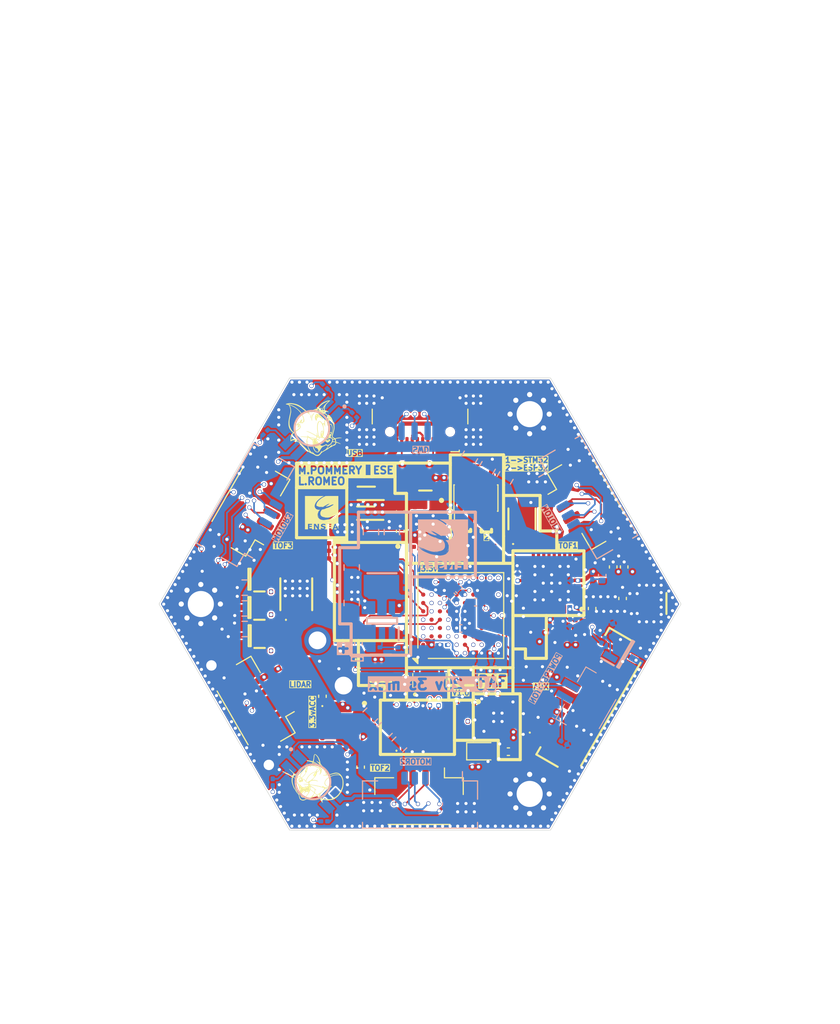
<source format=kicad_pcb>
(kicad_pcb (version 20241229) (generator "pcbnew") (generator_version "9.0")
  (layers (0 "F.Cu" signal) (4 "In1.Cu" signal) (6 "In2.Cu" signal) (8 "In3.Cu" signal) (10 "In4.Cu" signal) (2 "B.Cu" signal) (13 "F.Paste" user) (15 "B.Paste" user) (5 "F.SilkS" user "F.Silkscreen") (7 "B.SilkS" user "B.Silkscreen") (1 "F.Mask" user) (3 "B.Mask" user) (25 "Edge.Cuts" user))
  (net 0 "")
  (net 1 "/STM32/ADC_VBAT")
  (net 2 "GND")
  (net 3 "+3.3V")
  (net 4 "/HP+")
  (net 5 "Net-(C7-Pad1)")
  (net 6 "/HP-")
  (net 7 "Net-(C10-Pad1)")
  (net 8 "VBAT+")
  (net 9 "Net-(IC1-SW)")
  (net 10 "Net-(IC1-CB)")
  (net 11 "+5V")
  (net 12 "4.5V")
  (net 13 "3.3VSENSOR")
  (net 14 "/ESP32/BOOT1")
  (net 15 "Net-(C29-Pad1)")
  (net 16 "Net-(IC4-VDDA3P3_1)")
  (net 17 "Net-(IC4-ANT)")
  (net 18 "/ESP32/CHIP_PU")
  (net 19 "Net-(Y2-CRYSTAL__1)")
  (net 20 "/ESP32/HSE_IN")
  (net 21 "/CONNECTOR/D-")
  (net 22 "VUSB")
  (net 23 "/CONNECTOR/D+")
  (net 26 "Net-(IC1-EN)")
  (net 27 "Net-(IC1-FB)")
  (net 32 "Net-(S1-COM_1)")
  (net 34 "/NRST")
  (net 36 "/GPIO_MOT1")
  (net 37 "/ESP32/LEDPWM")
  (net 40 "/ESP32/HSE_OUT")
  (net 49 "/TX_MOT1")
  (net 50 "/ESP32/BOOT0")
  (net 54 "Net-(IC6-~{SD_MODE})")
  (net 56 "/RX_MOT1")
  (net 57 "/RX_MOT2")
  (net 58 "Net-(IC6-GAIN_SLOT)")
  (net 59 "/TX_MOT2")
  (net 61 "/GPIO_MOT2")
  (net 62 "/GPIO_MOT3")
  (net 63 "/TX_MOT3")
  (net 64 "/RX_MOT3")
  (net 65 "/ESP32_TX")
  (net 66 "/D+ESP32")
  (net 67 "Net-(J1-CC1)")
  (net 68 "Net-(J1-CC2)")
  (net 70 "Net-(LEDBLUE1-A)")
  (net 71 "Net-(LEDGREEN1-A)")
  (net 72 "Net-(LEDRED1-A)")
  (net 73 "Net-(LEDRED2-A)")
  (net 74 "Net-(Q1-G)")
  (net 75 "/ESP32_RX")
  (net 76 "/STM32/LED0")
  (net 77 "/STM32/LED1")
  (net 78 "Net-(Y1-OUTPUT)")
  (net 79 "/STM32/HSE_OUT")
  (net 80 "/CONNECTOR/DATA-OUT")
  (net 81 "/CONNECTOR/DATA+OUT")
  (net 82 "/D-ESP32")
  (net 83 "Net-(IC5-SCL{slash}SCLK)")
  (net 84 "/ACCEL_MOSI")
  (net 85 "Net-(IC5-INT2)")
  (net 86 "/ACCEL_MISO")
  (net 87 "Net-(IC5-INT1)")
  (net 88 "/ACCEL_CS")
  (net 89 "/SAI_FS")
  (net 90 "/SAI_SD")
  (net 92 "/SAI_CLK")
  (net 93 "/FLASH_MOSI")
  (net 96 "/FLASH_CLK")
  (net 99 "/FLASH_CS")
  (net 100 "/FLASH_MISO")
  (net 101 "/GND_CONTROLLED")
  (net 102 "/BTN_A")
  (net 103 "/GND_CONTROl_GPIO")
  (net 105 "/ACCEL_CLK")
  (net 107 "Net-(LED2-CATHODE_GREEN)")
  (net 109 "/ACCEL_INT2")
  (net 111 "/ACCEL_INT1")
  (net 112 "/AMPLI_SD_MODE")
  (net 113 "/BTN_B")
  (net 117 "/SWDIO")
  (net 119 "/SWCLK")
  (net 121 "/RX_LIDAR")
  (net 122 "Net-(LED2-CATHODE_RED)")
  (net 124 "/SDA_TOF1")
  (net 125 "/SDA_TOF3")
  (net 127 "/SCL_TOF1")
  (net 129 "/STM32/HSE_IN")
  (net 130 "/SDA_TOF2")
  (net 132 "/SDA_OLED")
  (net 133 "/LIDAR_PWM")
  (net 141 "/D-STM32")
  (net 142 "/D+STM32")
  (net 144 "/SCL_TOF2")
  (net 145 "/SCL_OLED")
  (net 146 "/SCL_TOF3")
  (net 148 "/STM32/Tx8_LIDAR")
  (net 149 "/LED_TIM")
  (net 153 "Net-(LED2-CATHODE_BLUE)")
  (net 155 "/TX_SUP")
  (net 156 "/RX_SUP")
  (net 160 "/BAT+")
  (net 161 "/RED")
  (net 162 "/GREEN")
  (net 163 "/BLUE")
  (net 164 "Net-(LED3-CATHODE_GREEN)")
  (net 165 "Net-(LED3-CATHODE_BLUE)")
  (net 166 "Net-(LED3-CATHODE_RED)")
  (net 167 "Net-(Q2-G)")
  (net 168 "/ACCESOIRES/BLEU1")
  (net 169 "Net-(Q4-G)")
  (net 170 "/ACCESOIRES/RED1")
  (net 171 "Net-(Q5-G)")
  (net 172 "/ACCESOIRES/GREEN1")
  (footprint "Resistor_SMD:R_0201_0603Metric" (layer "F.Cu") (at 114.73 80.105 -90)
    (property "Reference" "R40" (hide yes))
    (property "Value" "100k" (hide yes))
  )
  (footprint "samacsys:435151014824" (layer "F.Cu") (at 125.243705 89.137982)
    (property "Reference" "S1" (hide yes))
    (property "Value" "435151014824" (hide yes))
  )
  (footprint "LED_SMD:LED_0402_1005Metric" (layer "F.Cu") (at 130.106205 78.467982 180)
    (property "Reference" "LEDRED1" (hide yes))
    (property "Value" "150040RS73240" (hide yes))
  )
  (footprint "Resistor_SMD:R_0201_0603Metric" (layer "F.Cu") (at 140.753705 77.047982 -90)
    (property "Reference" "R19" (hide yes))
    (property "Value" "10k" (hide yes))
  )
  (footprint "Capacitor_SMD:C_0402_1005Metric" (layer "F.Cu") (at 137.463705 97.137982 180)
    (property "Reference" "C45" (hide yes))
    (property "Value" "10u" (hide yes))
  )
  (footprint "Resistor_SMD:R_0201_0603Metric" (layer "F.Cu") (at 114.73 84.335 90)
    (property "Reference" "R44" (hide yes))
    (property "Value" "100R" (hide yes))
  )
  (footprint "Capacitor_SMD:C_0201_0603Metric" (layer "F.Cu") (at 146.603705 79.647982 90)
    (property "Reference" "C28" (hide yes))
    (property "Value" "100n" (hide yes))
  )
  (footprint "Resistor_SMD:R_0201_0603Metric" (layer "F.Cu") (at 114.73 85.745 -90)
    (property "Reference" "R39" (hide yes))
    (property "Value" "100k" (hide yes))
  )
  (footprint "Connector_JST:JST_GH_BM04B-GHS-TBT_1x04-1MP_P1.25mm_Vertical" (layer "F.Cu") (at 112.805019 73.816283 60)
    (property "Reference" "TOF3" (hide yes))
    (property "Value" "SM04B-GHE-TB" (hide yes))
  )
  (footprint "Connector_USB:USB_C_Receptacle_GCT_USB4110" (layer "F.Cu") (at 129 63.9 180)
    (property "Reference" "J1" (hide yes))
    (property "Value" "USB4110-GF-A" (hide yes))
  )
  (footprint "Capacitor_SMD:C_0402_1005Metric" (layer "F.Cu") (at 148.553705 79.447982 90)
    (property "Reference" "C25" (hide yes))
    (property "Value" "10u" (hide yes))
  )
  (footprint "samacsys:R_0201_custom" (layer "F.Cu") (at 119.938705 77.887982 180)
    (property "Reference" "R2" (hide yes))
    (property "Value" "1k" (hide yes))
  )
  (footprint "samacsys:C_0201_custom" (layer "F.Cu") (at 141.923705 86.362982 -90)
    (property "Reference" "C40" (hide yes))
    (property "Value" "15p" (hide yes))
  )
  (footprint "LOGO" (layer "F.Cu") (at 118.82 66.16)
    (property "Reference" "G***" (hide yes))
    (property "Value" "LOGO" (hide yes))
  )
  (footprint "samacsys:C_0201_custom" (layer "F.Cu") (at 144.763705 85.6 90)
    (property "Reference" "C38" (hide yes))
    (property "Value" "15p" (hide yes))
  )
  (footprint "MountingHole:MountingHole_2.5mm_Pad_Via" (layer "F.Cu") (at 139.5 101.186533)
    (property "Reference" "H3" (hide yes))
    (property "Value" "MountingHole_Pad" (hide yes))
  )
  (footprint "Capacitor_SMD:C_0402_1005Metric" (layer "F.Cu") (at 119.65 91.83 90)
    (property "Reference" "C22" (hide yes))
    (property "Value" "1u" (hide yes))
  )
  (footprint "Resistor_SMD:R_0201_0603Metric" (layer "F.Cu") (at 120.193705 84.307982 90)
    (property "Reference" "R33" (hide yes))
    (property "Value" "100k" (hide yes))
  )
  (footprint "samacsys:636101111001" (layer "F.Cu") (at 151.303705 82.947982 -90)
    (property "Reference" "J2" (hide yes))
    (property "Value" "636101111001" (hide yes))
  )
  (footprint "Capacitor_SMD:C_0201_0603Metric" (layer "F.Cu") (at 137.668705 96.327982 180)
    (property "Reference" "C44" (hide yes))
    (property "Value" "100n" (hide yes))
  )
  (footprint "Resistor_SMD:R_0201_0603Metric" (layer "F.Cu") (at 128.7 77.517982)
    (property "Reference" "R29" (hide yes))
    (property "Value" "10k" (hide yes))
  )
  (footprint "LOGO" (layer "F.Cu") (at 118.82 66.16)
    (property "Reference" "G***" (hide yes))
    (property "Value" "LOGO" (hide yes))
  )
  (footprint "Connector_JST:JST_GH_BM04B-GHS-TBT_1x04-1MP_P1.25mm_Vertical" (layer "F.Cu") (at 128.903705 101.497982 180)
    (property "Reference" "TOF2" (hide yes))
    (property "Value" "SM04B-GHE-TB" (hide yes))
  )
  (footprint "LED_SMD:LED_0402_1005Metric" (layer "F.Cu") (at 134.125 77.407982)
    (property "Reference" "LEDBLUE1" (hide yes))
    (property "Value" "150040BS73240" (hide yes))
  )
  (footprint "samacsys:SQS401ENT1_BE3" (layer "F.Cu") (at 117.143705 82.062982 90)
    (property "Reference" "Q3" (hide yes))
    (property "Value" "SQS401EN-T1_BE3" (hide yes))
  )
  (footprint "Resistor_SMD:R_0201_0603Metric" (layer "F.Cu") (at 114.73 81.505 -90)
    (property "Reference" "R43" (hide yes))
    (property "Value" "100R" (hide yes))
  )
  (footprint "Resistor_SMD:R_0201_0603Metric" (layer "F.Cu") (at 131.063705 71.587982)
    (property "Reference" "R10" (hide yes))
    (property "Value" "22R" (hide yes))
  )
  (footprint "Capacitor_SMD:C_0402_1005Metric" (layer "F.Cu") (at 148.403705 82.467982 90)
    (property "Reference" "C29" (hide yes))
    (property "Value" "TBD" (hide yes))
  )
  (footprint "Resistor_SMD:R_0201_0603Metric" (layer "F.Cu") (at 135.76 77.43 180)
    (property "Reference" "R4" (hide yes))
    (property "Value" "1k" (hide yes))
  )
  (footprint "Connector_JST:JST_GH_BM04B-GHS-TBT_1x04-1MP_P1.25mm_Vertical" (layer "F.Cu") (at 144.903705 73.197982 -60)
    (property "Reference" "TOF1" (hide yes))
    (property "Value" "SM04B-GHE-TB" (hide yes))
  )
  (footprint "Package_BGA:TFBGA-100_8x8mm_Layout10x10_P0.8mm" (layer "F.Cu") (at 132.903705 84.097982 90)
    (property "Reference" "U1" (hide yes))
    (property "Value" "STM32H743VIHx" (hide yes))
  )
  (footprint "MountingHole:MountingHole_2.5mm_Pad_Via" (layer "F.Cu") (at 108 83)
    (property "Reference" "H3" (hide yes))
    (property "Value" "MountingHole_Pad" (hide yes))
  )
  (footprint "samacsys:SOT65P210X110-3N" (layer "F.Cu") (at 112.66 83.33 180)
    (property "Reference" "Q5" (hide yes))
    (property "Value" "BSS138PW" (hide yes))
  )
  (footprint "Resistor_SMD:R_0201_0603Metric" (layer "F.Cu") (at 135.75 78.527982 180)
    (property "Reference" "R3" (hide yes))
    (property "Value" "1k" (hide yes))
  )
  (footprint "samacsys:C_0201_custom" (layer "F.Cu") (at 119.938705 77.177982 180)
    (property "Reference" "C1" (hide yes))
    (property "Value" "100n" (hide yes))
  )
  (footprint "Resistor_SMD:R_0201_0603Metric" (layer "F.Cu") (at 114.73 87.16 -90)
    (property "Reference" "R42" (hide yes))
    (property "Value" "100R" (hide yes))
  )
  (footprint "Capacitor_SMD:C_0201_0603Metric" (layer "F.Cu") (at 140.1 87.647982 180)
    (property "Reference" "C39" (hide yes))
    (property "Value" "100n" (hide yes))
  )
  (footprint "samacsys:LFXTAL069527REEL" (layer "F.Cu") (at 143.363705 85.627982 180)
    (property "Reference" "Y2" (hide yes))
    (property "Value" "LFXTAL069527REEL" (hide yes))
  )
  (footprint "Connector_PinHeader_1.00mm:PinHeader_2x04_P1.00mm_Vertical_SMD" (layer "F.Cu") (at 134.353705 72.847982 90)
    (property "Reference" "USBJUMP1" (hide yes))
    (property "Value" "Conn_01x08_Pin" (hide yes))
  )
  (footprint "samacsys:R_0201_custom" (layer "F.Cu") (at 133.573705 93.127982 -90)
    (property "Reference" "R31" (hide yes))
    (property "Value" "0R" (hide yes))
  )
  (footprint "samacsys:SOD2513X117N" (layer "F.Cu") (at 123.843705 72.397982 180)
    (property "Reference" "D3" (hide yes))
    (property "Value" "BAT60JFILM" (hide yes))
  )
  (footprint "samacsys:SOD2513X117N" (layer "F.Cu") (at 123.803705 74.297982 180)
    (property "Reference" "D2" (hide yes))
    (property "Value" "BAT60JFILM" (hide yes))
  )
  (footprint "LED_SMD:LED_0402_1005Metric" (layer "F.Cu") (at 119.64 93.86 -90)
    (property "Reference" "LEDRED2" (hide yes))
    (property "Value" "150040RS73240" (hide yes))
  )
  (footprint "Capacitor_Tantalum_SMD:CP_EIA-1608-08_AVX-J" (layer "F.Cu") (at 134.988705 97.1)
    (property "Reference" "C43" (hide yes))
    (property "Value" "10u" (hide yes))
  )
  (footprint "samacsys:C_0201_custom" (layer "F.Cu") (at 133.213705 95.697982 180)
    (property "Reference" "C42" (hide yes))
    (property "Value" "100n" (hide yes))
  )
  (footprint "samacsys:ADXL343BCCZRL" (layer "F.Cu") (at 128.743705 94.895982 90)
    (property "Reference" "IC5" (hide yes))
    (property "Value" "ADXL343BCCZ-RL" (hide yes))
  )
  (footprint "MountingHole:MountingHole_2.5mm_Pad_Via" (layer "F.Cu") (at 139.5 64.813467)
    (property "Reference" "H3" (hide yes))
    (property "Value" "MountingHole_Pad" (hide yes))
  )
  (footprint "samacsys:QFN50P300X300X80-17N" (layer "F.Cu") (at 136.453705 93.847982)
    (property "Reference" "IC6" (hide yes))
    (property "Value" "MAX98357AETE+" (hide yes))
  )
  (footprint "Resistor_SMD:R_0201_0603Metric" (layer "F.Cu") (at 131.063705 70.287982)
    (property "Reference" "R9" (hide yes))
    (property "Value" "22R" (hide yes))
  )
  (footprint "samacsys:SON95P300X300X90-7N-D" (layer "F.Cu") (at 122.075 94.39 -90)
    (property "Reference" "IC3" (hide yes))
    (property "Value" "LDO40LPU33RY" (hide yes))
  )
  (footprint "Resistor_SMD:R_0201_0603Metric" (layer "F.Cu") (at 130.103705 77.517982)
    (property "Reference" "R17" (hide yes))
    (property "Value" "1k" (hide yes))
  )
  (footprint "samacsys:SOT65P210X110-3N" (layer "F.Cu") (at 112.66 80.62 180)
    (property "Reference" "Q4" (hide yes))
    (property "Value" "BSS138PW" (hide yes))
  )
  (footprint "Capacitor_SMD:C_0402_1005Metric" (layer "F.Cu") (at 147.503705 79.447982 90)
    (property "Reference" "C26" (hide yes))
    (property "Value" "1u" (hide yes))
  )
  (footprint "Inductor_SMD:L_0402_1005Metric" (layer "F.Cu") (at 145.6 80.45 -90)
    (property "Reference" "L2" (hide yes))
    (property "Value" "2nH" (hide yes))
  )
  (footprint "samacsys:CSTNE12M0GH5L000R0" (layer "F.Cu") (at 129.903705 90.297982 180)
    (property "Reference" "Y1" (hide yes))
    (property "Value" "CSTNE8M00GH5C000R0" (hide yes))
  )
  (footprint "Capacitor_SMD:C_0402_1005Metric" (layer "F.Cu") (at 127.103705 74.167982 -90)
    (property "Reference" "C21" (hide yes))
    (property "Value" "1u" (hide yes))
  )
  (footprint "LOGO" (layer "F.Cu") (at 118.252309 99.855151)
    (property "Reference" "G***" (hide yes))
    (property "Value" "LOGO" (hide yes))
  )
  (footprint "Resistor_SMD:R_0201_0603Metric" (layer "F.Cu") (at 133.573705 94.557982 -90)
    (property "Reference" "R30" (hide yes))
    (property "Value" "300k" (hide yes))
  )
  (footprint "Resistor_SMD:R_0201_0603Metric" (layer "F.Cu") (at 119.938705 78.627982)
    (property "Reference" "R1" (hide yes))
    (property "Value" "20k" (hide yes))
  )
  (footprint "samacsys:SM12BSRSSTBLFSN" (layer "F.Cu") (at 145.338565 92.323277 60)
    (property "Reference" "J5" (hide yes))
    (property "Value" "SM12B-SRSS-TB_LF__SN_" (hide yes))
  )
  (footprint "samacsys:435151014824" (layer "F.Cu") (at 138.766205 74.847982 90)
    (property "Reference" "S2" (hide yes))
    (property "Value" "435151014824" (hide yes))
  )
  (footprint "samacsys:QFN50P500X500X90-33N" (layer "F.Cu") (at 141.603705 80.997982 180)
    (property "Reference" "IC4" (hide yes))
    (property "Value" "ESP32-C6FH4" (hide yes))
  )
  (footprint "samacsys:SOT65P210X110-6N" (layer "F.Cu") (at 128.56 70.93 180)
    (property "Reference" "D1" (hide yes))
    (property "Value" "82400274" (hide yes))
  )
  (footprint "samacsys:5871024147F" (layer "F.Cu") (at 139.603705 85.747982 90)
    (property "Reference" "LED1" (hide yes))
    (property "Value" "587-1024-147F" (hide yes))
  )
  (footprint "Resistor_SMD:R_0201_0603Metric" (layer "F.Cu") (at 141.553705 77.047982 -90)
    (property "Reference" "R20" (hide yes))
    (property "Value" "10k" (hide yes))
  )
  (footprint "Connector_JST:JST_GH_BM04B-GHS-TBT_1x04-1MP_P1.25mm_Vertical" (layer "F.Cu") (at 113.303705 92.597982 120)
    (property "Reference" "LIDAR1" (hide yes))
    (property "Value" "SM04B-GHE-TB" (hide yes))
  )
  (footprint "LOGO" (layer "F.Cu") (at 119.575 74.255)
    (property "Reference" "G***" (hide yes))
    (property "Value" "LOGO" (hide yes))
  )
  (footprint "samacsys:C_0201_custom" (layer "F.Cu") (at 126.5 91.737982)
    (property "Reference" "C5" (hide yes))
    (property "Value" "100n" (hide yes))
  )
  (footprint "samacsys:SON127P800X600X80-9N-D" (layer "F.Cu") (at 124.248705 81.847982 -90)
    (property "Reference" "IC7" (hide yes))
    (property "Value" "W25Q128JVPIQ_TR" (hide yes))
  )
  (footprint "samacsys:C_0201_custom" (layer "F.Cu") (at 132.953705 89.9 90)
    (property "Reference" "C9" (hide yes))
    (property "Value" "100n" (hide yes))
  )
  (footprint "Capacitor_SMD:C_0402_1005Metric" (layer "F.Cu") (at 145.483705 83.427982 -90)
    (property "Reference" "C32" (hide yes))
    (property "Value" "TBD" (hide yes))
  )
  (footprint "samacsys:R_0201_custom" (layer "F.Cu") (at 126.5 91.037982 180)
    (property "Reference" "R6" (hide yes))
    (property "Value" "10k" (hide yes))
  )
  (footprint "samacsys:R_0201_custom" (layer "F.Cu") (at 119.65 95.5 90)
    (property "Reference" "R18" (hide yes))
    (property "Value" "1k" (hide yes))
  )
  (footprint "samacsys:SON95P300X300X90-7N-D" (layer "F.Cu") (at 129.453705 74.947982 -90)
    (property "Reference" "IC2" (hide yes))
    (property "Value" "LDO40LPU33RY" (hide yes))
  )
  (footprint "LED_SMD:LED_0402_1005Metric" (layer "F.Cu") (at 134.125 78.52)
    (property "Reference" "LEDGREEN1" (hide yes))
    (property "Value" "150040GS73240" (hide yes))
  )
  (footprint "Inductor_SMD:L_0402_1005Metric" (layer "F.Cu") (at 146.953705 82.947982 180)
    (property "Reference" "L3" (hide yes))
    (property "Value" "TBD" (hide yes))
  )
  (footprint "samacsys:R_0201_custom" (layer "F.Cu") (at 127.543705 69.03)
    (property "Reference" "R8" (hide yes))
    (property "Value" "5.1k" (hide yes))
  )
  (footprint "samacsys:R_0201_custom" (layer "F.Cu") (at 129.933705 69.01 180)
    (property "Reference" "R7" (hide yes))
    (property "Value" "5.1k" (hide yes))
  )
  (footprint "Resistor_SMD:R_0201_0603Metric" (layer "F.Cu") (at 114.72 82.915 -90)
    (property "Reference" "R41" (hide yes))
    (property "Value" "100k" (hide yes))
  )
  (footprint "Capacitor_SMD:C_0402_1005Metric" (layer "F.Cu") (at 127.103705 76.027982 90)
    (property "Reference" "C23" (hide yes))
    (property "Value" "1u" (hide yes))
  )
  (footprint "Resistor_SMD:R_0201_0603Metric" (layer "F.Cu") (at 132.203705 89.9 90)
    (property "Reference" "R5" (hide yes))
    (property "Value" "22R" (hide yes))
  )
  (footprint "Capacitor_SMD:C_0201_0603Metric" (layer "F.Cu") (at 124.593705 95.847982 90)
    (property "Reference" "C41" (hide yes))
    (property "Value" "100n" (hide yes))
  )
  (footprint "Capacitor_SMD:C_0402_1005Metric" (layer "F.Cu") (at 123.31 98.62 90)
    (property "Reference" "C24" (hide yes))
    (property "Value" "1u" (hide yes))
  )
  (footprint "samacsys:C_0201_custom" (layer "F.Cu") (at 126.57 87.13)
    (property "Reference" "C47" (hide yes))
    (property "Value" "100n" (hide yes))
  )
  (footprint "Resistor_SMD:R_0201_0603Metric" (layer "F.Cu") (at 132.863705 93.127982 90)
    (property "Reference" "R32" (hide yes))
    (property "Value" "0R" (hide yes))
  )
  (footprint "samacsys:R_0201_custom" (layer "F.Cu") (at 124.593705 94.347982 -90)
    (property "Reference" "R25" (hide yes))
    (property "Value" "22R" (hide yes))
  )
  (footprint "Capacitor_SMD:C_0201_0603Metric" (layer "F.Cu") (at 145.9 81.75)
    (property "Reference" "C30" (hide yes))
    (property "Value" "100n" (hide yes))
  )
  (footprint "Resistor_SMD:R_0201_0603Metric" (layer "F.Cu") (at 132.863705 94.577982 90)
    (property "Reference" "R28" (hide yes))
    (property "Value" "10k" (hide yes))
  )
  (footprint "LOGO" (layer "F.Cu") (at 118.252309 99.855151)
    (property "Reference" "G***" (hide yes))
    (property "Value" "LOGO" (hide yes))
  )
  (footprint "samacsys:SOT65P210X110-3N" (layer "F.Cu") (at 112.68 86.03 180)
    (property "Reference" "Q2" (hide yes))
    (property "Value" "BSS138PW" (hide yes))
  )
  (footprint "Resistor_SMD:R_0201_0603Metric" (layer "F.Cu") (at 144.183705 84.547982)
    (property "Reference" "R22" (hide yes))
    (property "Value" "20R" (hide yes))
  )
  (footprint "samacsys:C_0201_custom" (layer "F.Cu") (at 139.273705 77.197982 180)
    (property "Reference" "C27" (hide yes))
    (property "Value" "10n" (hide yes))
  )
  (footprint "Capacitor_SMD:C_0402_1005Metric" (layer "B.Cu") (at 132.083705 82.287982 135)
    (property "Reference" "C7" (hide yes))
    (property "Value" "2.2u" (hide yes))
  )
  (footprint "Capacitor_SMD:C_0805_2012Metric" (layer "B.Cu") (at 112.2 85.39 180)
    (property "Reference" "C50" (hide yes))
    (property "Value" "22u" (hide yes))
  )
  (footprint "Capacitor_SMD:C_0805_2012Metric" (layer "B.Cu") (at 135.45 69.95 60)
    (property "Reference" "C54" (hide yes))
    (property "Value" "22u" (hide yes))
  )
  (footprint "Resistor_SMD:R_0201_0603Metric" (layer "B.Cu") (at 119.82 103.81 180)
    (property "Reference" "R36" (hide yes))
    (property "Value" "1k" (hide yes))
  )
  (footprint "LOGO" (layer "B.Cu") (at 131.2 77.3 180)
    (property "Reference" "G***" (hide yes))
    (property "Value" "LOGO" (hide yes))
  )
  (footprint "Capacitor_SMD:C_0805_2012Metric" (layer "B.Cu") (at 127.018249 96.441751 45)
    (property "Reference" "C49" (hide yes))
    (property "Value" "22u" (hide yes))
  )
  (footprint "Capacitor_SMD:C_0402_1005Metric" (layer "B.Cu") (at 134.363705 89.297982 180)
    (property "Reference" "C13" (hide yes))
    (property "Value" "1u" (hide yes))
  )
  (footprint "Capacitor_SMD:C_0201_0603Metric" (layer "B.Cu") (at 127.553705 82.667982 90)
    (property "Reference" "C17" (hide yes))
    (property "Value" "100n" (hide yes))
  )
  (footprint "Connector_JST:JST_SHL_SM08B-SHLS-TF_1x08-1MP_P1.00mm_Horizontal" (layer "B.Cu") (at 113.003109 73.925 60)
    (property "Reference" "ESC3" (hide yes))
    (property "Value" "SM08B-SRSS-TBLFSN" (hide yes))
  )
  (footprint "Resistor_SMD:R_0201_0603Metric" (layer "B.Cu") (at 127.553705 81.197982 -90)
    (property "Reference" "R13" (hide yes))
    (property "Value" "100k" (hide yes))
  )
  (footprint "Connector_JST:JST_GH_SM04B-GHS-TB_1x04-1MP_P1.25mm_Horizontal" (layer "B.Cu") (at 129.103705 64.597982)
    (property "Reference" "SWD1" (hide yes))
    (property "Value" "SM04B-GHE-TB" (hide yes))
  )
  (footprint "samacsys:R_0201_custom" (layer "B.Cu") (at 145.503705 80.302982 -90)
    (property "Reference" "R21" (hide yes))
    (property "Value" "20R" (hide yes))
  )
  (footprint "Capacitor_SMD:C_0805_2012Metric" (layer "B.Cu") (at 122.453705 79.5 -90)
    (property "Reference" "C20" (hide yes))
    (property "Value" "22u" (hide yes))
  )
  (footprint "samacsys:SOT95P280X110-6N" (layer "B.Cu") (at 125.353705 84.597982 90)
    (property "Reference" "IC1" (hide yes))
    (property "Value" "LMR51625YFDDCR" (hide yes))
  )
  (footprint "Capacitor_SMD:C_0402_1005Metric" (layer "B.Cu") (at 146.453705 80.267982 90)
    (property "Reference" "C36" (hide yes))
    (property "Value" "1u" (hide yes))
  )
  (footprint "Resistor_SMD:R_0201_0603Metric" (layer "B.Cu") (at 124.833705 87.147982)
    (property "Reference" "R11" (hide yes))
    (property "Value" "820k" (hide yes))
  )
  (footprint "Capacitor_SMD:C_0402_1005Metric" (layer "B.Cu") (at 132.903705 85.337982 180)
    (property "Reference" "C14" (hide yes))
    (property "Value" "4.7u" (hide yes))
  )
  (footprint "Resistor_SMD:R_0201_0603Metric" (layer "B.Cu") (at 119.89 62.15 -45)
    (property "Reference" "R24" (hide yes))
    (property "Value" "1k" (hide yes))
  )
  (footprint "Capacitor_SMD:C_0805_2012Metric" (layer "B.Cu") (at 112.2 83.42 180)
    (property "Reference" "C51" (hide yes))
    (property "Value" "22u" (hide yes))
  )
  (footprint "Connector_JST:JST_SHL_SM08B-SHLS-TF_1x08-1MP_P1.00mm_Horizontal" (layer "B.Cu") (at 144.4 73.2 -60)
    (property "Reference" "ESC1" (hide yes))
    (property "Value" "SM08B-SRSS-TBLFSN" (hide yes))
  )
  (footprint "Capacitor_SMD:C_0201_0603Metric" (layer "B.Cu") (at 132.883705 84.437982 180)
    (property "Reference" "C4" (hide yes))
    (property "Value" "100n" (hide yes))
  )
  (footprint "samacsys:SM02BGHSTBLFSN" (layer "B.Cu") (at 144.757741 92.267982 -120)
    (property "Reference" "J4" (hide yes))
    (property "Value" "SM02B-GHS-TB_LF__SN_" (hide yes))
  )
  (footprint "samacsys:SOT95P255X140-3N" (layer "B.Cu") (at 148.695981 87.805706 -30)
    (property "Reference" "Q1" (hide yes))
    (property "Value" "STR2N2VH5" (hide yes))
  )
  (footprint "Capacitor_SMD:C_0805_2012Metric" (layer "B.Cu") (at 124.3 76.1 90)
    (property "Reference" "C18" (hide yes))
    (property "Value" "22u" (hide yes))
  )
  (footprint "Capacitor_SMD:C_0805_2012Metric" (layer "B.Cu") (at 125.63 95.05 45)
    (property "Reference" "C48" (hide yes))
    (property "Value" "22u" (hide yes))
  )
  (footprint "samacsys:XZMDKCBDDG45S9" (layer "B.Cu") (at 118.653839 66.2 45)
    (property "Reference" "LED2" (hide yes))
    (property "Value" "XZMDKCBDDG45S-9" (hide yes))
  )
  (footprint "Capacitor_SMD:C_0805_2012Metric" (layer "B.Cu") (at 124.24 93.66 45)
    (property "Reference" "C46" (hide yes))
    (property "Value" "22u" (hide yes))
  )
  (footprint "Capacitor_SMD:C_0402_1005Metric" (layer "B.Cu") (at 136.183705 89.297982 180)
    (property "Reference" "C2" (hide yes))
    (property "Value" "4.7u" (hide yes))
  )
  (footprint "Resistor_SMD:R_0201_0603Metric" (layer "B.Cu") (at 114.89 100.06 90)
    (property "Reference" "R37" (hide yes))
    (property "Value" "1k" (hide yes))
  )
  (footprint "Capacitor_SMD:C_0201_0603Metric" (layer "B.Cu") (at 136.158705 88.387982 180)
    (property "Reference" "C6" (hide yes))
    (property "Value" "100n" (hide yes))
  )
  (footprint "Capacitor_SMD:C_0805_2012Metric" (layer "B.Cu") (at 122.453705 82.897982 90)
    (property "Reference" "C15" (hide yes))
    (property "Value" "4.7u" (hide yes))
  )
  (footprint "Capacitor_SMD:C_0805_2012Metric" (layer "B.Cu") (at 112.2 81.43 180)
    (property "Reference" "C52" (hide yes))
    (property "Value" "22u" (hide yes))
  )
  (footprint "Resistor_SMD:R_0201_0603Metric" (layer "B.Cu") (at 114.18 66.57 -135)
    (property "Reference" "R35" (hide yes))
    (property "Value" "1k" (hide yes))
  )
  (footprint "samacsys:XZMDKCBDDG45S9" (layer "B.Cu") (at 118.765825 100.02113 135)
    (property "Reference" "LED3" (hide yes))
    (property "Value" "XZMDKCBDDG45S-9" (hide yes))
  )
  (footprint "Resistor_SMD:R_0201_0603Metric" (layer "B.Cu") (at 130.773705 92.387982 90)
    (property "Reference" "R27" (hide yes))
    (property "Value" "22R" (hide yes))
  )
  (footprint "Capacitor_SMD:C_0805_2012Metric" (layer "B.Cu") (at 133.75 68.95 60)
    (property "Reference" "C55" (hide yes))
    (property "Value" "22u" (hide yes))
  )
  (footprint "Capacitor_SMD:C_0201_0603Metric" (layer "B.Cu") (at 132.893705 83.677982 180)
    (property "Reference" "C11" (hide yes))
    (property "Value" "100n" (hide yes))
  )
  (footprint "Resistor_SMD:R_0201_0603Metric" (layer "B.Cu") (at 122.17 96.93 135)
    (property "Reference" "R38" (hide yes))
    (property "Value" "1k" (hide yes))
  )
  (footprint "samacsys:XT30PWM" (layer "B.Cu") (at 115.303705 91.597982 -60)
    (property "Reference" "J3" (hide yes))
    (property "Value" "XT30PW-M" (hide yes))
  )
  (footprint "samacsys:C_0201_custom" (layer "B.Cu") (at 138.353705 80.447982 90)
    (property "Reference" "C37" (hide yes))
    (property "Value" "100n" (hide yes))
  )
  (footprint "Capacitor_SMD:C_0402_1005Metric" (layer "B.Cu") (at 144.703705 83.997982)
    (property "Reference" "C33" (hide yes))
    (property "Value" "1u" (hide yes))
  )
  (footprint "Capacitor_SMD:C_0402_1005Metric" (layer "B.Cu") (at 132.744294 81.638571 135)
    (property "Reference" "C10" (hide yes))
    (property "Value" "2.2u" (hide yes))
  )
  (footprint "Capacitor_SMD:C_0805_2012Metric" (layer "B.Cu") (at 126.3 76.1 90)
    (property "Reference" "C19" (hide yes))
    (property "Value" "22u" (hide yes))
  )
  (footprint "Capacitor_SMD:C_0805_2012Metric" (layer "B.Cu") (at 137.15 70.922724 60)
    (property "Reference" "C53" (hide yes))
    (property "Value" "22u" (hide yes))
  )
  (footprint "Capacitor_SMD:C_0402_1005Metric" (layer "B.Cu") (at 134.323705 82.827982)
    (property "Reference" "C8" (hide yes))
    (property "Value" "1u" (hide yes))
  )
  (footprint "Capacitor_SMD:C_0201_0603Metric" (layer "B.Cu") (at 134.468705 88.377982 180)
    (property "Reference" "C12" (hide yes))
    (property "Value" "100n" (hide yes))
  )
  (footprint "samacsys:C_0201_custom" (layer "B.Cu") (at 141.453705 84.797982 -90)
    (property "Reference" "C34" (hide yes))
    (property "Value" "10n" (hide yes))
  )
  (footprint "samacsys:R_0201_custom" (layer "B.Cu") (at 142.783705 96.277982 -30)
    (property "Reference" "R34" (hide yes))
    (property "Value" "1k" (hide yes))
  )
  (footprint "Resistor_SMD:R_0201_0603Metric" (layer "B.Cu") (at 129.943705 92.387982 90)
    (property "Reference" "R26" (hide yes))
    (property "Value" "22R" (hide yes))
  )
  (footprint "Resistor_SMD:R_0201_0603Metric" (layer "B.Cu") (at 122.71 64.89 135)
    (property "Reference" "R23" (hide yes))
    (property "Value" "1k" (hide yes))
  )
  (footprint "samacsys:R_0201_custom" (layer "B.Cu") (at 147.281205 85.176761 60)
    (property "Reference" "R16" (hide yes))
    (property "Value" "100k" (hide yes))
  )
  (footprint "samacsys:C_0201_custom" (layer "B.Cu") (at 131.283705 86.907982 180)
    (property "Reference" "C3" (hide yes))
    (property "Value" "100n" (hide yes))
  )
  (footprint "samacsys:C_0201_custom" (layer "B.Cu") (at 143.353705 84.797982 -90)
    (property "Reference" "C35" (hide yes))
    (property "Value" "10n" (hide yes))
  )
  (footprint "samacsys:R_0201_custom" (layer "B.Cu") (at 127.223705 87.147982)
    (property "Reference" "R12" (hide yes))
    (property "Value" "200k" (hide yes))
  )
  (footprint "samacsys:C_0201_custom" (layer "B.Cu") (at 143.803705 80.747982 180)
    (property "Reference" "C31" (hide yes))
    (property "Value" "100n" (hide yes))
  )
  (footprint "samacsys:INDC3030X150N" (layer "B.Cu") (at 125.353705 80.047982 90)
    (property "Reference" "L1" (hide yes))
    (property "Value" "74438335033" (hide yes))
  )
  (footprint "Connector_JST:JST_SHL_SM08B-SHLS-TF_1x08-1MP_P1.00mm_Horizontal" (layer "B.Cu") (at 129 101.35 180)
    (property "Reference" "ESC2" (hide yes))
    (property "Value" "SM08B-SRSS-TBLFSN" (hide yes))
  )
  (footprint "Capacitor_SMD:C_0402_1005Metric" (layer "B.Cu") (at 123.1 86.8 -90)
    (property "Reference" "C16" (hide yes))
    (property "Value" "0.1u" (hide yes))
  )
  (footprint "samacsys:R_0201_custom" (layer "B.Cu") (at 127.553705 86.017982 -90)
    (property "Reference" "R14" (hide yes))
    (property "Value" "19.1k" (hide yes))
  )
  (footprint "Resistor_SMD:R_0201_0603Metric" (layer "B.Cu") (at 146.533705 86.447982 60)
    (property "Reference" "R15" (hide yes))
    (property "Value" "100R" (hide yes))
  )
  (gr_line (start 137 72.6) (end 140.5 72.6) (stroke (width 0.3)) (layer "F.SilkS"))
  (gr_line (start 117.17 76.65) (end 120.85 76.65) (stroke (width 0.3)) (layer "F.SilkS"))
  (gr_line (start 127.7 77.1) (end 127.6 77.1) (stroke (width 0.3)) (layer "F.SilkS"))
  (gr_line (start 125.6 92.2) (end 125.6 90.8) (stroke (width 0.3)) (layer "F.SilkS"))
  (gr_line (start 134.1 96.05) (end 136.5 96.05) (stroke (width 0.3)) (layer "F.SilkS"))
  (gr_line (start 127.9 92.2) (end 125.2 92.2) (stroke (width 0.3)) (layer "F.SilkS"))
  (gr_line (start 137 76.5) (end 137 71.6) (stroke (width 0.3)) (layer "F.SilkS"))
  (gr_line (start 121.98 71.85) (end 121.98 70.75) (stroke (width 0.3)) (layer "F.SilkS"))
  (gr_line (start 131.9 68.71) (end 131.9 69.7) (stroke (width 0.3)) (layer "F.SilkS"))
  (gr_line (start 137.9 89.1) (end 127.7 89.1) (stroke (width 0.3)) (layer "F.SilkS"))
  (gr_line (start 137.9 79.1) (end 137.9 77.9) (stroke (width 0.3)) (layer "F.SilkS"))
  (gr_line (start 126.6 69.5) (end 126.6 72.4) (stroke (width 0.3)) (layer "F.SilkS"))
  (gr_line (start 136.5 97.9) (end 138.6 97.9) (stroke (width 0.3)) (layer "F.SilkS"))
  (gr_line (start 131.75 90.8) (end 131.75 89.1) (stroke (width 0.3)) (layer "F.SilkS"))
  (gr_line (start 134.1 90.75) (end 134.1 89.05) (stroke (width 0.3)) (layer "F.SilkS"))
  (gr_line (start 132.85 76.05) (end 132.85 75.85) (stroke (width 0.3)) (layer "F.SilkS"))
  (gr_line (start 127.7 89.1) (end 127.7 91.5) (stroke (width 0.3)) (layer "F.SilkS"))
  (gr_line (start 125.6 90.8) (end 123.1 90.8) (stroke (width 0.3)) (layer "F.SilkS"))
  (gr_line (start 139.1 87.3) (end 139.1 88.2) (stroke (width 0.3)) (layer "F.SilkS"))
  (gr_line (start 140.5 76) (end 142.1 76) (stroke (width 0.3)) (layer "F.SilkS"))
  (gr_line (start 121.98 70.8) (end 126.6 70.8) (stroke (width 0.3)) (layer "F.SilkS"))
  (gr_line (start 138.6 97.9) (end 138.6 91.8) (stroke (width 0.3)) (layer "F.SilkS"))
  (gr_line (start 117.17 69.5) (end 117.17 71.85) (stroke (width 0.3)) (layer "F.SilkS"))
  (gr_line (start 142.1 76) (end 142.1 77.9) (stroke (width 0.3)) (layer "F.SilkS"))
  (gr_line (start 132.3 92.2) (end 127.9 92.2) (stroke (width 0.3)) (layer "F.SilkS"))
  (gr_line (start 120.8 77.1) (end 120.8 86.5) (stroke (width 0.3)) (layer "F.SilkS"))
  (gr_line (start 140.5 72.6) (end 140.5 76) (stroke (width 0.3)) (layer "F.SilkS"))
  (gr_line (start 131.7 90.8) (end 134.1 90.8) (stroke (width 0.3)) (layer "F.SilkS"))
  (gr_line (start 120.85 76.65) (end 121.95 76.65) (stroke (width 0.3)) (layer "F.SilkS"))
  (gr_line (start 131.75 91.5) (end 131.75 90.8) (stroke (width 0.3)) (layer "F.SilkS"))
  (gr_line (start 136.5 96.2) (end 136.5 97.9) (stroke (width 0.3)) (layer "F.SilkS"))
  (gr_line (start 127.7 79.1) (end 137.9 79.1) (stroke (width 0.3)) (layer "F.SilkS"))
  (gr_line (start 137.9 79.1) (end 137.9 89.1) (stroke (width 0.3)) (layer "F.SilkS"))
  (gr_line (start 138.6 91.6) (end 134.1 91.6) (stroke (width 0.3)) (layer "F.SilkS"))
  (gr_line (start 130.5 69.5) (end 126.6 69.5) (stroke (width 0.3)) (layer "F.SilkS"))
  (gr_line (start 134.1 91.6) (end 134.1 92.2) (stroke (width 0.3)) (layer "F.SilkS"))
  (gr_line (start 121.6 86.5) (end 127.7 86.5) (stroke (width 0.3)) (layer "F.SilkS"))
  (gr_line (start 137.9 87.3) (end 139.1 87.3) (stroke (width 0.3)) (layer "F.SilkS"))
  (gr_line (start 131.9 69.5) (end 130.5 69.5) (stroke (width 0.3)) (layer "F.SilkS"))
  (gr_line (start 126.6 72.4) (end 127.7 72.4) (stroke (width 0.3)) (layer "F.SilkS"))
  (gr_line (start 125.2 97.4) (end 132.3 97.4) (stroke (width 0.3)) (layer "F.SilkS"))
  (gr_line (start 135.85 76.1) (end 135.85 75.85) (stroke (width 0.3)) (layer "F.SilkS"))
  (gr_line (start 124.4 69.5) (end 124.4 70.8) (stroke (width 0.3)) (layer "F.SilkS"))
  (gr_line (start 137 71.6) (end 137 68.71) (stroke (width 0.3)) (layer "F.SilkS"))
  (gr_line (start 121.98 71.85) (end 121.98 77.1) (stroke (width 0.3)) (layer "F.SilkS"))
  (gr_line (start 123.1 90.8) (end 123.1 86.5) (stroke (width 0.3)) (layer "F.SilkS"))
  (gr_line (start 134.1 91.6) (end 134.1 90.8) (stroke (width 0.3)) (layer "F.SilkS"))
  (gr_line (start 127.7 89.1) (end 127.7 79.1) (stroke (width 0.3)) (layer "F.SilkS"))
  (gr_line (start 139.1 88.2) (end 141.1 88.2) (stroke (width 0.3)) (layer "F.SilkS"))
  (gr_line (start 134.1 96.05) (end 132.3 96.05) (stroke (width 0.3)) (layer "F.SilkS"))
  (gr_line (start 133.85 76.05) (end 132.85 76.05) (stroke (width 0.3)) (layer "F.SilkS"))
  (gr_line (start 127.7 77.1) (end 127.7 79.1) (stroke (width 0.3)) (layer "F.SilkS"))
  (gr_line (start 127.7 77.1) (end 120.8 77.1) (stroke (width 0.3)) (layer "F.SilkS"))
  (gr_line (start 131.9 69.7) (end 131.9 79.1) (stroke (width 0.3)) (layer "F.SilkS"))
  (gr_line (start 137.9 89.1) (end 137.9 91.6) (stroke (width 0.3)) (layer "F.SilkS"))
  (gr_line (start 117.17 71.85) (end 121.98 71.85) (stroke (width 0.3)) (layer "F.SilkS"))
  (gr_line (start 120.8 77.1) (end 120.8 76.65) (stroke (width 0.3)) (layer "F.SilkS"))
  (gr_line (start 126.6 69.5) (end 117.17 69.5) (stroke (width 0.3)) (layer "F.SilkS"))
  (gr_line (start 123.65 70.8) (end 123.65 69.5) (stroke (width 0.3)) (layer "F.SilkS"))
  (gr_line (start 134.85 76.1) (end 135.85 76.1) (stroke (width 0.3)) (layer "F.SilkS"))
  (gr_line (start 132.3 92.2) (end 134.1 92.2) (stroke (width 0.3)) (layer "F.SilkS"))
  (gr_line (start 131.75 91.5) (end 131.75 92.2) (stroke (width 0.3)) (layer "F.SilkS"))
  (gr_line (start 121.6 86.5) (end 120.8 86.5) (stroke (width 0.3)) (layer "F.SilkS"))
  (gr_line (start 136.99 68.71) (end 131.9 68.71) (stroke (width 0.3)) (layer "F.SilkS"))
  (gr_line (start 134.1 92.2) (end 134.1 96.05) (stroke (width 0.3)) (layer "F.SilkS"))
  (gr_line (start 117.17 71.85) (end 117.17 76.65) (stroke (width 0.3)) (layer "F.SilkS"))
  (gr_line (start 127.7 72.4) (end 127.7 77.1) (stroke (width 0.3)) (layer "F.SilkS"))
  (gr_line (start 127.7 91.5) (end 127.7 92.2) (stroke (width 0.3)) (layer "F.SilkS"))
  (gr_line (start 132.3 92.4) (end 132.3 92.2) (stroke (width 0.3)) (layer "F.SilkS"))
  (gr_line (start 133.85 75.85) (end 133.85 76.05) (stroke (width 0.3)) (layer "F.SilkS"))
  (gr_line (start 138.6 91.8) (end 138.6 91.6) (stroke (width 0.3)) (layer "F.SilkS"))
  (gr_line (start 144.7 84.1) (end 137.9 84.1) (stroke (width 0.3)) (layer "F.SilkS"))
  (gr_line (start 144.7 77.9) (end 144.7 84.1) (stroke (width 0.3)) (layer "F.SilkS"))
  (gr_line (start 141.1 88.2) (end 141.1 84.1) (stroke (width 0.3)) (layer "F.SilkS"))
  (gr_line (start 137 76.5) (end 137 79.1) (stroke (width 0.3)) (layer "F.SilkS"))
  (gr_line (start 134.85 75.85) (end 134.85 76.1) (stroke (width 0.3)) (layer "F.SilkS"))
  (gr_line (start 137.9 77.9) (end 144.7 77.9) (stroke (width 0.3)) (layer "F.SilkS"))
  (gr_line (start 132.3 97.4) (end 132.3 92.4) (stroke (width 0.3)) (layer "F.SilkS"))
  (gr_line (start 125.2 92.2) (end 125.2 97.4) (stroke (width 0.3)) (layer "F.SilkS"))
  (gr_line (start 120.8 76.875) (end 121.95 76.85) (stroke (width 0.3)) (layer "F.SilkS"))
  (gr_line (start 121.3 84.9) (end 122.4 84.9) (stroke (width 0.3)) (layer "B.SilkS"))
  (gr_line (start 121.3 77.6) (end 121.3 84.9) (stroke (width 0.3)) (layer "B.SilkS"))
  (gr_line (start 127.5 74.2) (end 123.1 74.2) (stroke (width 0.3)) (layer "B.SilkS"))
  (gr_line (start 123.1 77.6) (end 121.3 77.6) (stroke (width 0.3)) (layer "B.SilkS"))
  (gr_line (start 128.1 74.2) (end 134.3 74.2) (stroke (width 0.3)) (layer "B.SilkS"))
  (gr_circle (center 118.74 100.028682) (end 120.4 99.858682) (stroke (width 0.2)) (fill no) (layer "B.SilkS"))
  (gr_line (start 128.1 74.2) (end 127.5 74.2) (stroke (width 0.3)) (layer "B.SilkS"))
  (gr_line (start 134.3 80.4) (end 128.1 80.4) (stroke (width 0.3)) (layer "B.SilkS"))
  (gr_circle (center 118.641318 66.17) (end 118.811318 67.83) (stroke (width 0.2)) (fill no) (layer "B.SilkS"))
  (gr_line (start 128.1 87.9) (end 128.1 74.2) (stroke (width 0.3)) (layer "B.SilkS"))
  (gr_line (start 134.3 74.2) (end 134.3 80.4) (stroke (width 0.3)) (layer "B.SilkS"))
  (gr_line (start 122.4 84.9) (end 122.4 87.9) (stroke (width 0.3)) (layer "B.SilkS"))
  (gr_line (start 122.4 87.9) (end 128.1 87.9) (stroke (width 0.3)) (layer "B.SilkS"))
  (gr_line (start 123.1 74.2) (end 123.1 77.6) (stroke (width 0.3)) (layer "B.SilkS"))
  (gr_poly (pts (xy 154 83) (xy 141.5 104.65) (xy 116.5 104.65) (xy 104 83) (xy 116.5 61.35) (xy 141.5 61.35)) (stroke (width 0.05)) (fill no) (layer "Edge.Cuts"))
  (gr_text "1" (at 133 76.85 0) (layer "F.SilkS" knockout) (effects (font (size 0.5 0.5) (thickness 0.125) (bold yes)) (justify left bottom)))
  (gr_text "AUX" (at 139.8 91.2 0) (layer "F.SilkS" knockout) (effects (font (size 0.5 0.5) (thickness 0.125) (bold yes)) (justify left bottom)))
  (gr_text "ESE\n" (at 124.4 70.6 0) (layer "F.SilkS" knockout) (effects (font (size 0.7 0.7) (thickness 0.175) (bold yes)) (justify left bottom)))
  (gr_text "TOF2" (at 124.2 99 0) (layer "F.SilkS" knockout) (effects (font (size 0.5 0.5) (thickness 0.125) (bold yes)) (justify left bottom)))
  (gr_text "3.3vACC" (at 119 94.9 90) (layer "F.SilkS" knockout) (effects (font (size 0.5 0.5) (thickness 0.125) (bold yes)) (justify left bottom)))
  (gr_text "M.POMMERY" (at 117.2 70.6 0) (layer "F.SilkS" knockout) (effects (font (size 0.7 0.7) (thickness 0.175) (bold yes)) (justify left bottom)))
  (gr_text "L0" (at 131.91 78.87 0) (layer "F.SilkS" knockout) (effects (font (size 0.5 0.5) (thickness 0.125) (bold yes)) (justify left bottom)))
  (gr_text "3.3v" (at 129 79.9 0) (layer "F.SilkS" knockout) (effects (font (size 0.5 0.5) (thickness 0.125) (bold yes)) (justify left bottom)))
  (gr_text "TOF3" (at 114.9 77.7 0) (layer "F.SilkS" knockout) (effects (font (size 0.5 0.5) (thickness 0.125) (bold yes)) (justify left bottom)))
  (gr_text "2->ESP32" (at 137.09 70.25 0) (layer "F.SilkS" knockout) (effects (font (size 0.5 0.5) (thickness 0.125) (bold yes)) (justify left bottom)))
  (gr_text "USB" (at 121.9 68.85 0) (layer "F.SilkS" knockout) (effects (font (size 0.5 0.5) (thickness 0.125) (bold yes)) (justify left bottom)))
  (gr_text "L.ROMEO\n" (at 117.2 71.65 0) (layer "F.SilkS" knockout) (effects (font (size 0.7 0.7) (thickness 0.175) (bold yes)) (justify left bottom)))
  (gr_text "2" (at 135.05 76.9 0) (layer "F.SilkS" knockout) (effects (font (size 0.5 0.5) (thickness 0.125) (bold yes)) (justify left bottom)))
  (gr_text "TOF1" (at 142.2 77.7 0) (layer "F.SilkS" knockout) (effects (font (size 0.5 0.5) (thickness 0.125) (bold yes)) (justify left bottom)))
  (gr_text "PAF" (at 134.4 91 0) (layer "F.SilkS" knockout) (effects (font (size 1 1) (thickness 0.25) (bold yes)) (justify left bottom)))
  (gr_text "L1" (at 131.92 77.7 0) (layer "F.SilkS" knockout) (effects (font (size 0.5 0.5) (thickness 0.125) (bold yes)) (justify left bottom)))
  (gr_text "LIDAR" (at 116.4 91 0) (layer "F.SilkS" knockout) (effects (font (size 0.5 0.5) (thickness 0.125) (bold yes)) (justify left bottom)))
  (gr_text "V1.0" (at 132.04 91.8 0) (layer "F.SilkS" knockout) (effects (font (size 0.5 0.5) (thickness 0.1)) (justify left bottom)))
  (gr_text "1->STM32" (at 137.09 69.5 0) (layer "F.SilkS" knockout) (effects (font (size 0.5 0.5) (thickness 0.125) (bold yes)) (justify left bottom)))
  (gr_text "MOTOR1\n" (at 141.08 73.37 120) (layer "B.SilkS" knockout) (effects (font (size 0.5 0.5) (thickness 0.125) (bold yes)) (justify left bottom mirror)))
  (gr_text "SWD" (at 128.22 67.9 180) (layer "B.SilkS" knockout) (effects (font (size 0.5 0.5) (thickness 0.125) (bold yes)) (justify left bottom mirror)))
  (gr_text "POWERBUTTON" (at 142.67 87.87 60) (layer "B.SilkS" knockout) (effects (font (size 0.5 0.5) (thickness 0.125) (bold yes)) (justify left bottom mirror)))
  (gr_text "MOTOR2" (at 130.16 98.4 0) (layer "B.SilkS" knockout) (effects (font (size 0.5 0.5) (thickness 0.125) (bold yes)) (justify left bottom mirror)))
  (gr_text "MOTOR3" (at 114.75 76.85 240) (layer "B.SilkS" knockout) (effects (font (size 0.5 0.5) (thickness 0.125) (bold yes)) (justify left bottom mirror)))
  (gr_text "-" (at 123.77 88.78 0) (layer "B.SilkS" knockout) (effects (font (size 1 1) (thickness 0.25) (bold yes)) (justify left bottom mirror)))
  (gr_text "10-20v 3s max" (at 136.41 91.3 0) (layer "B.SilkS" knockout) (effects (font (size 1 1) (thickness 0.25) (bold yes)) (justify left bottom mirror)))
  (gr_text "+" (at 122.44 87.78 0) (layer "B.SilkS" knockout) (effects (font (size 1 1) (thickness 0.25) (bold yes)) (justify left bottom mirror)))
  (segment (start 120.258705 78.758705) (end 120.258705 78.627982) (width 0.16) (layer "F.Cu") (net 1))
  (segment (start 120.6 80.7) (end 120.58 80.68) (width 0.16) (layer "F.Cu") (net 1))
  (segment (start 120.258705 77.177982) (end 120.258705 78.627982) (width 0.16) (layer "F.Cu") (net 1))
  (segment (start 120.58 79.08) (end 120.258705 78.758705) (width 0.16) (layer "F.Cu") (net 1))
  (segment (start 120.58 80.68) (end 120.58 79.08) (width 0.16) (layer "F.Cu") (net 1))
  (via (at 120.6 80.7) (size 0.4) (drill 0.3) (layers "F.Cu" "B.Cu") (net 1))
  (via (at 130.103705 82.097982) (size 0.4) (drill 0.3) (layers "F.Cu" "B.Cu") (net 1))
  (segment (start 142.7 85.139277) (end 142.813705 85.252982) (width 0.3) (layer "F.Cu") (net 2))
  (segment (start 142.7 84.65) (end 142.7 85.139277) (width 0.3) (layer "F.Cu") (net 2))
  (via (at 111.72 79.11) (size 0.4) (drill 0.3) (layers "F.Cu" "B.Cu") (net 2))
  (via (at 126.114 61.750808) (size 0.4) (drill 0.3) (layers "F.Cu" "B.Cu") (net 2))
  (via (at 133.05 91.86) (size 0.4) (drill 0.3) (layers "F.Cu" "B.Cu") (net 2))
  (via (at 117.69 103.205) (size 0.4) (drill 0.3) (layers "F.Cu" "B.Cu") (net 2))
  (via (at 133.41 67.005) (size 0.4) (drill 0.3) (layers "F.Cu" "B.Cu") (net 2))
  (via (at 130.438 104.27) (size 0.4) (drill 0.3) (layers "F.Cu" "B.Cu") (net 2))
  (via (at 143.075 101.143648) (size 0.4) (drill 0.3) (layers "F.Cu" "B.Cu") (net 2))
  (via (at 139.102 104.27) (size 0.4) (drill 0.3) (layers "F.Cu" "B.Cu") (net 2))
  (via (at 133.593705 77.407982) (size 0.4) (drill 0.3) (layers "F.Cu" "B.Cu") (net 2))
  (via (at 109.5 91.764593) (size 0.4) (drill 0.3) (layers "F.Cu" "B.Cu") (net 2))
  (via (at 149.218 75.506756) (size 0.4) (drill 0.3) (layers "F.Cu" "B.Cu") (net 2))
  (via (at 123.63 92.77) (size 0.4) (drill 0.3) (layers "F.Cu" "B.Cu") (net 2))
  (via (at 128.69 91.74) (size 0.4) (drill 0.3) (layers "F.Cu" "B.Cu") (net 2))
  (via (at 142.353 102.394189) (size 0.4) (drill 0.3) (layers "F.Cu" "B.Cu") (net 2))
  (via (at 133.41 63.775) (size 0.4) (drill 0.3) (layers "F.Cu" "B.Cu") (net 2))
  (via (at 141.992 103.019459) (size 0.4) (drill 0.3) (layers "F.Cu" "B.Cu") (net 2))
  (via (at 123.19 63.075) (size 0.4) (drill 0.3) (layers "F.Cu" "B.Cu") (net 2))
  (via (at 137.666 61.750808) (size 0.4) (drill 0.3) (layers "F.Cu" "B.Cu") (net 2))
  (via (at 145.4 75.875) (size 0.4) (drill 0.3) (layers "F.Cu" "B.Cu") (net 2))
  (via (at 110.03 85.4) (size 0.4) (drill 0.3) (layers "F.Cu" "B.Cu") (net 2))
  (via (at 118.164 104.27) (size 0.4) (drill 0.3) (layers "F.Cu" "B.Cu") (net 2))
  (via (at 139.832 61.750808) (size 0.4) (drill 0.3) (layers "F.Cu" "B.Cu") (net 2))
  (via (at 151.4 81.2) (size 0.4) (drill 0.3) (layers "F.Cu" "B.Cu") (net 2))
  (via (at 133.6 91.29) (size 0.4) (drill 0.3) (layers "F.Cu" "B.Cu") (net 2))
  (via (at 106.983 78.632299) (size 0.4) (drill 0.3) (layers "F.Cu" "B.Cu") (net 2))
  (via (at 140.003705 82.597982) (size 0.4) (drill 0.3) (layers "F.Cu" "B.Cu") (net 2))
  (via (at 144.886 68.003512) (size 0.4) (drill 0.3) (layers "F.Cu" "B.Cu") (net 2))
  (via (at 124.19 100.81) (size 0.4) (drill 0.3) (layers "F.Cu" "B.Cu") (net 2))
  (via (at 123.948 61.750808) (size 0.4) (drill 0.3) (layers "F.Cu" "B.Cu") (net 2))
  (via (at 150.113813 87.228304) (size 0.4) (drill 0.3) (layers "F.Cu" "B.Cu") (net 2))
  (via (at 147.3 83.7) (size 0.4) (drill 0.3) (layers "F.Cu" "B.Cu") (net 2))
  (via (at 140.003705 79.397982) (size 0.4) (drill 0.3) (layers "F.Cu" "B.Cu") (net 2))
  (via (at 120.86 78.33) (size 0.4) (drill 0.3) (layers "F.Cu" "B.Cu") (net 2))
  (via (at 145.247 68.628782) (size 0.4) (drill 0.3) (layers "F.Cu" "B.Cu") (net 2))
  (via (at 140.725 89) (size 0.4) (drill 0.3) (layers "F.Cu" "B.Cu") (net 2))
  (via (at 125.2 102) (size 0.4) (drill 0.3) (layers "F.Cu" "B.Cu") (net 2))
  (via (at 117.45 61.750808) (size 0.4) (drill 0.3) (layers "F.Cu" "B.Cu") (net 2))
  (via (at 122.504 61.750808) (size 0.4) (drill 0.3) (layers "F.Cu" "B.Cu") (net 2))
  (via (at 129.724 61.750808) (size 0.4) (drill 0.3) (layers "F.Cu" "B.Cu") (net 2))
  (via (at 124.59 67.005) (size 0.4) (drill 0.3) (layers "F.Cu" "B.Cu") (net 2))
  (via (at 130.49 81.65) (size 0.4) (drill 0.3) (layers "F.Cu" "B.Cu") (net 2))
  (via (at 132.828705 63.247982) (size 0.4) (drill 0.3) (layers "F.Cu" "B.Cu") (net 2))
  (via (at 150.656 88.012971) (size 0.4) (drill 0.3) (layers "F.Cu" "B.Cu") (net 2))
  (via (at 110.944 94.265674) (size 0.4) (drill 0.3) (layers "F.Cu" "B.Cu") (net 2))
  (via (at 128.272 104.27) (size 0.4) (drill 0.3) (layers "F.Cu" "B.Cu") (net 2))
  (via (at 146.691 71.129863) (size 0.4) (drill 0.3) (layers "F.Cu" "B.Cu") (net 2))
  (via (at 116.965 103.205) (size 0.4) (drill 0.3) (layers "F.Cu" "B.Cu") (net 2))
  (via (at 141.637 62.376079) (size 0.4) (drill 0.3) (layers "F.Cu" "B.Cu") (net 2))
  (via (at 144.519 98.642567) (size 0.4) (drill 0.3) (layers "F.Cu" "B.Cu") (net 2))
  (via (at 152.1 81.9) (size 0.4) (drill 0.3) (layers "F.Cu" "B.Cu") (net 2))
  (via (at 151.384 79.258378) (size 0.4) (drill 0.3) (layers "F.Cu" "B.Cu") (net 2))
  (via (at 120.59 96.68) (size 0.4) (drill 0.3) (layers "F.Cu" "B.Cu") (net 2))
  (via (at 120.54 69.47) (size 0.4) (drill 0.3) (layers "F.Cu" "B.Cu") (net 2))
  (via (at 130.92 77) (size 0.4) (drill 0.3) (layers "F.Cu" "B.Cu") (net 2))
  (via (at 121.052 104.27) (size 0.4) (drill 0.3) (layers "F.Cu" "B.Cu") (net 2))
  (via (at 124.4 102.8) (size 0.4) (drill 0.3) (layers "F.Cu" "B.Cu") (net 2))
  (via (at 147.407 93.640404) (size 0.4) (drill 0.3) (layers "F.Cu" "B.Cu") (net 2))
  (via (at 111.666 95.516215) (size 0.4) (drill 0.3) (layers "F.Cu" "B.Cu") (net 2))
  (via (at 134.103705 87.697982) (size 0.4) (drill 0.3) (layers "F.Cu" "B.Cu") (net 2))
  (via (at 118.415 96.68) (size 0.4) (drill 0.3) (layers "F.Cu" "B.Cu") (net 2))
  (via (at 137.9 92.375) (size 0.4) (drill 0.3) (layers "F.Cu" "B.Cu") (net 2))
  (via (at 130.903705 86.897982) (size 0.4) (drill 0.3) (layers "F.Cu" "B.Cu") (net 2))
  (via (at 143.436 100.518378) (size 0.4) (drill 0.3) (layers "F.Cu" "B.Cu") (net 2))
  (via (at 136.222 61.750808) (size 0.4) (drill 0.3) (layers "F.Cu" "B.Cu") (net 2))
  (via (at 152.106 80.508918) (size 0.4) (drill 0.3) (layers "F.Cu" "B.Cu") (net 2))
  (via (at 140.21 70.5) (size 0.4) (drill 0.3) (layers "F.Cu" "B.Cu") (net 2))
  (via (at 123.226 61.750808) (size 0.4) (drill 0.3) (layers "F.Cu" "B.Cu") (net 2))
  (via (at 123.19 67.705) (size 0.4) (drill 0.3) (layers "F.Cu" "B.Cu") (net 2))
  (via (at 117.64 62.945) (size 0.4) (drill 0.3) (layers "F.Cu" "B.Cu") (net 2))
  (via (at 152.828 81.759459) (size 0.4) (drill 0.3) (layers "F.Cu" "B.Cu") (net 2))
  (via (at 145.775 79.05) (size 0.4) (drill 0.3) (layers "F.Cu" "B.Cu") (net 2))
  (via (at 152.822 84.261349) (size 0.4) (drill 0.3) (layers "F.Cu" "B.Cu") (net 2))
  (via (at 140.003705 81.797982) (size 0.4) (drill 0.3) (layers "F.Cu" "B.Cu") (net 2))
  (via (at 131.16 104.27) (size 0.4) (drill 0.3) (layers "F.Cu" "B.Cu") (net 2))
  (via (at 123.95 75.1) (size 0.4) (drill 0.3) (layers "F.Cu" "B.Cu") (net 2))
  (via (at 145.963 96.141485) (size 0.4) (drill 0.3) (layers "F.Cu" "B.Cu") (net 2))
  (via (at 133.7 80.9) (size 0.4) (drill 0.3) (layers "F.Cu" "B.Cu") (net 2))
  (via (at 141.603705 80.197982) (size 0.4) (drill 0.3) (layers "F.Cu" "B.Cu") (net 2))
  (via (at 140.803705 80.997982) (size 0.4) (drill 0.3) (layers "F.Cu" "B.Cu") (net 2))
  (via (at 124.67 61.750808) (size 0.4) (drill 0.3) (layers "F.Cu" "B.Cu") (net 2))
  (via (at 121.782 61.750808) (size 0.4) (drill 0.3) (layers "F.Cu" "B.Cu") (net 2))
  (via (at 121.265 62.945) (size 0.4) (drill 0.3) (layers "F.Cu" "B.Cu") (net 2))
  (via (at 134.11 63.775) (size 0.4) (drill 0.3) (layers "F.Cu" "B.Cu") (net 2))
  (via (at 130.5 70.9) (size 0.4) (drill 0.3) (layers "F.Cu" "B.Cu") (net 2))
  (via (at 139.41 69.7) (size 0.4) (drill 0.3) (layers "F.Cu" "B.Cu") (net 2))
  (via (at 111.676 70.503785) (size 0.4) (drill 0.3) (layers "F.Cu" "B.Cu") (net 2))
  (via (at 150.301 77.382567) (size 0.4) (drill 0.3) (layers "F.Cu" "B.Cu") (net 2))
  (via (at 117.64 69.47) (size 0.4) (drill 0.3) (layers "F.Cu" "B.Cu") (net 2))
  (via (at 111.25 84.1) (size 0.4) (drill 0.3) (layers "F.Cu" "B.Cu") (net 2))
  (via (at 133.334 61.750808) (size 0.4) (drill 0.3) (layers "F.Cu" "B.Cu") (net 2))
  (via (at 128.28 61.750808) (size 0.4) (drill 0.3) (layers "F.Cu" "B.Cu") (net 2))
  (via (at 129.3 97.15) (size 0.4) (drill 0.3) (layers "F.Cu" "B.Cu") (net 2))
  (via (at 148.130737 76.761826) (size 0.4) (drill 0.3) (layers "F.Cu" "B.Cu") (net 2))
  (via (at 116.915 62.945) (size 0.4) (drill 0.3) (layers "F.Cu" "B.Cu") (net 2))
  (via (at 127.53 90.69) (size 0.4) (drill 0.3) (layers "F.Cu" "B.Cu") (net 2))
  (via (at 148.857 74.881485) (size 0.4) (drill 0.3) (layers "F.Cu" "B.Cu") (net 2))
  (via (at 124.662 104.27) (size 0.4) (drill 0.3) (layers "F.Cu" "B.Cu") (net 2))
  (via (at 128.653705 75.347982) (size 0.4) (drill 0.3) (layers "F.Cu" "B.Cu") (net 2))
  (via (at 149.8 82) (size 0.4) (drill 0.3) (layers "F.Cu" "B.Cu") (net 2))
  (via (at 124.59 63.775) (size 0.4) (drill 0.3) (layers "F.Cu" "B.Cu") (net 2))
  (via (at 148.496 74.256215) (size 0.4) (drill 0.3) (layers "F.Cu" "B.Cu") (net 2))
  (via (at 148.49 91.764593) (size 0.4) (drill 0.3) (layers "F.Cu" "B.Cu") (net 2))
  (via (at 143.913705 86.002982) (size 0.4) (drill 0.3) (layers "F.Cu" "B.Cu") (net 2))
  (via (at 128.25 97.15) (size 0.4) (drill 0.3) (layers "F.Cu" "B.Cu") (net 2))
  (via (at 145.9 83.7) (size 0.4) (drill 0.3) (layers "F.Cu" "B.Cu") (net 2))
  (via (at 104.817 82.383921) (size 0.4) (drill 0.3) (layers "F.Cu" "B.Cu") (net 2))
  (via (at 146.36 88.5) (size 0.4) (drill 0.3) (layers "F.Cu" "B.Cu") (net 2))
  (via (at 143.203705 80.197982) (size 0.4) (drill 0.3) (layers "F.Cu" "B.Cu") (net 2))
  (via (at 121.99 66.57) (size 0.4) (drill 0.3) (layers "F.Cu" "B.Cu") (net 2))
  (via (at 114.3 70.4) (size 0.4) (drill 0.3) (layers "F.Cu" "B.Cu") (net 2))
  (via (at 149.96 89.28) (size 0.4) (drill 0.3) (layers "F.Cu" "B.Cu") (net 2))
  (via (at 135.492 104.27) (size 0.4) (drill 0.3) (layers "F.Cu" "B.Cu") (net 2))
  (via (at 133.4 102.9) (size 0.4) (drill 0.3) (layers "F.Cu" "B.Cu") (net 2))
  (via (at 139.824 104.27) (size 0.4) (drill 0.3) (layers "F.Cu" "B.Cu") (net 2))
  (via (at 152.1 84) (size 0.4) (drill 0.3) (layers "F.Cu" "B.Cu") (net 2))
  (via (at 140.803705 79.397982) (size 0.4) (drill 0.3) (layers "F.Cu" "B.Cu") (net 2))
  (via (at 113.33 91.32) (size 0.4) (drill 0.3) (layers "F.Cu" "B.Cu") (net 2))
  (via (at 138.225 82.2) (size 0.4) (drill 0.3) (layers "F.Cu" "B.Cu") (net 2))
  (via (at 136.053705 94.247982) (size 0.4) (drill 0.3) (layers "F.Cu" "B.Cu") (net 2))
  (via (at 135.5 61.750808) (size 0.4) (drill 0.3) (layers "F.Cu" "B.Cu") (net 2))
  (via (at 121.99 68.02) (size 0.4) (drill 0.3) (layers "F.Cu" "B.Cu") (net 2))
  (via (at 148.553705 78.967982) (size 0.4) (drill 0.3) (layers "F.Cu" "B.Cu") (net 2))
  (via (at 119.09 69.47) (size 0.4) (drill 0.3) (layers "F.Cu" "B.Cu") (net 2))
  (via (at 149.573 89.888782) (size 0.4) (drill 0.3) (layers "F.Cu" "B.Cu") (net 2))
  (via (at 121.774 104.27) (size 0.4) (drill 0.3) (layers "F.Cu" "B.Cu") (net 2))
  (via (at 132.612 61.750808) (size 0.4) (drill 0.3) (layers "F.Cu" "B.Cu") (net 2))
  (via (at 123.63 91.53) (size 0.4) (drill 0.3) (layers "F.Cu" "B.Cu") (net 2))
  (via (at 112.388 96.766756) (size 0.4) (drill 0.3) (layers "F.Cu" "B.Cu") (net 2))
  (via (at 133.588705 78.527982) (size 0.4) (drill 0.3) (layers "F.Cu" "B.Cu") (net 2))
  (via (at 140.003705 80.197982) (size 0.4) (drill 0.3) (layers "F.Cu" "B.Cu") (net 2))
  (via (at 121.06 61.750808) (size 0.4) (drill 0.3) (layers "F.Cu" "B.Cu") (net 2))
  (via (at 129.002 61.750808) (size 0.4) (drill 0.3) (layers "F.Cu" "B.Cu") (net 2))
  (via (at 121.99 63.67) (size 0.4) (drill 0.3) (layers "F.Cu" "B.Cu") (net 2))
  (via (at 115.465 67.3) (size 0.4) (drill 0.3) (layers "F.Cu" "B.Cu") (net 2))
  (via (at 123.89 63.775) (size 0.4) (drill 0.3) (layers "F.Cu" "B.Cu") (net 2))
  (via (at 142.714 101.768918) (size 0.4) (drill 0.3) (layers "F.Cu" "B.Cu") (net 2))
  (via (at 134.5 81.7) (size 0.4) (drill 0.3) (layers "F.Cu" "B.Cu") (net 2))
  (via (at 131.95 73.53) (size 0.4) (drill 0.3) (layers "F.Cu" "B.Cu") (net 2))
  (via (at 133.41 67.705) (size 0.4) (drill 0.3) (layers "F.Cu" "B.Cu") (net 2))
  (via (at 142.403705 79.397982) (size 0.4) (drill 0.3) (layers "F.Cu" "B.Cu") (net 2))
  (via (at 126.05 75.1) (size 0.4) (drill 0.3) (layers "F.Cu" "B.Cu") (net 2))
  (via (at 136.936 104.27) (size 0.4) (drill 0.3) (layers "F.Cu" "B.Cu") (net 2))
  (via (at 138.9 90.3) (size 0.4) (drill 0.3) (layers "F.Cu" "B.Cu") (net 2))
  (via (at 150.7 84.7) (size 0.4) (drill 0.3) (layers "F.Cu" "B.Cu") (net 2))
  (via (at 134.81 63.075) (size 0.4) (drill 0.3) (layers "F.Cu" "B.Cu") (net 2))
  (via (at 111.305 94.890945) (size 0.4) (drill 0.3) (layers "F.Cu" "B.Cu") (net 2))
  (via (at 143.797 99.893107) (size 0.4) (drill 0.3) (layers "F.Cu" "B.Cu") (net 2))
  (via (at 112.037 69.878515) (size 0.4) (drill 0.3) (layers "F.Cu" "B.Cu") (net 2))
  (via (at 143.203705 79.397982) (size 0.4) (drill 0.3) (layers "F.Cu" "B.Cu") (net 2))
  (via (at 142.7 84.65) (size 0.4) (drill 0.3) (layers "F.Cu" "B.Cu") (net 2))
  (via (at 133.8 79.4) (size 0.4) (drill 0.3) (layers "F.Cu" "B.Cu") (net 2))
  (via (at 136.853705 93.447982) (size 0.4) (drill 0.3) (layers "F.Cu" "B.Cu") (net 2))
  (via (at 134.77 104.27) (size 0.4) (drill 0.3) (layers "F.Cu" "B.Cu") (net 2))
  (via (at 131.325 81.7) (size 0.4) (drill 0.3) (layers "F.Cu" "B.Cu") (net 2))
  (via (at 129.28 92.74) (size 0.4) (drill 0.3) (layers "F.Cu" "B.Cu") (net 2))
  (via (at 135.703705 89.4) (size 0.4) (drill 0.3) (layers "F.Cu" "B.Cu") (net 2))
  (via (at 146.324 95.516215) (size 0.4) (drill 0.3) (layers "F.Cu" "B.Cu") (net 2))
  (via (at 136.55 97.81) (size 0.4) (drill 0.3) (layers "F.Cu" "B.Cu") (net 2))
  (via (at 113.12 68.002704) (size 0.4) (drill 0.3) (layers "F.Cu" "B.Cu") (net 2))
  (via (at 152.1 85.51189) (size 0.4) (drill 0.3) (layers "F.Cu" "B.Cu") (net 2))
  (via (at 119.815 69.47) (size 0.4) (drill 0.3) (layers "F.Cu" "B.Cu") (net 2))
  (via (at 121.1 81.2) (size 0.4) (drill 0.3) (layers "F.Cu" "B.Cu") (net 2))
  (via (at 152.1 82.6) (size 0.4) (drill 0.3) (layers "F.Cu" "B.Cu") (net 2))
  (via (at 123.1 73.5) (size 0.4) (drill 0.3) (layers "F.Cu" "B.Cu") (net 2))
  (via (at 136.6 90.3) (size 0.4) (drill 0.3) (layers "F.Cu" "B.Cu") (net 2))
  (via (at 105.529 84.886619) (size 0.4) (drill 0.3) (layers "F.Cu" "B.Cu") (net 2))
  (via (at 144.763705 85.92) (size 0.4) (drill 0.3) (layers "F.Cu" "B.Cu") (net 2))
  (via (at 134.81 67.705) (size 0.4) (drill 0.3) (layers "F.Cu" "B.Cu") (net 2))
  (via (at 137.49 80.58) (size 0.4) (drill 0.3) (layers "F.Cu" "B.Cu") (net 2))
  (via (at 150.7 81.2) (size 0.4) (drill 0.3) (layers "F.Cu" "B.Cu") (net 2))
  (via (at 133.41 63.075) (size 0.4) (drill 0.3) (layers "F.Cu" "B.Cu") (net 2))
  (via (at 128.653705 74.547982) (size 0.4) (drill 0.3) (layers "F.Cu" "B.Cu") (net 2))
  (via (at 123.053705 80.45) (size 0.4) (drill 0.3) (layers "F.Cu" "B.Cu") (net 2))
  (via (at 110.228769 90.072037) (size 0.4) (drill 0.3) (layers "F.Cu" "B.Cu") (net 2))
  (via (at 113.953769 96.523927) (size 0.4) (drill 0.3) (layers "F.Cu" "B.Cu") (net 2))
  (via (at 146.6 83.7) (size 0.4) (drill 0.3) (layers "F.Cu" "B.Cu") (net 2))
  (via (at 115.515 97.405) (size 0.4) (drill 0.3) (layers "F.Cu" "B.Cu") (net 2))
  (via (at 143.442 65.50243) (size 0.4) (drill 0.3) (layers "F.Cu" "B.Cu") (net 2))
  (via (at 115.515 98.855) (size 0.4) (drill 0.3) (layers "F.Cu" "B.Cu") (net 2))
  (via (at 121.04 103.21) (size 0.4) (drill 0.3) (layers "F.Cu" "B.Cu") (net 2))
  (via (at 122.04 98.855) (size 0.4) (drill 0.3) (layers "F.Cu" "B.Cu") (net 2))
  (via (at 109.730083 76.342228) (size 0.4) (drill 0.3) (layers "F.Cu" "B.Cu") (net 2))
  (via (at 136.853705 94.247982) (size 0.4) (drill 0.3) (layers "F.Cu" "B.Cu") (net 2))
  (via (at 134.056 61.750808) (size 0.4) (drill 0.3) (layers "F.Cu" "B.Cu") (net 2))
  (via (at 126.828 104.27) (size 0.4) (drill 0.3) (layers "F.Cu" "B.Cu") (net 2))
  (via (at 115.998 103.019459) (size 0.4) (drill 0.3) (layers "F.Cu" "B.Cu") (net 2))
  (via (at 143.1 89.05) (size 0.4) (drill 0.3) (layers "F.Cu" "B.Cu") (net 2))
  (via (at 152.1 84.7) (size 0.4) (drill 0.3) (layers "F.Cu" "B.Cu") (net 2))
  (via (at 133.883705 89.297982) (size 0.4) (drill 0.3) (layers "F.Cu" "B.Cu") (net 2))
  (via (at 107.695 88.638241) (size 0.4) (drill 0.3) (layers "F.Cu" "B.Cu") (net 2))
  (via (at 117.69 96.68) (size 0.4) (drill 0.3) (layers "F.Cu" "B.Cu") (net 2))
  (via (at 115.465 64.395) (size 0.4) (drill 0.3) (layers "F.Cu" "B.Cu") (net 2))
  (via (at 150 81.2) (size 0.4) (drill 0.3) (layers "F.Cu" "B.Cu") (net 2))
  (via (at 110.63 86.12) (size 0.4) (drill 0.3) (layers "F.Cu" "B.Cu") (net 2))
  (via (at 141.01 70.5) (size 0.4) (drill 0.3) (layers "F.Cu" "B.Cu") (net 2))
  (via (at 118.415 103.205) (size 0.4) (drill 0.3) (layers "F.Cu" "B.Cu") (net 2))
  (via (at 124.66 91.91) (size 0.4) (drill 0.3) (layers "F.Cu" "B.Cu") (net 2))
  (via (at 112.23 91.61) (size 0.4) (drill 0.3) (layers "F.Cu" "B.Cu") (net 2))
  (via (at 145.241 97.392026) (size 0.4) (drill 0.3) (layers "F.Cu" "B.Cu") (net 2))
  (via (at 124.4 102) (size 0.4) (drill 0.3) (layers "F.Cu" "B.Cu") (net 2))
  (via (at 128.8 88.1) (size 0.4) (drill 0.3) (layers "F.Cu" "B.Cu") (net 2))
  (via (at 118.886 104.27) (size 0.4) (drill 0.3) (layers "F.Cu" "B.Cu") (net 2))
  (via (at 145.4 95.5) (size 0.4) (drill 0.3) (layers "F.Cu" "B.Cu") (net 2))
  (via (at 148.6 83.7) (size 0.4) (drill 0.3) (layers "F.Cu" "B.Cu") (net 2))
  (via (at 112.25 76.95) (size 0.4) (drill 0.3) (layers "F.Cu" "B.Cu") (net 2))
  (via (at 117.442 104.27) (size 0.4) (drill 0.3) (layers "F.Cu" "B.Cu") (net 2))
  (via (at 123.89 67.705) (size 0.4) (drill 0.3) (layers "F.Cu" "B.Cu") (net 2))
  (via (at 136.053705 93.447982) (size 0.4) (drill 0.3) (layers "F.Cu" "B.Cu") (net 2))
  (via (at 105.168 84.261349) (size 0.4) (drill 0.3) (layers "F.Cu" "B.Cu") (net 2))
  (via (at 123.7 83.35) (size 0.4) (drill 0.3) (layers "F.Cu" "B.Cu") (net 2))
  (via (at 144 94.7) (size 0.4) (drill 0.3) (layers "F.Cu" "B.Cu") (net 2))
  (via (at 116.73 61.75) (size 0.4) (drill 0.3) (layers "F.Cu" "B.Cu") (net 2))
  (via (at 144.158 99.267837) (size 0.4) (drill 0.3) (layers "F.Cu" "B.Cu") (net 2))
  (via (at 131.168 61.750808) (size 0.4) (drill 0.3) (layers "F.Cu" "B.Cu") (net 2))
  (via (at 122.496 104.27) (size 0.4) (drill 0.3) (layers "F.Cu" "B.Cu") (net 2))
  (via (at 144 83.3) (size 0.4) (drill 0.3) (layers "F.Cu" "B.Cu") (net 2))
  (via (at 112.703702 77.793589) (size 0.4) (drill 0.3) (layers "F.Cu" "B.Cu") (net 2))
  (via (at 119.815 62.945) (size 0.4) (drill 0.3) (layers "F.Cu" "B.Cu") (net 2))
  (via (at 147.046 94.265674) (size 0.4) (drill 0.3) (layers "F.Cu" "B.Cu") (net 2))
  (via (at 123.89 67.005) (size 0.4) (drill 0.3) (layers "F.Cu" "B.Cu") (net 2))
  (via (at 138.3 79.325) (size 0.4) (drill 0.3) (layers "F.Cu" "B.Cu") (net 2))
  (via (at 145.969 69.879323) (size 0.4) (drill 0.3) (layers "F.Cu" "B.Cu") (net 2))
  (via (at 148.41 88.51) (size 0.4) (drill 0.3) (layers "F.Cu" "B.Cu") (net 2))
  (via (at 120.338 61.750808) (size 0.4) (drill 0.3) (layers "F.Cu" "B.Cu") (net 2))
  (via (at 147.9 91.2) (size 0.4) (drill 0.3) (layers "F.Cu" "B.Cu") (net 2))
  (via (at 148.851 91.139323) (size 0.4) (drill 0.3) (layers "F.Cu" "B.Cu") (net 2))
  (via (at 113.11 98.017296) (size 0.4) (drill 0.3) (layers "F.Cu" "B.Cu") (net 2))
  (via (at 121.99 65.12) (size 0.4) (drill 0.3) (layers "F.Cu" "B.Cu") (net 2))
  (via (at 123.19 66.305) (size 0.4) (drill 0.3) (layers "F.Cu" "B.Cu") (net 2))
  (via (at 153.55 83.01) (size 0.4) (drill 0.3) (layers "F.Cu" "B.Cu") (net 2))
  (via (at 110.5 76.8) (size 0.4) (drill 0.3) (layers "F.Cu" "B.Cu") (net 2))
  (via (at 127.3 69.6) (size 0.4) (drill 0.3) (layers "F.Cu" "B.Cu") (net 2))
  (via (at 131.89 61.750808) (size 0.4) (drill 0.3) (layers "F.Cu" "B.Cu") (net 2))
  (via (at 134.11 63.075) (size 0.4) (drill 0.3) (layers "F.Cu" "B.Cu") (net 2))
  (via (at 124.59 66.305) (size 0.4) (drill 0.3) (layers "F.Cu" "B.Cu") (net 2))
  (via (at 109.861 92.389863) (size 0.4) (drill 0.3) (layers "F.Cu" "B.Cu") (net 2))
  (via (at 145.6 82.3) (size 0.4) (drill 0.3) (layers "F.Cu" "B.Cu") (net 2))
  (via (at 143.180737 68.188174) (size 0.4) (drill 0.3) (layers "F.Cu" "B.Cu") (net 2))
  (via (at 124.75 90.62) (size 0.4) (drill 0.3) (layers "F.Cu" "B.Cu") (net 2))
  (via (at 108.417 89.888782) (size 0.4) (drill 0.3) (layers "F.Cu" "B.Cu") (net 2))
  (via (at 123.95 75.7) (size 0.4) (drill 0.3) (layers "F.Cu" "B.Cu") (net 2))
  (via (at 142.72 64.25189) (size 0.4) (drill 0.3) (layers "F.Cu" "B.Cu") (net 2))
  (via (at 127.57 91.62) (size 0.4) (drill 0.3) (layers "F.Cu" "B.Cu") (net 2))
  (via (at 122.04 98.13) (size 0.4) (drill 0.3) (layers "F.Cu" "B.Cu") (net 2))
  (via (at 144.525 67.378241) (size 0.4) (drill 0.3) (layers "F.Cu" "B.Cu") (net 2))
  (via (at 135.51 98.08) (size 0.4) (drill 0.3) (layers "F.Cu" "B.Cu") (net 2))
  (via (at 124.59 67.705) (size 0.4) (drill 0.3) (layers "F.Cu" "B.Cu") (net 2))
  (via (at 108.778 90.514052) (size 0.4) (drill 0.3) (layers "F.Cu" "B.Cu") (net 2))
  (via (at 115.515 96.68) (size 0.4) (drill 0.3) (layers "F.Cu" "B.Cu") (net 2))
  (via (at 107.344 78.007029) (size 0.4) (drill 0.3) (layers "F.Cu" "B.Cu") (net 2))
  (via (at 143.203705 81.797982) (size 0.4) (drill 0.3) (layers "F.Cu" "B.Cu") (net 2))
  (via (at 116.44 69.48) (size 0.4) (drill 0.3) (layers "F.Cu" "B.Cu") (net 2))
  (via (at 151.378 86.76243) (size 0.4) (drill 0.3) (layers "F.Cu" "B.Cu") (net 2))
  (via (at 132.6 102.9) (size 0.4) (drill 0.3) (layers "F.Cu" "B.Cu") (net 2))
  (via (at 144.107965 89.880739) (size 0.4) (drill 0.3) (layers "F.Cu" "B.Cu") (net 2))
  (via (at 127.92 87.98) (size 0.4) (drill 0.3) (layers "F.Cu" "B.Cu") (net 2))
  (via (at 144.253641 69.272037) (size 0.4) (drill 0.3) (layers "F.Cu" "B.Cu") (net 2))
  (via (at 133.4 102.1) (size 0.4) (drill 0.3) (layers "F.Cu" "B.Cu") (net 2))
  (via (at 144.693705 95.088895) (size 0.4) (drill 0.3) (layers "F.Cu" "B.Cu") (net 2))
  (via (at 134.1 76.6) (size 0.4) (drill 0.3) (layers "F.Cu" "B.Cu") (net 2))
  (via (at 121.08 81.87) (size 0.4) (drill 0.3) (layers "F.Cu" "B.Cu") (net 2))
  (via (at 146.33 70.504593) (size 0.4) (drill 0.3) (layers "F.Cu" "B.Cu") (net 2))
  (via (at 130.253705 75.347982) (size 0.4) (drill 0.3) (layers "F.Cu" "B.Cu") (net 2))
  (via (at 114.222373 68.913175) (size 0.4) (drill 0.3) (layers "F.Cu" "B.Cu") (net 2))
  (via (at 124.59 63.075) (size 0.4) (drill 0.3) (layers "F.Cu" "B.Cu") (net 2))
  (via (at 134.81 67.005) (size 0.4) (drill 0.3) (layers "F.Cu" "B.Cu") (net 2))
  (via (at 144.9 82.3) (size 0.4) (drill 0.3) (layers "F.Cu" "B.Cu") (net 2))
  (via (at 122.04 101.03) (size 0.4) (drill 0.3) (layers "F.Cu" "B.Cu") (net 2))
  (via (at 123.56 95.71) (size 0.4) (drill 0.3) (layers "F.Cu" "B.Cu") (net 2))
  (via (at 122.05 102.23) (size 0.4) (drill 0.3) (layers "F.Cu" "B.Cu") (net 2))
  (via (at 143.65 93.2) (size 0.4) (drill 0.3) (layers "F.Cu" "B.Cu") (net 2))
  (via (at 123.94 104.27) (size 0.4) (drill 0.3) (layers "F.Cu" "B.Cu") (net 2))
  (via (at 120.89 77.57) (size 0.4) (drill 0.3) (layers "F.Cu" "B.Cu") (net 2))
  (via (at 126.05 75.7) (size 0.4) (drill 0.3) (layers "F.Cu" "B.Cu") (net 2))
  (via (at 150 84.7) (size 0.4) (drill 0.3) (layers "F.Cu" "B.Cu") (net 2))
  (via (at 108.056 89.263512) (size 0.4) (drill 0.3) (layers "F.Cu" "B.Cu") (net 2))
  (via (at 127.01 83.14) (size 0.4) (drill 0.3) (layers "F.Cu" "B.Cu") (net 2))
  (via (at 127.103705 75.547982) (size 0.4) (drill 0.3) (layers "F.Cu" "B.Cu") (net 2))
  (via (at 134.4 90.3) (size 0.4) (drill 0.3) (layers "F.Cu" "B.Cu") (net 2))
  (via (at 123.053705 81.85) (size 0.4) (drill 0.3) (layers "F.Cu" "B.Cu") (net 2))
  (via (at 129.716 104.27) (size 0.4) (drill 0.3) (layers "F.Cu" "B.Cu") (net 2))
  (via (at 147.978641 75.723927) (size 0.4) (drill 0.3) (layers "F.Cu" "B.Cu") (net 2))
  (via (at 106.251 86.13716) (size 0.4) (drill 0.3) (layers "F.Cu" "B.Cu") (net 2))
  (via (at 126.836 61.750808) (size 0.4) (drill 0.3) (layers "F.Cu" "B.Cu") (net 2))
  (via (at 113.7 77.775) (size 0.4) (drill 0.3) (layers "F.Cu" "B.Cu") (net 2))
  (via (at 137.658 104.27) (size 0.4) (drill 0.3) (layers "F.Cu" "B.Cu") (net 2))
  (via (at 134.25 94.1) (size 0.4) (drill 0.3) (layers "F.Cu" "B.Cu") (net 2))
  (via (at 136.63 96.4) (size 0.4) (drill 0.3) (layers "F.Cu" "B.Cu") (net 2))
  (via (at 149.247216 83.923608) (size 0.4) (drill 0.3) (layers "F.Cu" "B.Cu") (net 2))
  (via (at 131.3 70.9) (size 0.4) (drill 0.3) (layers "F.Cu" "B.Cu") (net 2))
  (via (at 140.21 69.7) (size 0.4) (drill 0.3) (layers "F.Cu" "B.Cu") (net 2))
  (via (at 122.453705 82.55) (size 0.4) (drill 0.3) (layers "F.Cu" "B.Cu") (net 2))
  (via (at 146.5 90.4) (size 0.4) (drill 0.3) (layers "F.Cu" "B.Cu") (net 2))
  (via (at 133.326 104.27) (size 0.4) (drill 0.3) (layers "F.Cu" "B.Cu") (net 2))
  (via (at 123.6 102.8) (size 0.4) (drill 0.3) (layers "F.Cu" "B.Cu") (net 2))
  (via (at 121.07 79.12) (size 0.4) (drill 0.3) (layers "F.Cu" "B.Cu") (net 2))
  (via (at 137.35 82.2) (size 0.4) (drill 0.3) (layers "F.Cu" "B.Cu") (net 2))
  (via (at 148.4 81.4) (size 0.4) (drill 0.3) (layers "F.Cu" "B.Cu") (net 2))
  (via (at 143.081 64.87716) (size 0.4) (drill 0.3) (layers "F.Cu" "B.Cu") (net 2))
  (via (at 140.803705 82.597982) (size 0.4) (drill 0.3) (layers "F.Cu" "B.Cu") (net 2))
  (via (at 145.602 96.766756) (size 0.4) (drill 0.3) (layers "F.Cu" "B.Cu") (net 2))
  (via (at 132.6 102.1) (size 0.4) (drill 0.3) (layers "F.Cu" "B.Cu") (net 2))
  (via (at 151.017 87.387701) (size 0.4) (drill 0.3) (layers "F.Cu" "B.Cu") (net 2))
  (via (at 149.1 82) (size 0.4) (drill 0.3) (layers "F.Cu" "B.Cu") (net 2))
  (via (at 151.745 79.883648) (size 0.4) (drill 0.3) (layers "F.Cu" "B.Cu") (net 2))
  (via (at 132.503705 85.297982) (size 0.4) (drill 0.3) (layers "F.Cu" "B.Cu") (net 2))
  (via (at 138.9 83.4) (size 0.4) (drill 0.3) (layers "F.Cu" "B.Cu") (net 2))
  (via (at 140.21 71.3) (size 0.4) (drill 0.3) (layers "F.Cu" "B.Cu") (net 2))
  (via (at 137.625 70.1) (size 0.4) (drill 0.3) (layers "F.Cu" "B.Cu") (net 2))
  (via (at 132.503705 84.497982) (size 0.4) (drill 0.3) (layers "F.Cu" "B.Cu") (net 2))
  (via (at 141.923705 86.682982) (size 0.4) (drill 0.3) (layers "F.Cu" "B.Cu") (net 2))
  (via (at 123.6 102) (size 0.4) (drill 0.3) (layers "F.Cu" "B.Cu") (net 2))
  (via (at 115.465 65.845) (size 0.4) (drill 0.3) (layers "F.Cu" "B.Cu") (net 2))
  (via (at 116.359 103.644729) (size 0.4) (drill 0.3) (layers "F.Cu" "B.Cu") (net 2))
  (via (at 147.7 82.3) (size 0.4) (drill 0.3) (layers "F.Cu" "B.Cu") (net 2))
  (via (at 134.2 102.1) (size 0.4) (drill 0.3) (layers "F.Cu" "B.Cu") (net 2))
  (via (at 143.313813 99.00625) (size 0.4) (drill 0.3) (layers "F.Cu" "B.Cu") (net 2))
  (via (at 134.11 67.005) (size 0.4) (drill 0.3) (layers "F.Cu" "B.Cu") (net 2))
  (via (at 123.053705 82.55) (size 0.4) (drill 0.3) (layers "F.Cu" "B.Cu") (net 2))
  (via (at 135.925 69.127276) (size 0.4) (drill 0.3) (layers "F.Cu" "B.Cu") (net 2))
  (via (at 119.16 103.21) (size 0.4) (drill 0.3) (layers "F.Cu" "B.Cu") (net 2))
  (via (at 139.175 89) (size 0.4) (drill 0.3) (layers "F.Cu" "B.Cu") (net 2))
  (via (at 123.19 67.005) (size 0.4) (drill 0.3) (layers "F.Cu" "B.Cu") (net 2))
  (via (at 149.579 76.132026) (size 0.4) (drill 0.3) (layers "F.Cu" "B.Cu") (net 2))
  (via (at 147.774 73.005674) (size 0.4) (drill 0.3) (layers "F.Cu" "B.Cu") (net 2))
  (via (at 121.225 89.2) (size 0.4) (drill 0.3) (layers "F.Cu" "B.Cu") (net 2))
  (via (at 112.749 97.392026) (size 0.4) (drill 0.3) (layers "F.Cu" "B.Cu") (net 2))
  (via (at 139.616205 73.272982) (size 0.4) (drill 0.3) (layers "F.Cu" "B.Cu") (net 2))
  (via (at 115.276 101.768918) (size 0.4) (drill 0.3) (layers "F.Cu" "B.Cu") (net 2))
  (via (at 141.6 91.325) (size 0.4) (drill 0.3) (layers "F.Cu" "B.Cu") (net 2))
  (via (at 109.272373 77.486826) (size 0.4) (drill 0.3) (layers "F.Cu" "B.Cu") (net 2))
  (via (at 118.365 69.47) (size 0.4) (drill 0.3) (layers "F.Cu" "B.Cu") (net 2))
  (via (at 109.139 91.139323) (size 0.4) (drill 0.3) (layers "F.Cu" "B.Cu") (net 2))
  (via (at 125.392 61.750808) (size 0.4) (drill 0.3) (layers "F.Cu" "B.Cu") (net 2))
  (via (at 147.052 71.755134) (size 0.4) (drill 0.3) (layers "F.Cu" "B.Cu") (net 2))
  (via (at 104.807 83.636079) (size 0.4) (drill 0.3) (layers "F.Cu" "B.Cu") (net 2))
  (via (at 138.388 61.750808) (size 0.4) (drill 0.3) (layers "F.Cu" "B.Cu") (net 2))
  (via (at 138.38 104.27) (size 0.4) (drill 0.3) (layers "F.Cu" "B.Cu") (net 2))
  (via (at 146.25 85.525) (size 0.4) (drill 0.3) (layers "F.Cu" "B.Cu") (net 2))
  (via (at 127.55 104.27) (size 0.4) (drill 0.3) (layers "F.Cu" "B.Cu") (net 2))
  (via (at 108.13 79.86) (size 0.4) (drill 0.3) (layers "F.Cu" "B.Cu") (net 2))
  (via (at 134.11 66.305) (size 0.4) (drill 0.3) (layers "F.Cu" "B.Cu") (net 2))
  (via (at 143.4 69.7) (size 0.4) (drill 0.3) (layers "F.Cu" "B.Cu") (net 2))
  (via (at 123.7 82.7) (size 0.4) (drill 0.3) (layers "F.Cu" "B.Cu") (net 2))
  (via (at 151.739 86.13716) (size 0.4) (drill 0.3) (layers "F.Cu" "B.Cu") (net 2))
  (via (at 148.2 86.4) (size 0.4) (drill 0.3) (layers "F.Cu" "B.Cu") (net 2))
  (via (at 151.4 84.7) (size 0.4) (drill 0.3) (layers "F.Cu" "B.Cu") (net 2))
  (via (at 119.09 62.945) (size 0.4) (drill 0.3) (layers "F.Cu" "B.Cu") (net 2))
  (via (at 108.9 75.9) (size 0.4) (drill 0.3) (layers "F.Cu" "B.Cu") (net 2))
  (via (at 129.9 69.6) (size 0.4) (drill 0.3) (layers "F.Cu" "B.Cu") (net 2))
  (via (at 105.539 81.133381) (size 0.4) (drill 0.3) (layers "F.Cu" "B.Cu") (net 2))
  (via (at 134.778 61.750808) (size 0.4) (drill 0.3) (layers "F.Cu" "B.Cu") (net 2))
  (via (at 143.94 78.69) (size 0.4) (drill 0.3) (layers "F.Cu" "B.Cu") (net 2))
  (via (at 144.85 79.725) (size 0.4) (drill 0.3) (layers "F.Cu" "B.Cu") (net 2))
  (via (at 141.603705 80.997982) (size 0.4) (drill 0.3) (layers "F.Cu" "B.Cu") (net 2))
  (via (at 125.2 102.8) (size 0.4) (drill 0.3) (layers "F.Cu" "B.Cu") (net 2))
  (via (at 122.453705 80.45) (size 0.4) (drill 0.3) (layers "F.Cu" "B.Cu") (net 2))
  (via (at 111.49 81.42) (size 0.4) (drill 0.3) (layers "F.Cu" "B.Cu") (net 2))
  (via (at 132.503705 83.697982) (size 0.4) (drill 0.3) (layers "F.Cu" "B.Cu") (net 2))
  (via (at 152.1 83.3) (size 0.4) (drill 0.3) (layers "F.Cu" "B.Cu") (net 2))
  (via (at 118.172 61.750808) (size 0.4) (drill 0.3) (layers "F.Cu" "B.Cu") (net 2))
  (via (at 127.558 61.750808) (size 0.4) (drill 0.3) (layers "F.Cu" "B.Cu") (net 2))
  (via (at 144.164 66.752971) (size 0.4) (drill 0.3) (layers "F.Cu" "B.Cu") (net 2))
  (via (at 134.2 95.84) (size 0.4) (drill 0.3) (layers "F.Cu" "B.Cu") (net 2))
  (via (at 153.189 82.384729) (size 0.4) (drill 0.3) (layers "F.Cu" "B.Cu") (net 2))
  (via (at 139.41 71.3) (size 0.4) (drill 0.3) (layers "F.Cu" "B.Cu") (net 2))
  (via (at 134.9 92.075) (size 0.4) (drill 0.3) (layers "F.Cu" "B.Cu") (net 2))
  (via (at 142.403705 80.997982) (size 0.4) (drill 0.3) (layers "F.Cu" "B.Cu") (net 2))
  (via (at 133.41 66.305) (size 0.4) (drill 0.3) (layers "F.Cu" "B.Cu") (net 2))
  (via (at 141.01 69.7) (size 0.4) (drill 0.3) (layers "F.Cu" "B.Cu") (net 2))
  (via (at 146.3 82.3) (size 0.4) (drill 0.3) (layers "F.Cu" "B.Cu") (net 2))
  (via (at 106.973 87.387701) (size 0.4) (drill 0.3) (layers "F.Cu" "B.Cu") (net 2))
  (via (at 141.01 71.3) (size 0.4) (drill 0.3) (layers "F.Cu" "B.Cu") (net 2))
  (via (at 114.42 67.18) (size 0.4) (drill 0.3) (layers "F.Cu" "B.Cu") (net 2))
  (via (at 107.334 88.012971) (size 0.4) (drill 0.3) (layers "F.Cu" "B.Cu") (net 2))
  (via (at 141.276 61.750808) (size 0.4) (drill 0.3) (layers "F.Cu" "B.Cu") (net 2))
  (via (at 123.218 104.27) (size 0.4) (drill 0.3) (layers "F.Cu" "B.Cu") (net 2))
  (via (at 141.998 63.001349) (size 0.4) (drill 0.3) (layers "F.Cu" "B.Cu") (net 2))
  (via (at 146.685 94.890945) (size 0.4) (drill 0.3) (layers "F.Cu" "B.Cu") (net 2))
  (via (at 134.11 67.705) (size 0.4) (drill 0.3) (layers "F.Cu" "B.Cu") (net 2))
  (via (at 125.384 104.27) (size 0.4) (drill 0.3) (layers "F.Cu" "B.Cu") (net 2))
  (via (at 134.2 102.9) (size 0.4) (drill 0.3) (layers "F.Cu" "B.Cu") (net 2))
  (via (at 114.74 71.47) (size 0.4) (drill 0.3) (layers "F.Cu" "B.Cu") (net 2))
  (via (at 128.994 104.27) (size 0.4) (drill 0.3) (layers "F.Cu" "B.Cu") (net 2))
  (via (at 142.359 63.626619) (size 0.4) (drill 0.3) (layers "F.Cu" "B.Cu") (net 2))
  (via (at 116.24 96.68) (size 0.4) (drill 0.3) (layers "F.Cu" "B.Cu") (net 2))
  (via (at 115.46 68.47) (size 0.4) (drill 0.3) (layers "F.Cu" "B.Cu") (net 2))
  (via (at 104.446 83.010808) (size 0.4) (drill 0.3) (layers "F.Cu" "B.Cu") (net 2))
  (via (at 121.99 68.745) (size 0.4) (drill 0.3) (layers "F.Cu" "B.Cu") (net 2))
  (via (at 112.68 72.38) (size 0.4) (drill 0.3) (layers "F.Cu" "B.Cu") (net 2))
  (via (at 138.9 93.5) (size 0.4) (drill 0.3) (layers "F.Cu" "B.Cu") (net 2))
  (via (at 148.135 73.630945) (size 0.4) (drill 0.3) (layers "F.Cu" "B.Cu") (net 2))
  (via (at 116.72 104.27) (size 0.4) (drill 0.3) (layers "F.Cu" "B.Cu") (net 2))
  (via (at 150.662 78.007837) (size 0.4) (drill 0.3) (layers "F.Cu" "B.Cu") (net 2))
  (via (at 141.631 103.644729) (size 0.4) (drill 0.3) (layers "F.Cu" "B.Cu") (net 2))
  (via (at 144.88 98.017296) (size 0.4) (drill 0.3) (layers "F.Cu" "B.Cu") (net 2))
  (via (at 132.604 104.27) (size 0.4) (drill 0.3) (layers "F.Cu" "B.Cu") (net 2))
  (via (at 147.503705 78.967982) (size 0.4) (drill 0.3) (layers "F.Cu" "B.Cu") (net 2))
  (via (at 143.203705 82.597982) (size 0.4) (drill 0.3) (layers "F.Cu" "B.Cu") (net 2))
  (via (at 149.8 83.9) (size 0.4) (drill 0.3) (layers "F.Cu" "B.Cu") (net 2))
  (via (at 105.89 85.51189) (size 0.4) (drill 0.3) (layers "F.Cu" "B.Cu") (net 2))
  (via (at 122.4 73.5) (size 0.4) (drill 0.3) (layers "F.Cu" "B.Cu") (net 2))
  (via (at 106.612 86.76243) (size 0.4) (drill 0.3) (layers "F.Cu" "B.Cu") (net 2))
  (via (at 139.6 85.7) (size 0.4) (drill 0.3) (layers "F.Cu" "B.Cu") (net 2))
  (via (at 148.025 78.4) (size 0.4) (drill 0.3) (layers "F.Cu" "B.Cu") (net 2))
  (via (at 126.17 91.747982) (size 0.4) (drill 0.3) (layers "F.Cu" "B.Cu") (net 2))
  (via (at 139.11 61.750808) (size 0.4) (drill 0.3) (layers "F.Cu" "B.Cu") (net 2))
  (via (at 145.608 69.254052) (size 0.4) (drill 0.3) (layers "F.Cu" "B.Cu") (net 2))
  (via (at 147.9 83.7) (size 0.4) (drill 0.3) (layers "F.Cu" "B.Cu") (net 2))
  (via (at 140.546 104.27) (size 0.4) (drill 0.3) (layers "F.Cu" "B.Cu") (net 2))
  (via (at 112.759 68.627974) (size 0.4) (drill 0.3) (layers "F.Cu" "B.Cu") (net 2))
  (via (at 147.168705 90.802069) (size 0.4) (drill 0.3) (layers "F.Cu" "B.Cu") (net 2))
  (via (at 148.129 92.389863) (size 0.4) (drill 0.3) (layers "F.Cu" "B.Cu") (net 2))
  (via (at 152.1 81.2) (size 0.4) (drill 0.3) (layers "F.Cu" "B.Cu") (net 2))
  (via (at 147.413 72.380404) (size 0.4) (drill 0.3) (layers "F.Cu" "B.Cu") (net 2))
  (via (at 130.446 61.750808) (size 0.4) (drill 0.3) (layers "F.Cu" "B.Cu") (net 2))
  (via (at 125.378705 63.247982) (size 0.4) (drill 0.3) (layers "F.Cu" "B.Cu") (net 2))
  (via (at 147.768 93.015134) (size 0.4) (drill 0.3) (layers "F.Cu" "B.Cu") (net 2))
  (via (at 151.023 78.633107) (size 0.4) (drill 0.3) (layers "F.Cu" "B.Cu") (net 2))
  (via (at 138.9 84.2) (size 0.4) (drill 0.3) (layers "F.Cu" "B.Cu") (net 2))
  (via (at 136.214 104.27) (size 0.4) (drill 0.3) (layers "F.Cu" "B.Cu") (net 2))
  (via (at 115.465 65.12) (size 0.4) (drill 0.3) (layers "F.Cu" "B.Cu") (net 2))
  (via (at 121.99 67.295) (size 0.4) (drill 0.3) (layers "F.Cu" "B.Cu") (net 2))
  (via (at 138.88 95.48) (size 0.4) (drill 0.3) (layers "F.Cu" "B.Cu") (net 2))
  (via (at 121.99 65.845) (size 0.4) (drill 0.3) (layers "F.Cu" "B.Cu") (net 2))
  (via (at 119.14 96.68) (size 0.4) (drill 0.3) (layers "F.Cu" "B.Cu") (net 2))
  (via (at 153.183 83.636079) (size 0.4) (drill 0.3) (layers "F.Cu" "B.Cu") (net 2))
  (via (at 135.12 95.19) (size 0.4) (drill 0.3) (layers "F.Cu" "B.Cu") (net 2))
  (via (at 110.222 93.015134) (size 0.4) (drill 0.3) (layers "F.Cu" "B.Cu") (net 2))
  (via (at 123.89 66.305) (size 0.4) (drill 0.3) (layers "F.Cu" "B.Cu") (net 2))
  (via (at 149.212 90.514052) (size 0.4) (drill 0.3) (layers "F.Cu" "B.Cu") (net 2))
  (via (at 111.44 77.75) (size 0.4) (drill 0.3) (layers "F.Cu" "B.Cu") (net 2))
  (via (at 122.04 100.305) (size 0.4) (drill 0.3) (layers "F.Cu" "B.Cu") (net 2))
  (via (at 134.81 66.305) (size 0.4) (drill 0.3) (layers "F.Cu" "B.Cu") (net 2))
  (via (at 122.453705 81.85) (size 0.4) (drill 0.3) (layers "F.Cu" "B.Cu") (net 2))
  (via (at 105.178 81.758651) (size 0.4) (drill 0.3) (layers "F.Cu" "B.Cu") (net 2))
  (via (at 140.554 61.750808) (size 0.4) (drill 0.3) (layers "F.Cu" "B.Cu") (net 2))
  (via (at 134.048 104.27) (size 0.4) (drill 0.3) (layers "F.Cu" "B.Cu") (net 2))
  (via (at 141.27 104.27) (size 0.4) (drill 0.3) (layers "F.Cu" "B.Cu") (net 2))
  (via (at 113.1 78.81) (size 0.4) (drill 0.3) (layers "F.Cu" "B.Cu") (net 2))
  (via (at 119.375 88.475) (size 0.4) (drill 0.3) (layers "F.Cu" "B.Cu") (net 2))
  (via (at 121.99 69.47) (size 0.4) (drill 0.3) (layers "F.Cu" "B.Cu") (net 2))
  (via (at 121.99 62.945) (size 0.4) (drill 0.3) (layers "F.Cu" "B.Cu") (net 2))
  (via (at 140.75 90.275) (size 0.4) (drill 0.3) (layers "F.Cu" "B.Cu") (net 2))
  (via (at 115.637 102.394189) (size 0.4) (drill 0.3) (layers "F.Cu" "B.Cu") (net 2))
  (via (at 121.37 87.5) (size 0.4) (drill 0.3) (layers "F.Cu" "B.Cu") (net 2))
  (via (at 106.622 79.25757) (size 0.4) (drill 0.3) (layers "F.Cu" "B.Cu") (net 2))
  (via (at 127.543705 87.147982) (size 0.4) (drill 0.3) (layers "F.Cu" "B.Cu") (net 2))
  (via (at 130.253705 74.547982) (size 0.4) (drill 0.3) (layers "F.Cu" "B.Cu") (net 2))
  (via (at 149.94 76.757296) (size 0.4) (drill 0.3) (layers "F.Cu" "B.Cu") (net 2))
  (via (at 146.6 78.7) (size 0.4) (drill 0.3) (layers "F.Cu" "B.Cu") (net 2))
  (via (at 147 82.3) (size 0.4) (drill 0.3) (layers "F.Cu" "B.Cu") (net 2))
  (via (at 105.9 80.50811) (size 0.4) (drill 0.3) (layers "F.Cu" "B.Cu") (net 2))
  (via (at 121.265 69.47) (size 0.4) (drill 0.3) (layers "F.Cu" "B.Cu") (net 2))
  (via (at 147.3 76.1) (size 0.4) (drill 0.3) (layers "F.Cu" "B.Cu") (net 2))
  (via (at 119.865 96.68) (size 0.4) (drill 0.3) (layers "F.Cu" "B.Cu") (net 2))
  (via (at 123.19 63.775) (size 0.4) (drill 0.3) (layers "F.Cu" "B.Cu") (net 2))
  (via (at 143.803 66.127701) (size 0.4) (drill 0.3) (layers "F.Cu" "B.Cu") (net 2))
  (via (at 122.04 99.58) (size 0.4) (drill 0.3) (layers "F.Cu" "B.Cu") (net 2))
  (via (at 137.775 82.725) (size 0.4) (drill 0.3) (layers "F.Cu" "B.Cu") (net 2))
  (via (at 131.74 90.8) (size 0.4) (drill 0.3) (layers "F.Cu" "B.Cu") (net 2))
  (via (at 123.89 63.075) (size 0.4) (drill 0.3) (layers "F.Cu" "B.Cu") (net 2))
  (via (at 135.703705 87.697982) (size 0.4) (drill 0.3) (layers "F.Cu" "B.Cu") (net 2))
  (via (at 118.365 62.945) (size 0.4) (drill 0.3) (layers "F.Cu" "B.Cu") (net 2))
  (via (at 134.81 63.775) (size 0.4) (drill 0.3) (layers "F.Cu" "B.Cu") (net 2))
  (via (at 142.403705 82.597982) (size 0.4) (drill 0.3) (layers "F.Cu" "B.Cu") (net 2))
  (via (at 130.591205 78.467982) (size 0.4) (drill 0.3) (layers "F.Cu" "B.Cu") (net 2))
  (via (at 141.603705 81.797982) (size 0.4) (drill 0.3) (layers "F.Cu" "B.Cu") (net 2))
  (via (at 126.106 104.27) (size 0.4) (drill 0.3) (layers "F.Cu" "B.Cu") (net 2))
  (via (at 139.41 70.5) (size 0.4) (drill 0.3) (layers "F.Cu" "B.Cu") (net 2))
  (via (at 136.944 61.750808) (size 0.4) (drill 0.3) (layers "F.Cu" "B.Cu") (net 2))
  (via (at 140.31 93.85) (size 0.4) (drill 0.3) (layers "F.Cu" "B.Cu") (net 2))
  (via (at 111.49 82.26) (size 0.4) (drill 0.3) (layers "F.Cu" "B.Cu") (net 2))
  (via (at 113.455083 69.890338) (size 0.4) (drill 0.3) (layers "F.Cu" "B.Cu") (net 2))
  (via (at 115.515 101.03) (size 0.4) (drill 0.3) (layers "F.Cu" "B.Cu") (net 2))
  (via (at 106.261 79.88284) (size 0.4) (drill 0.3) (layers "F.Cu" "B.Cu") (net 2))
  (via (at 111.23 84.82) (size 0.4) (drill 0.3) (layers "F.Cu" "B.Cu") (net 2))
  (via (at 115.515 100.305) (size 0.4) (drill 0.3) (layers "F.Cu" "B.Cu") (net 2))
  (via (at 131.882 104.27) (size 0.4) (drill 0.3) (layers "F.Cu" "B.Cu") (net 2))
  (segment (start 135.7 90.3) (end 135.703705 90.296295) (width 0.3) (layer "B.Cu") (net 2))
  (segment (start 135.703705 89.297982) (end 135.703705 89.4) (width 0.3) (layer "B.Cu") (net 2))
  (segment (start 135.838705 89.162982) (end 135.703705 89.297982) (width 0.3) (layer "B.Cu") (net 2))
  (segment (start 135.703705 89.4) (end 135.703705 90.296295) (width 0.3) (layer "B.Cu") (net 2))
  (segment (start 135.838705 88.387982) (end 135.838705 89.162982) (width 0.3) (layer "B.Cu") (net 2))
  (segment (start 135.703705 87.697982) (end 135.703705 88.252982) (width 0.3) (layer "B.Cu") (net 2))
  (segment (start 135.703705 88.252982) (end 135.838705 88.387982) (width 0.3) (layer "B.Cu") (net 2))
  (segment (start 130.778705 101.098705) (end 131.301 101.621) (width 0.3) (layer "F.Cu") (net 3))
  (segment (start 131.301 102.33681) (end 130.828905 102.808905) (width 0.3) (layer "F.Cu") (net 3))
  (segment (start 131.301 101.621) (end 131.301 102.33681) (width 0.3) (layer "F.Cu") (net 3))
  (segment (start 139.103705 80.747982) (end 138.373705 80.747982) (width 0.3) (layer "F.Cu") (net 3))
  (segment (start 138.373705 80.747982) (end 138.353705 80.767982) (width 0.3) (layer "F.Cu") (net 3))
  (segment (start 140.42 86.631687) (end 140.453705 86.597982) (width 0.3) (layer "F.Cu") (net 3))
  (segment (start 140.453705 86.296295) (end 140.453705 86.597982) (width 0.3) (layer "F.Cu") (net 3))
  (segment (start 130.778705 99.547982) (end 130.778705 101.098705) (width 0.3) (layer "F.Cu") (net 3))
  (via (at 130.103705 86.897982) (size 0.4) (drill 0.3) (layers "F.Cu" "B.Cu") (net 3))
  (via (at 140.453705 86.597982) (size 0.4) (drill 0.3) (layers "F.Cu" "B.Cu") (net 3))
  (via (at 133.303705 83.697982) (size 0.4) (drill 0.3) (layers "F.Cu" "B.Cu") (net 3))
  (via (at 124.7 88.3) (size 0.4) (drill 0.3) (layers "F.Cu" "B.Cu") (net 3))
  (via (at 130.828905 102.808905) (size 0.4) (drill 0.3) (layers "F.Cu" "B.Cu") (net 3))
  (via (at 141.025 85.725) (size 0.4) (drill 0.3) (layers "F.Cu" "B.Cu") (net 3))
  (via (at 134.903705 87.697982) (size 0.4) (drill 0.3) (layers "F.Cu" "B.Cu") (net 3))
  (via (at 125.3 88.3) (size 0.4) (drill 0.3) (layers "F.Cu" "B.Cu") (net 3))
  (via (at 128.503705 76.397982) (size 0.4) (drill 0.3) (layers "F.Cu" "B.Cu") (net 3))
  (via (at 142.1 75.6) (size 0.4) (drill 0.3) (layers "F.Cu" "B.Cu") (net 3))
  (via (at 134.6 98.6) (size 0.4) (drill 0.3) (layers "F.Cu" "B.Cu") (net 3))
  (via (at 145.603705 79.877982) (size 0.4) (drill 0.3) (layers "F.Cu" "B.Cu") (net 3))
  (via (at 129.453705 76.397982) (size 0.4) (drill 0.3) (layers "F.Cu" "B.Cu") (net 3))
  (via (at 115.41 69.36) (size 0.4) (drill 0.3) (layers "F.Cu" "B.Cu") (net 3))
  (via (at 134.843705 89.297982) (size 0.4) (drill 0.3) (layers "F.Cu" "B.Cu") (net 3))
  (via (at 148 79.9) (size 0.4) (drill 0.3) (layers "F.Cu" "B.Cu") (net 3))
  (via (at 112.5 75.9) (size 0.4) (drill 0.3) (layers "F.Cu" "B.Cu") (net 3))
  (via (at 144.103705 80.747982) (size 0.4) (drill 0.3) (layers "F.Cu" "B.Cu") (net 3))
  (via (at 143.353705 83.497982) (size 0.4) (drill 0.3) (layers "F.Cu" "B.Cu") (net 3))
  (via (at 136.503705 87.697982) (size 0.4) (drill 0.3) (layers "F.Cu" "B.Cu") (net 3))
  (via (at 136.663705 89.297982) (size 0.4) (drill 0.3) (layers "F.Cu" "B.Cu") (net 3))
  (via (at 144.223705 83.997982) (size 0.4) (drill 0.3) (layers "F.Cu" "B.Cu") (net 3))
  (via (at 128.2 86.4) (size 0.4) (drill 0.3) (layers "F.Cu" "B.Cu") (net 3))
  (via (at 143.9 86.9) (size 0.4) (drill 0.3) (layers "F.Cu" "B.Cu") (net 3))
  (via (at 112 75.6) (size 0.4) (drill 0.3) (layers "F.Cu" "B.Cu") (net 3))
  (via (at 143.1 86.9) (size 0.4) (drill 0.3) (layers "F.Cu" "B.Cu") (net 3))
  (via (at 133.303705 84.497982) (size 0.4) (drill 0.3) (layers "F.Cu" "B.Cu") (net 3))
  (via (at 134 98.6) (size 0.4) (drill 0.3) (layers "F.Cu" "B.Cu") (net 3))
  (via (at 128.98 76.097984) (size 0.4) (drill 0.3) (layers "F.Cu" "B.Cu") (net 3))
  (via (at 138.353705 80.767982) (size 0.4) (drill 0.3) (layers "F.Cu" "B.Cu") (net 3))
  (via (at 128.98 76.76) (size 0.4) (drill 0.3) (layers "F.Cu" "B.Cu") (net 3))
  (via (at 131.703705 86.897982) (size 0.4) (drill 0.3) (layers "F.Cu" "B.Cu") (net 3))
  (via (at 141.75 76.05) (size 0.4) (drill 0.3) (layers "F.Cu" "B.Cu") (net 3))
  (via (at 141.453705 84.477982) (size 0.4) (drill 0.3) (layers "F.Cu" "B.Cu") (net 3))
  (via (at 142.35 76.1) (size 0.4) (drill 0.3) (layers "F.Cu" "B.Cu") (net 3))
  (via (at 133.73 84.85) (size 0.4) (drill 0.3) (layers "F.Cu" "B.Cu") (net 3))
  (via (at 133.303705 85.297982) (size 0.4) (drill 0.3) (layers "F.Cu" "B.Cu") (net 3))
  (via (at 149.35 79.9) (size 0.4) (drill 0.3) (layers "F.Cu" "B.Cu") (net 3))
  (segment (start 121.116955 101.346955) (end 121.41 101.64) (width 0.3) (layer "B.Cu") (net 3))
  (segment (start 126.357811 101.37) (end 127.099 102.111189) (width 0.3) (layer "B.Cu") (net 3))
  (segment (start 116.889144 68.99) (end 117.328014 68.55113) (width 0.3) (layer "B.Cu") (net 3))
  (segment (start 129.31 103.01) (end 130.627811 103.01) (width 0.3) (layer "B.Cu") (net 3))
  (segment (start 115.625 69.155) (end 115.79 68.99) (width 0.3) (layer "B.Cu") (net 3))
  (segment (start 121.41 101.64) (end 122.46 101.64) (width 0.3) (layer "B.Cu") (net 3))
  (segment (start 130.627811 103.01) (end 130.828905 102.808905) (width 0.3) (layer "B.Cu") (net 3))
  (segment (start 115.615 69.155) (end 115.625 69.155) (width 0.3) (layer "B.Cu") (net 3))
  (segment (start 127.099 102.111189) (end 127.099 102.419) (width 0.3) (layer "B.Cu") (net 3))
  (segment (start 122.46 101.64) (end 122.73 101.37) (width 0.3) (layer "B.Cu") (net 3))
  (segment (start 127.69 103.01) (end 129.31 103.01) (width 0.3) (layer "B.Cu") (net 3))
  (segment (start 122.73 101.37) (end 126.357811 101.37) (width 0.3) (layer "B.Cu") (net 3))
  (segment (start 115.41 69.36) (end 115.615 69.155) (width 0.3) (layer "B.Cu") (net 3))
  (segment (start 115.79 68.99) (end 116.889144 68.99) (width 0.3) (layer "B.Cu") (net 3))
  (segment (start 127.13 102.45) (end 127.69 103.01) (width 0.3) (layer "B.Cu") (net 3))
  (segment (start 127.099 102.419) (end 127.13 102.45) (width 0.3) (layer "B.Cu") (net 3))
  (segment (start 139.278441 95.068731) (end 139.129153 94.873508) (width 0.3) (layer "F.Cu") (net 4))
  (segment (start 138.57569 94.599317) (end 137.903705 94.597982) (width 0.3) (layer "F.Cu") (net 4))
  (segment (start 140.607965 95.942917) (end 139.671304 95.411284) (width 0.3) (layer "F.Cu") (net 4))
  (arc (start 138.57569 94.599317) (mid 138.884376 94.671912) (end 139.129153 94.873508) (width 0.3) (layer "F.Cu") (net 4))
  (arc (start 139.671304 95.411284) (mid 139.457614 95.259801) (end 139.278441 95.068731) (width 0.3) (layer "F.Cu") (net 4))
  (via (at 132.503705 82.897982) (size 0.4) (drill 0.3) (layers "F.Cu" "B.Cu") (net 5))
  (segment (start 132.503705 82.897982) (end 132.503705 82.707982) (width 0.3) (layer "B.Cu") (net 5))
  (segment (start 132.503705 82.707982) (end 132.423116 82.627393) (width 0.3) (layer "B.Cu") (net 5))
  (segment (start 139.097084 94.099636) (end 137.903705 94.097982) (width 0.3) (layer "F.Cu") (net 6))
  (segment (start 137.903705 94.097982) (end 137.905456 94.099733) (width 0.2) (layer "F.Cu") (net 6))
  (segment (start 141.107965 95.076891) (end 139.589506 94.228265) (width 0.3) (layer "F.Cu") (net 6))
  (arc (start 139.589506 94.228265) (mid 139.351511 94.132497) (end 139.097084 94.099636) (width 0.3) (layer "F.Cu") (net 6))
  (via (at 133.303705 82.097982) (size 0.4) (drill 0.3) (layers "F.Cu" "B.Cu") (net 7))
  (segment (start 133.303705 82.097982) (end 133.203705 82.097982) (width 0.3) (layer "B.Cu") (net 7))
  (segment (start 133.203705 82.097982) (end 133.083705 81.977982) (width 0.3) (layer "B.Cu") (net 7))
  (segment (start 119.618705 78.627982) (end 119.618705 78.902982) (width 0.3) (layer "F.Cu") (net 8))
  (segment (start 118.133705 80.387982) (end 116.153705 80.387982) (width 0.3) (layer "F.Cu") (net 8))
  (segment (start 118.193705 80.661982) (end 118.193705 80.805982) (width 0.3) (layer "F.Cu") (net 8))
  (segment (start 119.618705 78.902982) (end 118.133705 80.387982) (width 0.3) (layer "F.Cu") (net 8))
  (segment (start 118.133705 80.601982) (end 118.193705 80.661982) (width 0.3) (layer "F.Cu") (net 8))
  (segment (start 118.133705 80.387982) (end 118.133705 80.601982) (width 0.3) (layer "F.Cu") (net 8))
  (via (at 116.093705 82.205982) (size 0.4) (drill 0.3) (layers "F.Cu" "B.Cu") (net 8))
  (via (at 118.193705 81.505982) (size 0.4) (drill 0.3) (layers "F.Cu" "B.Cu") (net 8))
  (via (at 117.493705 82.205982) (size 0.4) (drill 0.3) (layers "F.Cu" "B.Cu") (net 8))
  (via (at 116.093705 81.505982) (size 0.4) (drill 0.3) (layers "F.Cu" "B.Cu") (net 8))
  (via (at 116.793705 81.505982) (size 0.4) (drill 0.3) (layers "F.Cu" "B.Cu") (net 8))
  (via (at 118.193705 80.805982) (size 0.4) (drill 0.3) (layers "F.Cu" "B.Cu") (net 8))
  (via (at 117.493705 81.505982) (size 0.4) (drill 0.3) (layers "F.Cu" "B.Cu") (net 8))
  (via (at 117.493705 80.805982) (size 0.4) (drill 0.3) (layers "F.Cu" "B.Cu") (net 8))
  (via (at 118.193705 82.205982) (size 0.4) (drill 0.3) (layers "F.Cu" "B.Cu") (net 8))
  (via (at 116.793705 80.805982) (size 0.4) (drill 0.3) (layers "F.Cu" "B.Cu") (net 8))
  (via (at 116.093705 80.805982) (size 0.4) (drill 0.3) (layers "F.Cu" "B.Cu") (net 8))
  (via (at 116.793705 82.205982) (size 0.4) (drill 0.3) (layers "F.Cu" "B.Cu") (net 8))
  (segment (start 126.303705 83.903705) (end 126.303705 83.347982) (width 0.3) (layer "B.Cu") (net 10))
  (segment (start 126.5 84.1) (end 126.303705 83.903705) (width 0.3) (layer "B.Cu") (net 10))
  (segment (start 127.553705 82.987982) (end 127.553705 83.646295) (width 0.3) (layer "B.Cu") (net 10))
  (segment (start 127.1 84.1) (end 126.5 84.1) (width 0.3) (layer "B.Cu") (net 10))
  (segment (start 127.553705 83.646295) (end 127.1 84.1) (width 0.3) (layer "B.Cu") (net 10))
  (via (at 121.8 76.1) (size 0.4) (drill 0.3) (layers "F.Cu" "B.Cu") (net 11))
  (via (at 114.054955 89.999184) (size 0.4) (drill 0.3) (layers "F.Cu" "B.Cu") (net 11))
  (via (at 121.1 76.1) (size 0.4) (drill 0.3) (layers "F.Cu" "B.Cu") (net 11))
  (via (at 121.8 75.4) (size 0.4) (drill 0.3) (layers "F.Cu" "B.Cu") (net 11))
  (via (at 115.4 89.2) (size 0.4) (drill 0.3) (layers "F.Cu" "B.Cu") (net 11))
  (via (at 121.1 75.4) (size 0.4) (drill 0.3) (layers "F.Cu" "B.Cu") (net 11))
  (via (at 122.5 76.1) (size 0.4) (drill 0.3) (layers "F.Cu" "B.Cu") (net 11))
  (via (at 122.5 75.4) (size 0.4) (drill 0.3) (layers "F.Cu" "B.Cu") (net 11))
  (segment (start 127.253705 78.947982) (end 125.353705 78.947982) (width 0.3) (layer "B.Cu") (net 11))
  (segment (start 127.553705 80.877982) (end 127.553705 79.247982) (width 0.3) (layer "B.Cu") (net 11))
  (segment (start 127.553705 79.247982) (end 127.253705 78.947982) (width 0.3) (layer "B.Cu") (net 11))
  (segment (start 132.5 92.3) (end 132.466146 92.333854) (width 0.16) (layer "F.Cu") (net 12))
  (segment (start 132.863705 92.807982) (end 132.863705 92.663705) (width 0.16) (layer "F.Cu") (net 12))
  (segment (start 132.863705 92.663705) (end 132.5 92.3) (width 0.16) (layer "F.Cu") (net 12))
  (via (at 137.95 95.8) (size 0.4) (drill 0.3) (layers "F.Cu" "B.Cu") (net 12))
  (via (at 125.4 74.2) (size 0.4) (drill 0.3) (layers "F.Cu" "B.Cu") (net 12))
  (via (at 124.7 73.5) (size 0.4) (drill 0.3) (layers "F.Cu" "B.Cu") (net 12))
  (via (at 124 74.2) (size 0.4) (drill 0.3) (layers "F.Cu" "B.Cu") (net 12))
  (via (at 137.95 95.25) (size 0.4) (drill 0.3) (layers "F.Cu" "B.Cu") (net 12))
  (via (at 141.5 89.7) (size 0.4) (drill 0.3) (layers "F.Cu" "B.Cu") (net 12))
  (via (at 142.1 90) (size 0.4) (drill 0.3) (layers "F.Cu" "B.Cu") (net 12))
  (via (at 125.4 73.5) (size 0.4) (drill 0.3) (layers "F.Cu" "B.Cu") (net 12))
  (via (at 124 73.5) (size 0.4) (drill 0.3) (layers "F.Cu" "B.Cu") (net 12))
  (via (at 122.075 92.94) (size 0.4) (drill 0.3) (layers "F.Cu" "B.Cu") (net 12))
  (via (at 121.59 92.58) (size 0.4) (drill 0.3) (layers "F.Cu" "B.Cu") (net 12))
  (via (at 124.7 74.2) (size 0.4) (drill 0.3) (layers "F.Cu" "B.Cu") (net 12))
  (via (at 132.5 92.3) (size 0.4) (drill 0.3) (layers "F.Cu" "B.Cu") (net 12))
  (segment (start 121.085 95.8) (end 119.65 95.8) (width 0.3) (layer "F.Cu") (net 13))
  (segment (start 121.125 95.84) (end 121.085 95.8) (width 0.3) (layer "F.Cu") (net 13))
  (segment (start 119.64 95.81) (end 119.64 95.82) (width 0.3) (layer "F.Cu") (net 13))
  (segment (start 119.65 95.8) (end 119.64 95.81) (width 0.3) (layer "F.Cu") (net 13))
  (segment (start 137.916205 73.272982) (end 137.916205 76.422982) (width 0.16) (layer "F.Cu") (net 14))
  (segment (start 140.285723 77.7) (end 140.353705 77.767982) (width 0.16) (layer "F.Cu") (net 14))
  (segment (start 138.953705 77.197982) (end 139.455723 77.7) (width 0.16) (layer "F.Cu") (net 14))
  (segment (start 140.753705 77.367982) (end 140.353705 77.767982) (width 0.16) (layer "F.Cu") (net 14))
  (segment (start 138.953705 77.197982) (end 138.297982 77.197982) (width 0.16) (layer "F.Cu") (net 14))
  (segment (start 138.297982 77.197982) (end 137.916205 76.816205) (width 0.16) (layer "F.Cu") (net 14))
  (segment (start 139.455723 77.7) (end 140.285723 77.7) (width 0.16) (layer "F.Cu") (net 14))
  (segment (start 137.916205 76.816205) (end 137.916205 76.422982) (width 0.16) (layer "F.Cu") (net 14))
  (segment (start 140.353705 77.767982) (end 140.353705 78.497982) (width 0.16) (layer "F.Cu") (net 14))
  (segment (start 149.778705 82.947982) (end 148.403705 82.947982) (width 0.16) (layer "F.Cu") (net 15))
  (segment (start 147.438705 82.947982) (end 148.403705 82.947982) (width 0.16) (layer "F.Cu") (net 15))
  (segment (start 145.58 81.7) (end 145.583705 81.696295) (width 0.3) (layer "F.Cu") (net 16))
  (segment (start 145.529 81.751) (end 145.53 81.75) (width 0.3) (layer "F.Cu") (net 16))
  (segment (start 145.58 81.75) (end 145.58 81.7) (width 0.3) (layer "F.Cu") (net 16))
  (segment (start 144.103705 81.747982) (end 144.106723 81.751) (width 0.3) (layer "F.Cu") (net 16))
  (segment (start 145.583705 81.696295) (end 145.583705 80.951295) (width 0.3) (layer "F.Cu") (net 16))
  (segment (start 144.106723 81.751) (end 145.529 81.751) (width 0.3) (layer "F.Cu") (net 16))
  (segment (start 145.53 81.75) (end 145.58 81.75) (width 0.3) (layer "F.Cu") (net 16))
  (segment (start 145.583705 80.951295) (end 145.6 80.935) (width 0.3) (layer "F.Cu") (net 16))
  (segment (start 145.483705 82.947982) (end 146.468705 82.947982) (width 0.16) (layer "F.Cu") (net 17))
  (segment (start 145.155323 82.947982) (end 145.483705 82.947982) (width 0.16) (layer "F.Cu") (net 17))
  (segment (start 144.103705 82.747982) (end 144.672551 82.747982) (width 0.16) (layer "F.Cu") (net 17))
  (arc (start 144.672551 82.747982) (mid 144.767981 82.766964) (end 144.848932 82.82107) (width 0.16) (layer "F.Cu") (net 17))
  (arc (start 144.848932 82.82107) (mid 144.989505 82.914998) (end 145.155323 82.947982) (width 0.16) (layer "F.Cu") (net 17))
  (segment (start 144.8 81.3) (end 144.754036 81.3) (width 0.16) (layer "F.Cu") (net 18))
  (segment (start 144.702018 81.247982) (end 144.103705 81.247982) (width 0.16) (layer "F.Cu") (net 18))
  (segment (start 144.754036 81.3) (end 144.702018 81.247982) (width 0.16) (layer "F.Cu") (net 18))
  (via (at 144.8 81.3) (size 0.4) (drill 0.3) (layers "F.Cu" "B.Cu") (net 18))
  (segment (start 145.503705 80.622982) (end 145.477018 80.622982) (width 0.16) (layer "B.Cu") (net 18))
  (segment (start 145.477018 80.622982) (end 144.8 81.3) (width 0.16) (layer "B.Cu") (net 18))
  (segment (start 146.328705 80.622982) (end 146.453705 80.747982) (width 0.16) (layer "B.Cu") (net 18))
  (segment (start 145.503705 80.622982) (end 146.328705 80.622982) (width 0.16) (layer "B.Cu") (net 18))
  (segment (start 143.913705 85.252982) (end 144.678705 85.252982) (width 0.16) (layer "F.Cu") (net 19))
  (segment (start 144.705723 85.28) (end 144.763705 85.28) (width 0.16) (layer "F.Cu") (net 19))
  (segment (start 144.678705 85.252982) (end 144.705723 85.28) (width 0.16) (layer "F.Cu") (net 19))
  (segment (start 144.763705 84.807982) (end 144.503705 84.547982) (width 0.16) (layer "F.Cu") (net 19))
  (segment (start 144.763705 85.28) (end 144.763705 84.807982) (width 0.16) (layer "F.Cu") (net 19))
  (segment (start 142.353705 84.346295) (end 141.923705 84.776295) (width 0.16) (layer "F.Cu") (net 20))
  (segment (start 142.353705 83.497982) (end 142.353705 84.346295) (width 0.16) (layer "F.Cu") (net 20))
  (segment (start 141.923705 84.776295) (end 141.923705 86.042982) (width 0.16) (layer "F.Cu") (net 20))
  (segment (start 142.813705 86.002982) (end 141.963705 86.002982) (width 0.16) (layer "F.Cu") (net 20))
  (segment (start 141.963705 86.002982) (end 141.923705 86.042982) (width 0.16) (layer "F.Cu") (net 20))
  (segment (start 128.9 70) (end 129.18 70.28) (width 0.2) (layer "F.Cu") (net 21))
  (segment (start 129.75 67.58) (end 129.75 68.15) (width 0.2) (layer "F.Cu") (net 21))
  (segment (start 129.75 68.15) (end 129.5 68.4) (width 0.2) (layer "F.Cu") (net 21))
  (segment (start 129.18 70.28) (end 129.51 70.28) (width 0.2) (layer "F.Cu") (net 21))
  (segment (start 128.9 68.4) (end 128.9 70) (width 0.2) (layer "F.Cu") (net 21))
  (segment (start 128.9 68.4) (end 128.75 68.25) (width 0.2) (layer "F.Cu") (net 21))
  (segment (start 129.5 68.4) (end 128.9 68.4) (width 0.2) (layer "F.Cu") (net 21))
  (segment (start 130.743705 70.287982) (end 129.517982 70.287982) (width 0.2) (layer "F.Cu") (net 21))
  (segment (start 129.517982 70.287982) (end 129.51 70.28) (width 0.2) (layer "F.Cu") (net 21))
  (segment (start 128.75 68.25) (end 128.75 67.58) (width 0.2) (layer "F.Cu") (net 21))
  (segment (start 131.4 67.58) (end 131.4 66.971008) (width 0.4) (layer "F.Cu") (net 22))
  (segment (start 131.2 66.4) (end 130.52 65.72) (width 0.4) (layer "F.Cu") (net 22))
  (segment (start 127.38 65.72) (end 126.786 66.314) (width 0.4) (layer "F.Cu") (net 22))
  (segment (start 126.786 66.785008) (end 126.6 66.971008) (width 0.4) (layer "F.Cu") (net 22))
  (segment (start 130.52 65.72) (end 127.38 65.72) (width 0.4) (layer "F.Cu") (net 22))
  (segment (start 131.4 66.971008) (end 131.2 66.771008) (width 0.4) (layer "F.Cu") (net 22))
  (segment (start 126.786 66.314) (end 126.786 66.785008) (width 0.4) (layer "F.Cu") (net 22))
  (segment (start 126.6 66.971008) (end 126.6 67.58) (width 0.4) (layer "F.Cu") (net 22))
  (segment (start 131.2 66.771008) (end 131.2 66.4) (width 0.4) (layer "F.Cu") (net 22))
  (segment (start 128.98 71.58) (end 129.51 71.58) (width 0.2) (layer "F.Cu") (net 23))
  (segment (start 128.5 66.6) (end 129 66.6) (width 0.2) (layer "F.Cu") (net 23))
  (segment (start 129.25 66.85) (end 129.25 67.58) (width 0.2) (layer "F.Cu") (net 23))
  (segment (start 129 66.6) (end 129.25 66.85) (width 0.2) (layer "F.Cu") (net 23))
  (segment (start 130.743705 71.587982) (end 129.517982 71.587982) (width 0.2) (layer "F.Cu") (net 23))
  (segment (start 129.517982 71.587982) (end 129.51 71.58) (width 0.2) (layer "F.Cu") (net 23))
  (segment (start 128.5 68.7) (end 128.5 71.1) (width 0.2) (layer "F.Cu") (net 23))
  (segment (start 128.25 67.58) (end 128.25 66.85) (width 0.2) (layer "F.Cu") (net 23))
  (segment (start 128.5 71.1) (end 128.98 71.58) (width 0.2) (layer "F.Cu") (net 23))
  (segment (start 128.25 67.58) (end 128.25 68.45) (width 0.2) (layer "F.Cu") (net 23))
  (segment (start 128.25 66.85) (end 128.5 66.6) (width 0.2) (layer "F.Cu") (net 23))
  (segment (start 128.25 68.45) (end 128.5 68.7) (width 0.2) (layer "F.Cu") (net 23))
  (segment (start 126.903705 87.147982) (end 125.153705 87.147982) (width 0.16) (layer "B.Cu") (net 26))
  (segment (start 125.353705 85.847982) (end 125.353705 86.947982) (width 0.16) (layer "B.Cu") (net 26))
  (segment (start 125.353705 86.947982) (end 125.153705 87.147982) (width 0.16) (layer "B.Cu") (net 26))
  (segment (start 127.553705 84.9) (end 127.3 84.9) (width 0.16) (layer "B.Cu") (net 27))
  (segment (start 127.553705 81.517982) (end 127.735844 81.517982) (width 0.16) (layer "B.Cu") (net 27))
  (segment (start 127.3 84.9) (end 126.6 84.9) (width 0.16) (layer "B.Cu") (net 27))
  (segment (start 127.553705 85.697982) (end 127.553705 84.9) (width 0.16) (layer "B.Cu") (net 27))
  (segment (start 128.2 84.3) (end 127.6 84.9) (width 0.16) (layer "B.Cu") (net 27))
  (segment (start 128.2 81.982138) (end 128.2 84.3) (width 0.16) (layer "B.Cu") (net 27))
  (segment (start 127.735844 81.517982) (end 128.2 81.982138) (width 0.16) (layer "B.Cu") (net 27))
  (segment (start 126.6 84.9) (end 126.303705 85.196295) (width 0.16) (layer "B.Cu") (net 27))
  (segment (start 127.6 84.9) (end 127.3 84.9) (width 0.16) (layer "B.Cu") (net 27))
  (segment (start 126.303705 85.196295) (end 126.303705 85.847982) (width 0.16) (layer "B.Cu") (net 27))
  (segment (start 126.82 91.664277) (end 126.82 91.737982) (width 0.16) (layer "F.Cu") (net 32))
  (segment (start 127.619213 90) (end 126.806687 90) (width 0.16) (layer "F.Cu") (net 32))
  (segment (start 126.8 91.644277) (end 126.82 91.664277) (width 0.16) (layer "F.Cu") (net 32))
  (segment (start 126.8 90.006687) (end 126.8 91.644277) (width 0.16) (layer "F.Cu") (net 32))
  (segment (start 127.62 90.000787) (end 127.400787 90.000787) (width 0.16) (layer "F.Cu") (net 32))
  (segment (start 126.806687 90) (end 126.8 90.006687) (width 0.16) (layer "F.Cu") (net 32))
  (segment (start 127.62 90.000787) (end 127.619213 90) (width 0.16) (layer "F.Cu") (net 32))
  (segment (start 127.400787 90.000787) (end 127.387982 89.987982) (width 0.16) (layer "F.Cu") (net 32))
  (segment (start 127.387982 89.987982) (end 123.668705 89.987982) (width 0.16) (layer "F.Cu") (net 32))
  (via (at 131.703705 84.497982) (size 0.4) (drill 0.3) (layers "F.Cu" "B.Cu") (net 32))
  (via (at 127.62 90.000787) (size 0.4) (drill 0.3) (layers "F.Cu" "B.Cu") (net 32))
  (segment (start 132.953705 88.953705) (end 132.953705 89.58) (width 0.16) (layer "F.Cu") (net 34))
  (segment (start 132.503705 87.697982) (end 132.503705 88.503705) (width 0.16) (layer "F.Cu") (net 34))
  (segment (start 132.503705 88.503705) (end 132.953705 88.953705) (width 0.16) (layer "F.Cu") (net 34))
  (via (at 132.503705 87.697982) (size 0.4) (drill 0.3) (layers "F.Cu" "B.Cu") (net 34))
  (via (at 129.4 64.8) (size 0.4) (drill 0.3) (layers "F.Cu" "B.Cu") (net 34))
  (via (at 131.85 74.15) (size 0.4) (drill 0.3) (layers "F.Cu" "B.Cu") (net 34))
  (segment (start 129.05 86.5) (end 131.844539 86.5) (width 0.16) (layer "B.Cu") (net 34))
  (segment (start 132.122705 87.316982) (end 132.503705 87.697982) (width 0.16) (layer "B.Cu") (net 34))
  (segment (start 128.5 78.45) (end 128.5 85.95) (width 0.16) (layer "B.Cu") (net 34))
  (segment (start 131.8 74.1) (end 128.2 74.1) (width 0.16) (layer "B.Cu") (net 34))
  (segment (start 128 74.3) (end 128 77.95) (width 0.16) (layer "B.Cu") (net 34))
  (segment (start 129.728705 66.447982) (end 129.728705 65.128705) (width 0.16) (layer "B.Cu") (net 34))
  (segment (start 128.2 74.1) (end 128 74.3) (width 0.16) (layer "B.Cu") (net 34))
  (segment (start 128 77.95) (end 128.5 78.45) (width 0.16) (layer "B.Cu") (net 34))
  (segment (start 131.844539 86.5) (end 132.122705 86.778166) (width 0.16) (layer "B.Cu") (net 34))
  (segment (start 132.122705 86.778166) (end 132.122705 87.316982) (width 0.16) (layer "B.Cu") (net 34))
  (segment (start 129.728705 65.128705) (end 129.4 64.8) (width 0.16) (layer "B.Cu") (net 34))
  (segment (start 131.85 74.15) (end 131.8 74.1) (width 0.16) (layer "B.Cu") (net 34))
  (segment (start 128.5 85.95) (end 129.05 86.5) (width 0.16) (layer "B.Cu") (net 34))
  (via (at 145.1 73.35) (size 0.4) (drill 0.3) (layers "F.Cu" "B.Cu") (net 36))
  (via (at 136.503705 82.097982) (size 0.4) (drill 0.3) (layers "F.Cu" "B.Cu") (net 36))
  (segment (start 143 73.35) (end 142.745513 73.604487) (width 0.16) (layer "B.Cu") (net 36))
  (segment (start 142.745513 73.604487) (end 142.699407 73.604487) (width 0.16) (layer "B.Cu") (net 36))
  (segment (start 145.1 73.35) (end 143 73.35) (width 0.16) (layer "B.Cu") (net 36))
  (segment (start 138 83.2) (end 138 86.4) (width 0.16) (layer "F.Cu") (net 37))
  (segment (start 139.103705 82.747982) (end 138.452018 82.747982) (width 0.16) (layer "F.Cu") (net 37))
  (segment (start 138.197982 86.597982) (end 138.753705 86.597982) (width 0.16) (layer "F.Cu") (net 37))
  (segment (start 138 86.4) (end 138.197982 86.597982) (width 0.16) (layer "F.Cu") (net 37))
  (segment (start 138.452018 82.747982) (end 138 83.2) (width 0.16) (layer "F.Cu") (net 37))
  (segment (start 143.247982 84.547982) (end 142.853705 84.153705) (width 0.16) (layer "F.Cu") (net 40))
  (segment (start 142.853705 84.153705) (end 142.853705 83.497982) (width 0.16) (layer "F.Cu") (net 40))
  (segment (start 143.863705 84.547982) (end 143.247982 84.547982) (width 0.16) (layer "F.Cu") (net 40))
  (via (at 134.903705 80.497982) (size 0.4) (drill 0.3) (layers "F.Cu" "B.Cu") (net 49))
  (via (at 144.5 72.45) (size 0.4) (drill 0.3) (layers "F.Cu" "B.Cu") (net 49))
  (segment (start 144.729487 74.470513) (end 143.199407 74.470513) (width 0.16) (layer "B.Cu") (net 49))
  (segment (start 145.75 73.05) (end 145.75 73.45) (width 0.16) (layer "B.Cu") (net 49))
  (segment (start 145.75 73.45) (end 144.729487 74.470513) (width 0.16) (layer "B.Cu") (net 49))
  (segment (start 145.15 72.45) (end 145.75 73.05) (width 0.16) (layer "B.Cu") (net 49))
  (segment (start 144.5 72.45) (end 145.15 72.45) (width 0.16) (layer "B.Cu") (net 49))
  (segment (start 140.991687 77.8) (end 141.4 77.8) (width 0.16) (layer "F.Cu") (net 50))
  (segment (start 140.853705 77.937982) (end 140.991687 77.8) (width 0.16) (layer "F.Cu") (net 50))
  (segment (start 141.553705 77.646295) (end 141.553705 77.367982) (width 0.16) (layer "F.Cu") (net 50))
  (segment (start 141.4 77.8) (end 141.553705 77.646295) (width 0.16) (layer "F.Cu") (net 50))
  (segment (start 140.853705 78.497982) (end 140.853705 77.937982) (width 0.16) (layer "F.Cu") (net 50))
  (segment (start 134.257982 94.597982) (end 133.977982 94.877982) (width 0.16) (layer "F.Cu") (net 54))
  (segment (start 133.977982 94.877982) (end 133.573705 94.877982) (width 0.16) (layer "F.Cu") (net 54))
  (segment (start 135.003705 94.597982) (end 134.257982 94.597982) (width 0.16) (layer "F.Cu") (net 54))
  (via (at 134.103705 80.497982) (size 0.4) (drill 0.3) (layers "F.Cu" "B.Cu") (net 56))
  (via (at 144 71.6) (size 0.4) (drill 0.3) (layers "F.Cu" "B.Cu") (net 56))
  (segment (start 146.3 74.2) (end 145.163462 75.336538) (width 0.16) (layer "B.Cu") (net 56))
  (segment (start 146.3 72.8) (end 146.3 74.2) (width 0.16) (layer "B.Cu") (net 56))
  (segment (start 145.4 71.9) (end 146.3 72.8) (width 0.16) (layer "B.Cu") (net 56))
  (segment (start 145.163462 75.336538) (end 143.699407 75.336538) (width 0.16) (layer "B.Cu") (net 56))
  (segment (start 144.3 71.9) (end 145.4 71.9) (width 0.16) (layer "B.Cu") (net 56))
  (segment (start 144 71.6) (end 144.3 71.9) (width 0.16) (layer "B.Cu") (net 56))
  (via (at 134.903705 86.897982) (size 0.4) (drill 0.3) (layers "F.Cu" "B.Cu") (net 57))
  (via (at 129.8 102.1) (size 0.4) (drill 0.3) (layers "F.Cu" "B.Cu") (net 57))
  (segment (start 127.931 100.106) (end 127.931 102.131) (width 0.16) (layer "B.Cu") (net 57))
  (segment (start 128.45 102.65) (end 129.25 102.65) (width 0.16) (layer "B.Cu") (net 57))
  (segment (start 127.5 99.675) (end 127.931 100.106) (width 0.16) (layer "B.Cu") (net 57))
  (segment (start 127.931 102.131) (end 128.45 102.65) (width 0.16) (layer "B.Cu") (net 57))
  (segment (start 129.25 102.65) (end 129.8 102.1) (width 0.16) (layer "B.Cu") (net 57))
  (segment (start 134.05 93.447982) (end 133.573705 93.447982) (width 0.16) (layer "F.Cu") (net 58))
  (segment (start 134.2 93.597982) (end 134.05 93.447982) (width 0.16) (layer "F.Cu") (net 58))
  (segment (start 133.573705 93.447982) (end 132.863705 93.447982) (width 0.16) (layer "F.Cu") (net 58))
  (segment (start 135.003705 93.597982) (end 134.2 93.597982) (width 0.16) (layer "F.Cu") (net 58))
  (via (at 134.103705 86.897982) (size 0.4) (drill 0.3) (layers "F.Cu" "B.Cu") (net 59))
  (via (at 128.8 102.15) (size 0.4) (drill 0.3) (layers "F.Cu" "B.Cu") (net 59))
  (segment (start 128.5 101.85) (end 128.5 99.675) (width 0.16) (layer "B.Cu") (net 59))
  (segment (start 128.8 102.15) (end 128.5 101.85) (width 0.16) (layer "B.Cu") (net 59))
  (via (at 136.503705 86.897982) (size 0.4) (drill 0.3) (layers "F.Cu" "B.Cu") (net 61))
  (via (at 130.85 102.15) (size 0.4) (drill 0.3) (layers "F.Cu" "B.Cu") (net 61))
  (segment (start 130.85 101.7) (end 130.85 102.15) (width 0.16) (layer "B.Cu") (net 61))
  (segment (start 129.5 99.675) (end 129.5 100.35) (width 0.16) (layer "B.Cu") (net 61))
  (segment (start 129.5 100.35) (end 130.85 101.7) (width 0.16) (layer "B.Cu") (net 61))
  (via (at 113.1 73.1) (size 0.4) (drill 0.3) (layers "F.Cu" "B.Cu") (net 62))
  (via (at 131.703705 80.497982) (size 0.4) (drill 0.3) (layers "F.Cu" "B.Cu") (net 62))
  (segment (start 113.1 73.1) (end 113.1 74.091813) (width 0.16) (layer "B.Cu") (net 62))
  (segment (start 113.1 74.091813) (end 114.203701 75.195514) (width 0.16) (layer "B.Cu") (net 62))
  (via (at 114.05 71.55) (size 0.4) (drill 0.3) (layers "F.Cu" "B.Cu") (net 63))
  (via (at 133.303705 80.497982) (size 0.4) (drill 0.3) (layers "F.Cu" "B.Cu") (net 63))
  (segment (start 113.55 71.55) (end 113.15 71.95) (width 0.16) (layer "B.Cu") (net 63))
  (segment (start 114.1 73.725786) (end 114.703701 74.329487) (width 0.16) (layer "B.Cu") (net 63))
  (segment (start 114.05 71.55) (end 113.55 71.55) (width 0.16) (layer "B.Cu") (net 63))
  (segment (start 114.1 73.4) (end 114.1 73.725786) (width 0.16) (layer "B.Cu") (net 63))
  (segment (start 113.15 71.95) (end 113.15 72.45) (width 0.16) (layer "B.Cu") (net 63))
  (segment (start 113.15 72.45) (end 114.1 73.4) (width 0.16) (layer "B.Cu") (net 63))
  (via (at 113.65 72.25) (size 0.4) (drill 0.3) (layers "F.Cu" "B.Cu") (net 64))
  (via (at 132.503705 80.497982) (size 0.4) (drill 0.3) (layers "F.Cu" "B.Cu") (net 64))
  (segment (start 114.1 72.35976) (end 115.203702 73.463462) (width 0.16) (layer "B.Cu") (net 64))
  (segment (start 113.65 72.25) (end 113.75976 72.35976) (width 0.16) (layer "B.Cu") (net 64))
  (segment (start 113.65 72.25) (end 113.65 72.2) (width 0.16) (layer "B.Cu") (net 64))
  (segment (start 113.75976 72.35976) (end 114.1 72.35976) (width 0.16) (layer "B.Cu") (net 64))
  (segment (start 136.084705 80.916982) (end 137.156982 80.916982) (width 0.16) (layer "F.Cu") (net 65))
  (segment (start 137.156982 80.916982) (end 137.487982 81.247982) (width 0.16) (layer "F.Cu") (net 65))
  (segment (start 137.487982 81.247982) (end 139.103705 81.247982) (width 0.16) (layer "F.Cu") (net 65))
  (segment (start 139.051687 81.3) (end 139.103705 81.247982) (width 0.16) (layer "F.Cu") (net 65))
  (segment (start 135.703705 81.297982) (end 136.084705 80.916982) (width 0.16) (layer "F.Cu") (net 65))
  (segment (start 138.947982 79.247982) (end 135.6 75.9) (width 0.16) (layer "F.Cu") (net 66))
  (segment (start 135.2 75.9) (end 134.853705 75.553705) (width 0.16) (layer "F.Cu") (net 66))
  (segment (start 134.853705 75.553705) (end 134.853705 74.497982) (width 0.16) (layer "F.Cu") (net 66))
  (segment (start 139.103705 79.247982) (end 138.947982 79.247982) (width 0.16) (layer "F.Cu") (net 66))
  (segment (start 135.6 75.9) (end 135.2 75.9) (width 0.16) (layer "F.Cu") (net 66))
  (segment (start 130.253705 69.01) (end 130.253705 67.583705) (width 0.16) (layer "F.Cu") (net 67))
  (segment (start 130.253705 67.583705) (end 130.25 67.58) (width 0.16) (layer "F.Cu") (net 67))
  (segment (start 127.25 69.003705) (end 127.223705 69.03) (width 0.16) (layer "F.Cu") (net 68))
  (segment (start 127.25 67.58) (end 127.25 69.003705) (width 0.16) (layer "F.Cu") (net 68))
  (segment (start 134.583705 77.427982) (end 134.563705 77.407982) (width 0.16) (layer "F.Cu") (net 70))
  (segment (start 135.413705 77.427982) (end 134.583705 77.427982) (width 0.16) (layer "F.Cu") (net 70))
  (segment (start 135.413705 78.527982) (end 134.558705 78.527982) (width 0.16) (layer "F.Cu") (net 71))
  (segment (start 130.423705 77.517982) (end 130.423705 77.665482) (width 0.16) (layer "F.Cu") (net 72))
  (segment (start 130.423705 77.665482) (end 129.621205 78.467982) (width 0.16) (layer "F.Cu") (net 72))
  (segment (start 119.64 95.18) (end 119.64 94.345) (width 0.16) (layer "F.Cu") (net 73))
  (segment (start 147.121205 85.453889) (end 146.693705 86.170854) (width 0.16) (layer "B.Cu") (net 74))
  (segment (start 147.225052 86.702201) (end 146.693705 86.170854) (width 0.16) (layer "B.Cu") (net 74))
  (segment (start 147.225052 88.05343) (end 147.225052 86.702201) (width 0.16) (layer "B.Cu") (net 74))
  (segment (start 139.034705 81.678982) (end 139.103705 81.747982) (width 0.16) (layer "F.Cu") (net 75))
  (segment (start 136.953705 81.747982) (end 139.103705 81.747982) (width 0.16) (layer "F.Cu") (net 75))
  (segment (start 136.503705 81.297982) (end 136.953705 81.747982) (width 0.16) (layer "F.Cu") (net 75))
  (segment (start 136.053705 78.527982) (end 136.053705 78.706295) (width 0.16) (layer "F.Cu") (net 76))
  (segment (start 134.5 80.26) (end 134.5 80.901687) (width 0.16) (layer "F.Cu") (net 76))
  (segment (start 136.053705 78.706295) (end 134.5 80.26) (width 0.16) (layer "F.Cu") (net 76))
  (segment (start 134.5 80.901687) (end 134.103705 81.297982) (width 0.16) (layer "F.Cu") (net 76))
  (segment (start 135.3 80.901687) (end 135.3 80.1) (width 0.16) (layer "F.Cu") (net 77))
  (segment (start 136.6 77.974277) (end 136.053705 77.427982) (width 0.16) (layer "F.Cu") (net 77))
  (segment (start 136.6 78.8) (end 136.6 77.974277) (width 0.16) (layer "F.Cu") (net 77))
  (segment (start 134.903705 81.297982) (end 135.3 80.901687) (width 0.16) (layer "F.Cu") (net 77))
  (segment (start 135.3 80.1) (end 136.6 78.8) (width 0.16) (layer "F.Cu") (net 77))
  (segment (start 132.203705 90.257982) (end 132.203705 90.22) (width 0.16) (layer "F.Cu") (net 78))
  (segment (start 131.103705 90.297982) (end 132.163705 90.297982) (width 0.16) (layer "F.Cu") (net 78))
  (segment (start 132.163705 90.297982) (end 132.203705 90.257982) (width 0.16) (layer "F.Cu") (net 78))
  (segment (start 131.703705 88.503705) (end 132.203705 89.003705) (width 0.16) (layer "F.Cu") (net 79))
  (segment (start 131.703705 87.697982) (end 131.703705 88.503705) (width 0.16) (layer "F.Cu") (net 79))
  (segment (start 132.203705 89.003705) (end 132.203705 89.58) (width 0.16) (layer "F.Cu") (net 79))
  (segment (start 132.35 69.7) (end 133.3 69.7) (width 0.16) (layer "F.Cu") (net 80))
  (segment (start 133.5 69.7) (end 133.853705 70.053705) (width 0.16) (layer "F.Cu") (net 80))
  (segment (start 135.853705 70.053705) (end 135.853705 71.197982) (width 0.16) (layer "F.Cu") (net 80))
  (segment (start 135.5 69.7) (end 135.853705 70.053705) (width 0.16) (layer "F.Cu") (net 80))
  (segment (start 131.383705 70.287982) (end 131.762018 70.287982) (width 0.16) (layer "F.Cu") (net 80))
  (segment (start 133.3 69.7) (end 135.5 69.7) (width 0.16) (layer "F.Cu") (net 80))
  (segment (start 131.762018 70.287982) (end 132.35 69.7) (width 0.16) (layer "F.Cu") (net 80))
  (segment (start 133.3 69.7) (end 133.5 69.7) (width 0.16) (layer "F.Cu") (net 80))
  (segment (start 133.853705 70.053705) (end 133.853705 71.197982) (width 0.16) (layer "F.Cu") (net 80))
  (segment (start 134.6 72.6) (end 134.853705 72.346295) (width 0.16) (layer "F.Cu") (net 81))
  (segment (start 132.35 72.6) (end 132.85 72.6) (width 0.16) (layer "F.Cu") (net 81))
  (segment (start 132.853705 71.197982) (end 132.853705 72.396295) (width 0.16) (layer "F.Cu") (net 81))
  (segment (start 134.853705 72.346295) (end 134.853705 71.197982) (width 0.16) (layer "F.Cu") (net 81))
  (segment (start 132.853705 72.396295) (end 132.65 72.6) (width 0.16) (layer "F.Cu") (net 81))
  (segment (start 132.65 72.6) (end 134.6 72.6) (width 0.16) (layer "F.Cu") (net 81))
  (segment (start 131.383705 71.633705) (end 132.35 72.6) (width 0.16) (layer "F.Cu") (net 81))
  (segment (start 131.383705 71.587982) (end 131.383705 71.633705) (width 0.16) (layer "F.Cu") (net 81))
  (segment (start 139.7 78) (end 139.853705 78.153705) (width 0.16) (layer "F.Cu") (net 82))
  (segment (start 135.853705 75.753705) (end 138.1 78) (width 0.16) (layer "F.Cu") (net 82))
  (segment (start 139.853705 78.153705) (end 139.853705 78.497982) (width 0.16) (layer "F.Cu") (net 82))
  (segment (start 138.1 78) (end 139.7 78) (width 0.16) (layer "F.Cu") (net 82))
  (segment (start 135.853705 74.497982) (end 135.853705 75.753705) (width 0.16) (layer "F.Cu") (net 82))
  (segment (start 124.821705 94.895982) (end 124.593705 94.667982) (width 0.16) (layer "F.Cu") (net 83))
  (segment (start 126.645705 94.895982) (end 124.821705 94.895982) (width 0.16) (layer "F.Cu") (net 83))
  (segment (start 127.45 92.4) (end 127.45 92.55) (width 0.16) (layer "F.Cu") (net 84))
  (segment (start 127.45 92.55) (end 126.743705 93.256295) (width 0.16) (layer "F.Cu") (net 84))
  (segment (start 128.65 92.6) (end 128.25 92.2) (width 0.16) (layer "F.Cu") (net 84))
  (segment (start 126.743705 93.256295) (end 126.743705 93.797982) (width 0.16) (layer "F.Cu") (net 84))
  (segment (start 127.65 92.2) (end 127.45 92.4) (width 0.16) (layer "F.Cu") (net 84))
  (segment (start 128.25 92.2) (end 127.65 92.2) (width 0.16) (layer "F.Cu") (net 84))
  (via (at 128.65 92.6) (size 0.4) (drill 0.3) (layers "F.Cu" "B.Cu") (net 84))
  (via (at 132.503705 86.097982) (size 0.4) (drill 0.3) (layers "F.Cu" "B.Cu") (net 84))
  (segment (start 129.943705 93.797982) (end 129.943705 92.707982) (width 0.16) (layer "F.Cu") (net 85))
  (via (at 129.943705 92.707982) (size 0.4) (drill 0.3) (layers "F.Cu" "B.Cu") (net 85))
  (segment (start 128 92.6) (end 127.95 92.6) (width 0.16) (layer "F.Cu") (net 86))
  (segment (start 127.543705 93.006295) (end 127.543705 93.797982) (width 0.16) (layer "F.Cu") (net 86))
  (segment (start 127.95 92.6) (end 127.543705 93.006295) (width 0.16) (layer "F.Cu") (net 86))
  (via (at 131.703705 86.097982) (size 0.4) (drill 0.3) (layers "F.Cu" "B.Cu") (net 86))
  (via (at 128 92.6) (size 0.4) (drill 0.3) (layers "F.Cu" "B.Cu") (net 86))
  (segment (start 130.743705 92.737982) (end 130.773705 92.707982) (width 0.16) (layer "F.Cu") (net 87))
  (segment (start 130.743705 93.797982) (end 130.743705 92.737982) (width 0.16) (layer "F.Cu") (net 87))
  (via (at 130.773705 92.707982) (size 0.4) (drill 0.3) (layers "F.Cu" "B.Cu") (net 87))
  (segment (start 132.3 94.257982) (end 132 93.957982) (width 0.16) (layer "F.Cu") (net 88))
  (segment (start 132.5 91.6) (end 133.4 90.7) (width 0.16) (layer "F.Cu") (net 88))
  (segment (start 132 92) (end 132.4 91.6) (width 0.16) (layer "F.Cu") (net 88))
  (segment (start 133.4 88.140503) (end 133.684705 87.855798) (width 0.16) (layer "F.Cu") (net 88))
  (segment (start 133.4 90.7) (end 133.4 88.140503) (width 0.16) (layer "F.Cu") (net 88))
  (segment (start 132 93.957982) (end 132 92) (width 0.16) (layer "F.Cu") (net 88))
  (segment (start 131.504018 94.895982) (end 132.142018 94.257982) (width 0.16) (layer "F.Cu") (net 88))
  (segment (start 133.6 87.194277) (end 133.303705 86.897982) (width 0.16) (layer "F.Cu") (net 88))
  (segment (start 132.4 91.6) (end 132.5 91.6) (width 0.16) (layer "F.Cu") (net 88))
  (segment (start 130.841705 94.895982) (end 131.504018 94.895982) (width 0.16) (layer "F.Cu") (net 88))
  (segment (start 133.6 87.455461) (end 133.6 87.194277) (width 0.16) (layer "F.Cu") (net 88))
  (segment (start 132.142018 94.257982) (end 132.3 94.257982) (width 0.16) (layer "F.Cu") (net 88))
  (segment (start 132.3 94.257982) (end 132.863705 94.257982) (width 0.16) (layer "F.Cu") (net 88))
  (segment (start 133.684705 87.540166) (end 133.6 87.455461) (width 0.16) (layer "F.Cu") (net 88))
  (segment (start 133.684705 87.855798) (end 133.684705 87.540166) (width 0.16) (layer "F.Cu") (net 88))
  (segment (start 136.703705 91.812982) (end 136.703705 92.397982) (width 0.16) (layer "F.Cu") (net 89))
  (segment (start 136.445361 91.554639) (end 136.703705 91.812982) (width 0.16) (layer "F.Cu") (net 89))
  (segment (start 131.35 83.3) (end 131.35 83.251687) (width 0.16) (layer "F.Cu") (net 89))
  (segment (start 131.35 83.251687) (end 131.703705 82.897982) (width 0.16) (layer "F.Cu") (net 89))
  (via (at 131.35 83.3) (size 0.4) (drill 0.3) (layers "F.Cu" "B.Cu") (net 89))
  (via (at 136.445361 91.554639) (size 0.4) (drill 0.3) (layers "F.Cu" "B.Cu") (net 89))
  (segment (start 132.503705 82.097982) (end 132.901687 81.7) (width 0.16) (layer "F.Cu") (net 90))
  (segment (start 134.25 92.65) (end 134.697982 93.097982) (width 0.16) (layer "F.Cu") (net 90))
  (segment (start 132.901687 81.7) (end 133.7 81.7) (width 0.16) (layer "F.Cu") (net 90))
  (segment (start 134.697982 93.097982) (end 135.003705 93.097982) (width 0.16) (layer "F.Cu") (net 90))
  (segment (start 134.25 92.4) (end 134.25 92.65) (width 0.16) (layer "F.Cu") (net 90))
  (via (at 134.25 92.4) (size 0.4) (drill 0.3) (layers "F.Cu" "B.Cu") (net 90))
  (via (at 133.7 81.7) (size 0.4) (drill 0.3) (layers "F.Cu" "B.Cu") (net 90))
  (segment (start 131.4 82.4) (end 131.401687 82.4) (width 0.16) (layer "F.Cu") (net 92))
  (segment (start 135.703705 92.397982) (end 135.703705 91.903705) (width 0.16) (layer "F.Cu") (net 92))
  (segment (start 131.322705 82.477295) (end 131.4 82.4) (width 0.16) (layer "F.Cu") (net 92))
  (segment (start 135.703705 91.903705) (end 135.35 91.55) (width 0.16) (layer "F.Cu") (net 92))
  (segment (start 131.401687 82.4) (end 131.703705 82.097982) (width 0.16) (layer "F.Cu") (net 92))
  (via (at 131.322705 82.477295) (size 0.4) (drill 0.3) (layers "F.Cu" "B.Cu") (net 92))
  (via (at 135.35 91.55) (size 0.4) (drill 0.3) (layers "F.Cu" "B.Cu") (net 92))
  (segment (start 122.343705 86.143705) (end 122.8 86.6) (width 0.16) (layer "F.Cu") (net 93))
  (segment (start 122.343705 85.747982) (end 122.343705 86.143705) (width 0.16) (layer "F.Cu") (net 93))
  (segment (start 122.8 86.6) (end 123.95 86.6) (width 0.16) (layer "F.Cu") (net 93))
  (segment (start 124.25 86.3) (end 124.25 85.2) (width 0.16) (layer "F.Cu") (net 93))
  (segment (start 124.533018 84.916982) (end 130.484705 84.916982) (width 0.16) (layer "F.Cu") (net 93))
  (segment (start 124.25 85.2) (end 124.533018 84.916982) (width 0.16) (layer "F.Cu") (net 93))
  (segment (start 123.95 86.6) (end 124.25 86.3) (width 0.16) (layer "F.Cu") (net 93))
  (segment (start 130.484705 84.916982) (end 130.903705 84.497982) (width 0.16) (layer "F.Cu") (net 93))
  (segment (start 124.22 84.1) (end 129.59 84.1) (width 0.16) (layer "F.Cu") (net 96))
  (segment (start 123.613705 85.747982) (end 123.613705 84.706295) (width 0.16) (layer "F.Cu") (net 96))
  (segment (start 123.613705 84.706295) (end 124.22 84.1) (width 0.16) (layer "F.Cu") (net 96))
  (segment (start 129.72 83.314277) (end 129.303705 82.897982) (width 0.16) (layer "F.Cu") (net 96))
  (segment (start 129.72 83.97) (end 129.72 83.314277) (width 0.16) (layer "F.Cu") (net 96))
  (segment (start 129.59 84.1) (end 129.72 83.97) (width 0.16) (layer "F.Cu") (net 96))
  (segment (start 126.4 78.7) (end 127.373705 78.7) (width 0.16) (layer "F.Cu") (net 99))
  (segment (start 128.4 79.9) (end 128.073705 79.573705) (width 0.16) (layer "F.Cu") (net 99))
  (segment (start 129.303705 82.097982) (end 128.4 81.194277) (width 0.16) (layer "F.Cu") (net 99))
  (segment (start 126.153705 78.453705) (end 126.4 78.7) (width 0.16) (layer "F.Cu") (net 99))
  (segment (start 128.2 79.273705) (end 128.2 77.697982) (width 0.16) (layer "F.Cu") (net 99))
  (segment (start 126.153705 77.947982) (end 126.153705 78.453705) (width 0.16) (layer "F.Cu") (net 99))
  (segment (start 128.4 81.194277) (end 128.4 79.9) (width 0.16) (layer "F.Cu") (net 99))
  (segment (start 128.2 77.697982) (end 128.38 77.517982) (width 0.16) (layer "F.Cu") (net 99))
  (segment (start 127.373705 78.7) (end 128.073705 79.4) (width 0.16) (layer "F.Cu") (net 99))
  (segment (start 128.073705 79.573705) (end 128.073705 79.4) (width 0.16) (layer "F.Cu") (net 99))
  (segment (start 128.073705 79.4) (end 128.2 79.273705) (width 0.16) (layer "F.Cu") (net 99))
  (segment (start 124.883705 77.947982) (end 126.135723 79.2) (width 0.16) (layer "F.Cu") (net 100))
  (segment (start 127.8 82.194277) (end 129.303705 83.697982) (width 0.16) (layer "F.Cu") (net 100))
  (segment (start 127.8 80.2) (end 127.8 82.194277) (width 0.16) (layer "F.Cu") (net 100))
  (segment (start 126.8 79.2) (end 127.8 80.2) (width 0.16) (layer "F.Cu") (net 100))
  (segment (start 126.135723 79.2) (end 126.8 79.2) (width 0.16) (layer "F.Cu") (net 100))
  (segment (start 146.107965 86.416637) (end 149.69191 88.380706) (width 0.4) (layer "F.Cu") (net 101))
  (via (at 149.69191 88.380706) (size 0.4) (drill 0.3) (layers "F.Cu" "B.Cu") (net 101))
  (segment (start 120.193705 83.987982) (end 118.623705 83.987982) (width 0.16) (layer "F.Cu") (net 102))
  (segment (start 121.6 84.93) (end 121.6 86.4) (width 0.16) (layer "F.Cu") (net 102))
  (segment (start 121.6 86.4) (end 122.8 87.6) (width 0.16) (layer "F.Cu") (net 102))
  (segment (start 122.8 87.6) (end 122.8 89.3) (width 0.16) (layer "F.Cu") (net 102))
  (segment (start 120.657982 83.987982) (end 121.6 84.93) (width 0.16) (layer "F.Cu") (net 102))
  (segment (start 118.623705 83.987982) (end 118.133705 83.497982) (width 0.16) (layer "F.Cu") (net 102))
  (segment (start 120.193705 83.987982) (end 120.657982 83.987982) (width 0.16) (layer "F.Cu") (net 102))
  (via (at 122.8 89.3) (size 0.4) (drill 0.3) (layers "F.Cu" "B.Cu") (net 102))
  (segment (start 133.204216 90.804216) (end 131.7 89.3) (width 0.16) (layer "B.Cu") (net 102))
  (segment (start 143.472424 90.804216) (end 133.204216 90.804216) (width 0.16) (layer "B.Cu") (net 102))
  (segment (start 131.7 89.3) (end 122.8 89.3) (width 0.16) (layer "B.Cu") (net 102))
  (segment (start 135.303707 83.39798) (end 135.3 83.394273) (width 0.16) (layer "F.Cu") (net 103))
  (segment (start 135.3 83.394273) (end 135.3 83.294277) (width 0.16) (layer "F.Cu") (net 103))
  (segment (start 135.3 83.294277) (end 134.903705 82.897982) (width 0.16) (layer "F.Cu") (net 103))
  (via (at 145.5 85.2) (size 0.4) (drill 0.3) (layers "F.Cu" "B.Cu") (net 103))
  (via (at 135.303707 83.39798) (size 0.4) (drill 0.3) (layers "F.Cu" "B.Cu") (net 103))
  (segment (start 146.373705 86.72511) (end 145.5 85.851405) (width 0.16) (layer "B.Cu") (net 103))
  (segment (start 145.5 85.851405) (end 145.5 85.2) (width 0.16) (layer "B.Cu") (net 103))
  (segment (start 124.593705 93.706295) (end 125.673662 92.626338) (width 0.16) (layer "F.Cu") (net 105))
  (segment (start 124.593705 94.027982) (end 124.593705 93.706295) (width 0.16) (layer "F.Cu") (net 105))
  (segment (start 125.673662 92.626338) (end 126.75 92.626338) (width 0.16) (layer "F.Cu") (net 105))
  (via (at 126.75 92.626338) (size 0.4) (drill 0.3) (layers "F.Cu" "B.Cu") (net 105))
  (via (at 129.303705 86.097982) (size 0.4) (drill 0.3) (layers "F.Cu" "B.Cu") (net 105))
  (segment (start 120.58 62.85) (end 120.116274 62.386274) (width 0.16) (layer "B.Cu") (net 107))
  (segment (start 120.58 63.248534) (end 120.58 62.85) (width 0.16) (layer "B.Cu") (net 107))
  (segment (start 119.979664 63.84887) (end 120.58 63.248534) (width 0.16) (layer "B.Cu") (net 107))
  (segment (start 120.116274 62.386274) (end 120.116274 62.376274) (width 0.16) (layer "B.Cu") (net 107))
  (via (at 129.943705 92.067982) (size 0.4) (drill 0.3) (layers "F.Cu" "B.Cu") (net 109))
  (via (at 132.503705 86.897982) (size 0.4) (drill 0.3) (layers "F.Cu" "B.Cu") (net 109))
  (via (at 130.773705 92.067982) (size 0.4) (drill 0.3) (layers "F.Cu" "B.Cu") (net 111))
  (via (at 133.303705 87.697982) (size 0.4) (drill 0.3) (layers "F.Cu" "B.Cu") (net 111))
  (segment (start 134.103705 86.097982) (end 134.484705 86.478982) (width 0.16) (layer "F.Cu") (net 112))
  (segment (start 135.928982 86.478982) (end 136.1 86.65) (width 0.16) (layer "F.Cu") (net 112))
  (segment (start 134.484705 86.478982) (end 135.928982 86.478982) (width 0.16) (layer "F.Cu") (net 112))
  (segment (start 136.1 86.65) (end 136.1 87.3) (width 0.16) (layer "F.Cu") (net 112))
  (via (at 133.573705 94.237982) (size 0.4) (drill 0.3) (layers "F.Cu" "B.Cu") (net 112))
  (via (at 136.1 87.3) (size 0.4) (drill 0.3) (layers "F.Cu" "B.Cu") (net 112))
  (segment (start 142.6 92.134172) (end 142.6 96.024559) (width 0.16) (layer "B.Cu") (net 113))
  (segment (start 142.6 96.024559) (end 142.506577 96.117982) (width 0.16) (layer "B.Cu") (net 113))
  (segment (start 142.847424 91.886748) (end 142.6 92.134172) (width 0.16) (layer "B.Cu") (net 113))
  (segment (start 130 79.05) (end 129.303705 79.746295) (width 0.16) (layer "F.Cu") (net 117))
  (segment (start 131.55 75.6) (end 131.35 75.8) (width 0.16) (layer "F.Cu") (net 117))
  (segment (start 131.8 75.6) (end 131.55 75.6) (width 0.16) (layer "F.Cu") (net 117))
  (segment (start 129.303705 79.746295) (end 129.303705 80.497982) (width 0.16) (layer "F.Cu") (net 117))
  (segment (start 131.35 78.6) (end 130.9 79.05) (width 0.16) (layer "F.Cu") (net 117))
  (segment (start 131.35 75.8) (end 131.35 78.6) (width 0.16) (layer "F.Cu") (net 117))
  (segment (start 130.9 79.05) (end 130 79.05) (width 0.16) (layer "F.Cu") (net 117))
  (via (at 127.7 64.8) (size 0.4) (drill 0.3) (layers "F.Cu" "B.Cu") (net 117))
  (via (at 131.8 75.6) (size 0.4) (drill 0.3) (layers "F.Cu" "B.Cu") (net 117))
  (segment (start 127.228705 66.447982) (end 127.228705 65.271295) (width 0.16) (layer "B.Cu") (net 117))
  (segment (start 127.228705 65.271295) (end 127.7 64.8) (width 0.16) (layer "B.Cu") (net 117))
  (segment (start 129.7 79.85) (end 130.2 79.35) (width 0.16) (layer "F.Cu") (net 119))
  (segment (start 129.303705 81.297982) (end 129.7 80.901687) (width 0.16) (layer "F.Cu") (net 119))
  (segment (start 130.2 79.35) (end 131.05 79.35) (width 0.16) (layer "F.Cu") (net 119))
  (segment (start 129.7 80.901687) (end 129.7 79.85) (width 0.16) (layer "F.Cu") (net 119))
  (segment (start 131.8 78.6) (end 131.8 76.4) (width 0.16) (layer "F.Cu") (net 119))
  (segment (start 131.05 79.35) (end 131.8 78.6) (width 0.16) (layer "F.Cu") (net 119))
  (via (at 128.5 64.8) (size 0.4) (drill 0.3) (layers "F.Cu" "B.Cu") (net 119))
  (via (at 131.8 76.4) (size 0.4) (drill 0.3) (layers "F.Cu" "B.Cu") (net 119))
  (segment (start 128.478705 64.821295) (end 128.5 64.8) (width 0.16) (layer "B.Cu") (net 119))
  (segment (start 128.478705 66.447982) (end 128.478705 64.821295) (width 0.16) (layer "B.Cu") (net 119))
  (segment (start 113 92.6) (end 114.518284 91.081716) (width 0.16) (layer "F.Cu") (net 121))
  (segment (start 112.9 93.2) (end 113 93.1) (width 0.16) (layer "F.Cu") (net 121))
  (segment (start 114.518284 91.081716) (end 114.679955 91.081716) (width 0.16) (layer "F.Cu") (net 121))
  (segment (start 113 93.1) (end 113 92.6) (width 0.16) (layer "F.Cu") (net 121))
  (via (at 112.9 93.2) (size 0.4) (drill 0.3) (layers "F.Cu" "B.Cu") (net 121))
  (via (at 131.703705 85.297982) (size 0.4) (drill 0.3) (layers "F.Cu" "B.Cu") (net 121))
  (segment (start 120.663726 65.376274) (end 120.643726 65.376274) (width 0.16) (layer "B.Cu") (net 122))
  (segment (start 121.579144 64.3) (end 121.004969 64.874175) (width 0.16) (layer "B.Cu") (net 122))
  (segment (start 122.483726 64.663726) (end 122.12 64.3) (width 0.16) (layer "B.Cu") (net 122))
  (segment (start 122.12 64.3) (end 121.579144 64.3) (width 0.16) (layer "B.Cu") (net 122))
  (segment (start 144.685752 74.714248) (end 143.527455 74.714248) (width 0.16) (layer "F.Cu") (net 124))
  (segment (start 145.25 74.15) (end 144.685752 74.714248) (width 0.16) (layer "F.Cu") (net 124))
  (segment (start 145.7 74.15) (end 145.25 74.15) (width 0.16) (layer "F.Cu") (net 124))
  (via (at 145.7 74.15) (size 0.4) (drill 0.3) (layers "F.Cu" "B.Cu") (net 124))
  (via (at 135.703705 80.497982) (size 0.4) (drill 0.3) (layers "F.Cu" "B.Cu") (net 124))
  (segment (start 132.503705 81.297982) (end 132.9 80.901687) (width 0.16) (layer "F.Cu") (net 125))
  (segment (start 113.150017 74.250017) (end 114.806269 74.250017) (width 0.16) (layer "F.Cu") (net 125))
  (segment (start 132.9 80.9) (end 132.9 80.901687) (width 0.16) (layer "F.Cu") (net 125))
  (segment (start 112.65 73.75) (end 113.150017 74.250017) (width 0.16) (layer "F.Cu") (net 125))
  (via (at 112.65 73.75) (size 0.4) (drill 0.3) (layers "F.Cu" "B.Cu") (net 125))
  (via (at 132.9 80.901687) (size 0.4) (drill 0.3) (layers "F.Cu" "B.Cu") (net 125))
  (segment (start 146.35 75.05) (end 146.35 73.45) (width 0.16) (layer "F.Cu") (net 127))
  (segment (start 143.584171 72.95) (end 142.902455 73.631716) (width 0.16) (layer "F.Cu") (net 127))
  (segment (start 146.35 73.45) (end 145.85 72.95) (width 0.16) (layer "F.Cu") (net 127))
  (segment (start 145.85 72.95) (end 143.584171 72.95) (width 0.16) (layer "F.Cu") (net 127))
  (via (at 146.35 75.05) (size 0.4) (drill 0.3) (layers "F.Cu" "B.Cu") (net 127))
  (via (at 136.503705 80.497982) (size 0.4) (drill 0.3) (layers "F.Cu" "B.Cu") (net 127))
  (segment (start 128.703705 90.297982) (end 128.703705 89.196295) (width 0.16) (layer "F.Cu") (net 129))
  (segment (start 128.703705 89.196295) (end 129.1 88.8) (width 0.16) (layer "F.Cu") (net 129))
  (segment (start 129.1 88.8) (end 130.6 88.8) (width 0.16) (layer "F.Cu") (net 129))
  (segment (start 130.903705 88.496295) (end 130.903705 87.697982) (width 0.16) (layer "F.Cu") (net 129))
  (segment (start 130.6 88.8) (end 130.903705 88.496295) (width 0.16) (layer "F.Cu") (net 129))
  (segment (start 126.5 102.15) (end 128.278705 100.371295) (width 0.16) (layer "F.Cu") (net 130))
  (segment (start 128.278705 100.371295) (end 128.278705 99.547982) (width 0.16) (layer "F.Cu") (net 130))
  (via (at 126.5 102.15) (size 0.4) (drill 0.3) (layers "F.Cu" "B.Cu") (net 130))
  (via (at 129.303705 85.297982) (size 0.4) (drill 0.3) (layers "F.Cu" "B.Cu") (net 130))
  (segment (start 137.63 86.724443) (end 139.005557 88.1) (width 0.16) (layer "F.Cu") (net 132))
  (segment (start 139.005557 88.1) (end 145.059277 88.1) (width 0.16) (layer "F.Cu") (net 132))
  (segment (start 137.63 83.53) (end 137.63 86.724443) (width 0.16) (layer "F.Cu") (net 132))
  (segment (start 136.997982 82.897982) (end 137.63 83.53) (width 0.16) (layer "F.Cu") (net 132))
  (segment (start 136.503705 82.897982) (end 136.997982 82.897982) (width 0.16) (layer "F.Cu") (net 132))
  (segment (start 145.059277 88.1) (end 145.107965 88.148688) (width 0.16) (layer "F.Cu") (net 132))
  (segment (start 112.35 92.5) (end 112.35 93.5) (width 0.16) (layer "F.Cu") (net 133))
  (segment (start 115.65322 93.24678) (end 115.929955 93.24678) (width 0.16) (layer "F.Cu") (net 133))
  (segment (start 112.35 93.5) (end 112.6 93.75) (width 0.16) (layer "F.Cu") (net 133))
  (segment (start 115.15 93.75) (end 115.65322 93.24678) (width 0.16) (layer "F.Cu") (net 133))
  (segment (start 112.4 92.45) (end 112.35 92.5) (width 0.16) (layer "F.Cu") (net 133))
  (segment (start 112.6 93.75) (end 115.15 93.75) (width 0.16) (layer "F.Cu") (net 133))
  (via (at 112.4 92.45) (size 0.4) (drill 0.3) (layers "F.Cu" "B.Cu") (net 133))
  (via (at 129.303705 84.497982) (size 0.4) (drill 0.3) (layers "F.Cu" "B.Cu") (net 133))
  (segment (start 131.35 80.05) (end 131.85 80.05) (width 0.16) (layer "F.Cu") (net 141))
  (segment (start 133.5 75.8) (end 133.853705 75.446295) (width 0.16) (layer "F.Cu") (net 141))
  (segment (start 132.65 79.25) (end 132.65 77.05) (width 0.16) (layer "F.Cu") (net 141))
  (segment (start 133.5 76.2) (end 133.5 75.8) (width 0.16) (layer "F.Cu") (net 141))
  (segment (start 131.85 80.05) (end 132.65 79.25) (width 0.16) (layer "F.Cu") (net 141))
  (segment (start 133.853705 75.446295) (end 133.853705 74.497982) (width 0.16) (layer "F.Cu") (net 141))
  (segment (start 132.65 77.05) (end 133.5 76.2) (width 0.16) (layer "F.Cu") (net 141))
  (segment (start 130.903705 80.496295) (end 131.35 80.05) (width 0.16) (layer "F.Cu") (net 141))
  (segment (start 130.903705 80.497982) (end 130.903705 80.496295) (width 0.16) (layer "F.Cu") (net 141))
  (segment (start 132.35 76.95) (end 133.2 76.1) (width 0.16) (layer "F.Cu") (net 142))
  (segment (start 132.9 75.5) (end 132.9 74.544277) (width 0.16) (layer "F.Cu") (net 142))
  (segment (start 130.103705 80.196295) (end 130.35 79.95) (width 0.16) (layer "F.Cu") (net 142))
  (segment (start 131.2 79.75) (end 131.75 79.75) (width 0.16) (layer "F.Cu") (net 142))
  (segment (start 131.75 79.75) (end 132.35 79.15) (width 0.16) (layer "F.Cu") (net 142))
  (segment (start 130.35 79.95) (end 131 79.95) (width 0.16) (layer "F.Cu") (net 142))
  (segment (start 131 79.95) (end 131.2 79.75) (width 0.16) (layer "F.Cu") (net 142))
  (segment (start 133.2 75.8) (end 132.9 75.5) (width 0.16) (layer "F.Cu") (net 142))
  (segment (start 130.103705 80.497982) (end 130.103705 80.196295) (width 0.16) (layer "F.Cu") (net 142))
  (segment (start 132.9 74.544277) (end 132.853705 74.497982) (width 0.16) (layer "F.Cu") (net 142))
  (segment (start 132.35 79.15) (end 132.35 76.95) (width 0.16) (layer "F.Cu") (net 142))
  (segment (start 133.2 76.1) (end 133.2 75.8) (width 0.16) (layer "F.Cu") (net 142))
  (segment (start 129.528705 100.221295) (end 129.528705 99.547982) (width 0.16) (layer "F.Cu") (net 144))
  (segment (start 127.55 102.15) (end 127.6 102.15) (width 0.16) (layer "F.Cu") (net 144))
  (segment (start 127.6 102.15) (end 129.528705 100.221295) (width 0.16) (layer "F.Cu") (net 144))
  (via (at 127.55 102.15) (size 0.4) (drill 0.3) (layers "F.Cu" "B.Cu") (net 144))
  (via (at 130.103705 85.297982) (size 0.4) (drill 0.3) (layers "F.Cu" "B.Cu") (net 144))
  (segment (start 144.093252 88.5) (end 144.607965 89.014713) (width 0.16) (layer "F.Cu") (net 145))
  (segment (start 137.27 86.97) (end 138.8 88.5) (width 0.16) (layer "F.Cu") (net 145))
  (segment (start 136.084705 83.278982) (end 136.878982 83.278982) (width 0.16) (layer "F.Cu") (net 145))
  (segment (start 137.27 83.67) (end 137.27 86.97) (width 0.16) (layer "F.Cu") (net 145))
  (segment (start 136.878982 83.278982) (end 137.27 83.67) (width 0.16) (layer "F.Cu") (net 145))
  (segment (start 138.8 88.5) (end 144.093252 88.5) (width 0.16) (layer "F.Cu") (net 145))
  (segment (start 135.703705 82.897982) (end 136.084705 83.278982) (width 0.16) (layer "F.Cu") (net 145))
  (segment (start 112.3 74.55) (end 113.082549 75.332549) (width 0.16) (layer "F.Cu") (net 146))
  (segment (start 113.082549 75.332549) (end 114.181269 75.332549) (width 0.16) (layer "F.Cu") (net 146))
  (segment (start 131.305723 80.9) (end 130.5 80.9) (width 0.16) (layer "F.Cu") (net 146))
  (segment (start 112.3 74.45) (end 112.3 74.55) (width 0.16) (layer "F.Cu") (net 146))
  (segment (start 131.3 80.9) (end 130.5 80.9) (width 0.16) (layer "F.Cu") (net 146))
  (segment (start 131.703705 81.297982) (end 131.305723 80.9) (width 0.16) (layer "F.Cu") (net 146))
  (via (at 112.3 74.45) (size 0.4) (drill 0.3) (layers "F.Cu" "B.Cu") (net 146))
  (via (at 130.5 80.9) (size 0.4) (drill 0.3) (layers "F.Cu" "B.Cu") (net 146))
  (segment (start 136.503705 85.297982) (end 136.939 85.733277) (width 0.16) (layer "F.Cu") (net 149))
  (segment (start 136.939 85.733277) (end 136.939 87.539) (width 0.16) (layer "F.Cu") (net 149))
  (segment (start 136.939 87.539) (end 141.878815 92.478815) (width 0.16) (layer "F.Cu") (net 149))
  (segment (start 141.878815 92.478815) (end 142.607965 92.478815) (width 0.16) (layer "F.Cu") (net 149))
  (segment (start 116.295825 67.525825) (end 115.14 66.37) (width 0.16) (layer "B.Cu") (net 153))
  (segment (start 116.302709 67.525825) (end 116.295825 67.525825) (width 0.16) (layer "B.Cu") (net 153))
  (segment (start 115.14 66.37) (end 114.432548 66.37) (width 0.16) (layer "B.Cu") (net 153))
  (segment (start 114.432548 66.37) (end 114.406274 66.343726) (width 0.16) (layer "B.Cu") (net 153))
  (segment (start 136.084705 84.878982) (end 136.721018 84.878982) (width 0.16) (layer "F.Cu") (net 155))
  (segment (start 136.721018 84.878982) (end 136.95 84.65) (width 0.16) (layer "F.Cu") (net 155))
  (segment (start 136.95 84.65) (end 136.95 84.2) (width 0.16) (layer "F.Cu") (net 155))
  (segment (start 136.95 84.2) (end 136.85 84.1) (width 0.16) (layer "F.Cu") (net 155))
  (segment (start 135.703705 84.497982) (end 136.084705 84.878982) (width 0.16) (layer "F.Cu") (net 155))
  (via (at 142.107965 93.344841) (size 0.4) (drill 0.3) (layers "F.Cu" "B.Cu") (net 155))
  (via (at 136.85 84.1) (size 0.4) (drill 0.3) (layers "F.Cu" "B.Cu") (net 155))
  (segment (start 134.903705 84.497982) (end 135.301687 84.1) (width 0.16) (layer "F.Cu") (net 156))
  (segment (start 135.301687 84.1) (end 136.05 84.1) (width 0.16) (layer "F.Cu") (net 156))
  (via (at 136.05 84.1) (size 0.4) (drill 0.3) (layers "F.Cu" "B.Cu") (net 156))
  (via (at 141.607965 94.210866) (size 0.4) (drill 0.3) (layers "F.Cu" "B.Cu") (net 156))
  (via (at 130.903705 82.897982) (size 0.4) (drill 0.3) (layers "F.Cu" "B.Cu") (net 161))
  (via (at 114.73 81.825) (size 0.4) (drill 0.3) (layers "F.Cu" "B.Cu") (net 161))
  (via (at 114.73 84.015) (size 0.4) (drill 0.3) (layers "F.Cu" "B.Cu") (net 162))
  (via (at 130.103705 82.897982) (size 0.4) (drill 0.3) (layers "F.Cu" "B.Cu") (net 162))
  (via (at 114.73 87.48) (size 0.4) (drill 0.3) (layers "F.Cu" "B.Cu") (net 163))
  (via (at 130.103705 83.697982) (size 0.4) (drill 0.3) (layers "F.Cu" "B.Cu") (net 163))
  (segment (start 116.414695 98.695305) (end 115.37 99.74) (width 0.16) (layer "B.Cu") (net 164))
  (segment (start 115.37 99.74) (end 114.89 99.74) (width 0.16) (layer "B.Cu") (net 164))
  (segment (start 120.09165 102.37226) (end 120.586625 102.867235) (width 0.16) (layer "B.Cu") (net 165))
  (segment (start 120.38 103.81) (end 120.14 103.81) (width 0.16) (layer "B.Cu") (net 165))
  (segment (start 120.586625 102.867235) (end 120.586625 103.603375) (width 0.16) (layer "B.Cu") (net 165))
  (segment (start 120.586625 103.603375) (end 120.38 103.81) (width 0.16) (layer "B.Cu") (net 165))
  (segment (start 121.943726 96.703726) (end 121.46 96.22) (width 0.16) (layer "B.Cu") (net 166))
  (segment (start 121.46 96.22) (end 117.4 96.22) (width 0.16) (layer "B.Cu") (net 166))
  (segment (start 116.92 97.15) (end 117.44 97.67) (width 0.16) (layer "B.Cu") (net 166))
  (segment (start 116.92 96.7) (end 116.92 97.15) (width 0.16) (layer "B.Cu") (net 166))
  (segment (start 117.4 96.22) (end 116.92 96.7) (width 0.16) (layer "B.Cu") (net 166))
  (segment (start 113.63 86.68) (end 114.57 86.68) (width 0.16) (layer "F.Cu") (net 167))
  (segment (start 114.57 86.68) (end 114.73 86.84) (width 0.16) (layer "F.Cu") (net 167))
  (segment (start 114.73 86.84) (end 114.73 86.065) (width 0.16) (layer "F.Cu") (net 167))
  (segment (start 108.07 78.69) (end 110.71 81.33) (width 0.16) (layer "F.Cu") (net 168))
  (segment (start 110.71 85.01) (end 111.73 86.03) (width 0.16) (layer "F.Cu") (net 168))
  (segment (start 108.07 77.7) (end 108.07 78.69) (width 0.16) (layer "F.Cu") (net 168))
  (segment (start 110.71 81.33) (end 110.71 85.01) (width 0.16) (layer "F.Cu") (net 168))
  (via (at 108.07 77.7) (size 0.4) (drill 0.3) (layers "F.Cu" "B.Cu") (net 168))
  (via (at 111.138835 72.288835) (size 0.4) (drill 0.3) (layers "F.Cu" "B.Cu") (net 168))
  (via (at 118.79 103.67) (size 0.4) (drill 0.3) (layers "F.Cu" "B.Cu") (net 168))
  (via (at 113.65 67.53) (size 0.4) (drill 0.3) (layers "F.Cu" "B.Cu") (net 168))
  (segment (start 113.773726 67.406274) (end 113.65 67.53) (width 0.16) (layer "B.Cu") (net 168))
  (segment (start 113.953726 66.796274) (end 113.773726 66.976274) (width 0.16) (layer "B.Cu") (net 168))
  (segment (start 113.773726 66.976274) (end 113.773726 67.406274) (width 0.16) (layer "B.Cu") (net 168))
  (segment (start 118.79 103.67) (end 118.88 103.67) (width 0.16) (layer "B.Cu") (net 168))
  (segment (start 110.711165 72.288835) (end 111.138835 72.288835) (width 0.16) (layer "B.Cu") (net 168))
  (segment (start 118.88 103.67) (end 119.02 103.81) (width 0.16) (layer "B.Cu") (net 168))
  (segment (start 107.66 77.122869) (end 110.095614 72.904386) (width 0.16) (layer "B.Cu") (net 168))
  (segment (start 108.07 77.7) (end 107.66 77.29) (width 0.16) (layer "B.Cu") (net 168))
  (segment (start 107.66 77.29) (end 107.66 77.122869) (width 0.16) (layer "B.Cu") (net 168))
  (segment (start 119.02 103.81) (end 119.5 103.81) (width 0.16) (layer "B.Cu") (net 168))
  (segment (start 110.095614 72.904386) (end 110.711165 72.288835) (width 0.16) (layer "B.Cu") (net 168))
  (segment (start 113.695 81.185) (end 113.61 81.27) (width 0.16) (layer "F.Cu") (net 169))
  (segment (start 114.73 80.425) (end 114.73 81.185) (width 0.16) (layer "F.Cu") (net 169))
  (segment (start 114.73 81.185) (end 113.695 81.185) (width 0.16) (layer "F.Cu") (net 169))
  (segment (start 111.2 80.62) (end 110.303701 79.723701) (width 0.16) (layer "F.Cu") (net 170))
  (segment (start 111.71 80.62) (end 111.2 80.62) (width 0.16) (layer "F.Cu") (net 170))
  (segment (start 110.303701 79.723701) (end 110.303701 79.196299) (width 0.16) (layer "F.Cu") (net 170))
  (via (at 122.05 97.4) (size 0.4) (drill 0.3) (layers "F.Cu" "B.Cu") (net 170))
  (via (at 110.303701 79.196299) (size 0.4) (drill 0.3) (layers "F.Cu" "B.Cu") (net 170))
  (via (at 122.49 65.93) (size 0.4) (drill 0.3) (layers "F.Cu" "B.Cu") (net 170))
  (via (at 112.478784 73.138784) (size 0.4) (drill 0.3) (layers "F.Cu" "B.Cu") (net 170))
  (segment (start 122.152548 97.4) (end 122.396274 97.156274) (width 0.16) (layer "B.Cu") (net 170))
  (segment (start 122.05 97.4) (end 122.152548 97.4) (width 0.16) (layer "B.Cu") (net 170))
  (segment (start 122.936274 65.483726) (end 122.49 65.93) (width 0.16) (layer "B.Cu") (net 170))
  (segment (start 110.98 74.637568) (end 112.478784 73.138784) (width 0.16) (layer "B.Cu") (net 170))
  (segment (start 110.98 76.93) (end 110.98 74.637568) (width 0.16) (layer "B.Cu") (net 170))
  (segment (start 110.79 77.12) (end 110.98 76.93) (width 0.16) (layer "B.Cu") (net 170))
  (segment (start 110.79 78.71) (end 110.79 77.12) (width 0.16) (layer "B.Cu") (net 170))
  (segment (start 122.936274 65.116274) (end 122.936274 65.483726) (width 0.16) (layer "B.Cu") (net 170))
  (segment (start 110.303701 79.196299) (end 110.79 78.71) (width 0.16) (layer "B.Cu") (net 170))
  (segment (start 114.285 84.655) (end 113.61 83.98) (width 0.16) (layer "F.Cu") (net 171))
  (segment (start 114.72 83.235) (end 114.355 83.235) (width 0.16) (layer "F.Cu") (net 171))
  (segment (start 114.73 84.655) (end 114.285 84.655) (width 0.16) (layer "F.Cu") (net 171))
  (segment (start 114.355 83.235) (end 113.61 83.98) (width 0.16) (layer "F.Cu") (net 171))
  (segment (start 109.65 79.17) (end 109.65 78.82) (width 0.16) (layer "F.Cu") (net 172))
  (segment (start 111.029 82.649) (end 111.029 81.059) (width 0.16) (layer "F.Cu") (net 172))
  (segment (start 111.71 83.33) (end 111.029 82.649) (width 0.16) (layer "F.Cu") (net 172))
  (segment (start 109.65 78.82) (end 109.66 78.81) (width 0.16) (layer "F.Cu") (net 172))
  (segment (start 110.042701 79.562701) (end 109.65 79.17) (width 0.16) (layer "F.Cu") (net 172))
  (segment (start 111.029 81.059) (end 110.042701 80.072701) (width 0.16) (layer "F.Cu") (net 172))
  (segment (start 110.042701 80.072701) (end 110.042701 79.562701) (width 0.16) (layer "F.Cu") (net 172))
  (via (at 114.89 100.987837) (size 0.4) (drill 0.3) (layers "F.Cu" "B.Cu") (net 172))
  (via (at 109.66 78.81) (size 0.4) (drill 0.3) (layers "F.Cu" "B.Cu") (net 172))
  (via (at 111.95384 72.81384) (size 0.4) (drill 0.3) (layers "F.Cu" "B.Cu") (net 172))
  (via (at 118.6 62.11) (size 0.4) (drill 0.3) (layers "F.Cu" "B.Cu") (net 172))
  (segment (start 110.119 76.631) (end 110.5 76.25) (width 0.16) (layer "B.Cu") (net 172))
  (segment (start 110.5 74.26768) (end 111.95384 72.81384) (width 0.16) (layer "B.Cu") (net 172))
  (segment (start 118.6 62.11) (end 118.95 61.76) (width 0.16) (layer "B.Cu") (net 172))
  (segment (start 110.38 78.09) (end 110.38 77.31) (width 0.16) (layer "B.Cu") (net 172))
  (segment (start 114.89 100.987837) (end 114.89 100.38) (width 0.16) (layer "B.Cu") (net 172))
  (segment (start 118.95 61.76) (end 119.5 61.76) (width 0.16) (layer "B.Cu") (net 172))
  (segment (start 119.5 61.76) (end 119.663726 61.923726) (width 0.16) (layer "B.Cu") (net 172))
  (segment (start 110.5 76.25) (end 110.5 74.26768) (width 0.16) (layer "B.Cu") (net 172))
  (segment (start 109.66 78.81) (end 110.38 78.09) (width 0.16) (layer "B.Cu") (net 172))
  (segment (start 110.119 77.049) (end 110.119 76.631) (width 0.16) (layer "B.Cu") (net 172))
  (segment (start 110.38 77.31) (end 110.119 77.049) (width 0.16) (layer "B.Cu") (net 172))
  (zone (net 0) (net_name "") (layer "F.Cu") (connect_pads (clearance 0)) (min_thickness 0.25)
    (keepout (tracks allowed) (vias allowed) (pads allowed) (copperpour not_allowed) (footprints allowed))
    (fill (thermal_gap 0.5) (thermal_bridge_width 0.5))
    (polygon (pts (xy 139.675 84) (xy 139.9 84.475) (xy 139.95 85.4) (xy 140 86.15) (xy 140.475 85.575) (xy 141.15 85.15) (xy 141.15 84.4)))
  )
  (zone (net 0) (net_name "") (layer "F.Cu") (connect_pads (clearance 0)) (min_thickness 0.25)
    (keepout (tracks allowed) (vias allowed) (pads allowed) (copperpour not_allowed) (footprints allowed))
    (fill (thermal_gap 0.5) (thermal_bridge_width 0.5))
    (polygon (pts (xy 145 85.627982) (xy 145.2 85.375) (xy 145.55 85.627982) (xy 145.175 86.3) (xy 144.6 86.6) (xy 142.825 86.575) (xy 142.3 87.025) (xy 142.125 86.8) (xy 142.125 86.5) (xy 142.325 86.375) (xy 142.95 86.425) (xy 144.125 86.5) (xy 144.375 86.475) (xy 144.5 86.2) (xy 145.075 86.225) (xy 144.975 86.075) (xy 144.975 85.627982)))
  )
  (zone (net 0) (net_name "") (layer "F.Cu") (connect_pads yes (clearance 0)) (min_thickness 0.2)
    (keepout (tracks allowed) (vias allowed) (pads allowed) (copperpour not_allowed) (footprints allowed))
    (fill (thermal_gap 0.1) (thermal_bridge_width 0.2))
    (polygon (pts (xy 130.42 100.47) (xy 129.43 100.51) (xy 129.72 98.55)))
  )
  (zone (net 0) (net_name "") (layer "F.Cu") (connect_pads yes (clearance 0)) (min_thickness 0.2)
    (keepout (tracks allowed) (vias allowed) (pads allowed) (copperpour not_allowed) (footprints allowed))
    (fill (thermal_gap 0.1) (thermal_bridge_width 0.2))
    (polygon (pts (xy 115.65 74.74) (xy 115.08 75.76) (xy 114.49 76.7) (xy 114.5 76.4) (xy 113.31 75.7) (xy 113.26 75.11)))
  )
  (zone (net 160) (net_name "/BAT+") (layer "F.Cu") (priority 99) (connect_pads yes (clearance 0.2)) (min_thickness 0.15) (fill yes (thermal_gap 0.5) (thermal_bridge_width 0.5))
    (polygon (pts (xy 120.7 87.3) (xy 120.7 85.42) (xy 120.38 84.4) (xy 119.9 84.4) (xy 119.7 84.3) (xy 117.906671 84.3) (xy 117.7 84.144997) (xy 117.7 82.9) (xy 115.4 82.9) (xy 115.29 83.065) (xy 115.29 87.689551) (xy 115.63 87.9) (xy 120.2 87.9)))
  )
  (zone (net 0) (net_name "") (layer "F.Cu") (connect_pads yes (clearance 0)) (min_thickness 0.15)
    (keepout (tracks allowed) (vias allowed) (pads allowed) (copperpour not_allowed) (footprints allowed))
    (fill (thermal_gap 0.5) (thermal_bridge_width 0.5))
    (polygon (pts (xy 123.32 88.72) (xy 123.31 89.63) (xy 123.25 90.08) (xy 122.73 89.6) (xy 122.7 88.72) (xy 123.06 88.47)))
  )
  (zone (net 3) (net_name "+3.3V") (layer "F.Cu") (priority 12) (connect_pads yes (clearance 0.15)) (min_thickness 0.2) (fill yes (thermal_gap 0.5) (thermal_bridge_width 0.5))
    (polygon (pts (xy 148.553705 79.447982) (xy 147.1 79.447982) (xy 146.85 79.7) (xy 146.4 79.7) (xy 145.9 79.447982) (xy 145.2 79.447982) (xy 145.2 80.05) (xy 144.55 80.55) (xy 143.7 80.55) (xy 143.7 80.9) (xy 144.75 80.9) (xy 145.603705 80.362982) (xy 149.9 80.362982) (xy 149.9 79.45)))
  )
  (zone (net 3) (net_name "+3.3V") (layer "F.Cu") (priority 6) (connect_pads yes (clearance 0.15)) (min_thickness 0.25) (fill yes (thermal_gap 0.5) (thermal_bridge_width 0.5))
    (polygon (pts (xy 128.65 77.9) (xy 129.95 77.9) (xy 130.1 77.65) (xy 130.1 77.25) (xy 129.8 76.8) (xy 129.8 75.95) (xy 127.97 75.95) (xy 127.45 76.15) (xy 124 76.15) (xy 123.35 77) (xy 123.35 78.45) (xy 123.85 78.45) (xy 123.85 77.55) (xy 124.258334 77.2) (xy 128.65 77.2)))
  )
  (zone (net 13) (net_name "3.3VSENSOR") (layer "F.Cu") (priority 9) (connect_pads yes (clearance 0.15)) (min_thickness 0.2) (fill yes (thermal_gap 0.5) (thermal_bridge_width 0.5))
    (polygon (pts (xy 134.8 97.6) (xy 134.8 96.5) (xy 133.213705 96.2) (xy 133.213705 94.6) (xy 132.25 94.6) (xy 131.4 95.4) (xy 130.45 95.4) (xy 130.45 97.35) (xy 130.021428 97.6) (xy 127.70625 97.6) (xy 127.05 97.4) (xy 127.05 95.397982) (xy 126.45 95.4) (xy 125.6 95.847982) (xy 124.1 95.85) (xy 123.41 96.31) (xy 122.73798 96.31) (xy 122.26 95.4) (xy 120.98 95.4) (xy 120.97 96.25) (xy 121.14 96.45) (xy 122.03 96.67) (xy 122.32 96.95) (xy 122.34 98.09) (xy 122.73 98.62) (xy 123.31 98.62) (xy 124.445082 98.35) (xy 132.485176 98.35)))
  )
  (zone (net 0) (net_name "") (layer "F.Cu") (connect_pads yes (clearance 0)) (min_thickness 0.2)
    (keepout (tracks allowed) (vias allowed) (pads allowed) (copperpour not_allowed) (footprints allowed))
    (fill (thermal_gap 0.1) (thermal_bridge_width 0.2))
    (polygon (pts (xy 133.78 92.64) (xy 133.78 93.54) (xy 133.75 93.92) (xy 133.85 94.45) (xy 133.75 95.37) (xy 133.86 95.51) (xy 134.58 94.88) (xy 134.57 94.31) (xy 133.93 94.51) (xy 133.87 94.32) (xy 133.8 93.8) (xy 133.99 94.45) (xy 134.14 94.42) (xy 134.05 94.39) (xy 133.97 94.29) (xy 133.94 94.21) (xy 133.93 94.14) (xy 133.93 94.09) (xy 133.92 94.02) (xy 133.94 93.95) (xy 133.96 93.91) (xy 133.99 93.86) (xy 134.04 93.83) (xy 134.06 93.8) (xy 134.13 93.79) (xy 134.46 93.4) (xy 134.15 92.76) (xy 133.94 92.62) (xy 133.81 92.61) (xy 133.83 92.59) (xy 134.27 92.66) (xy 134.93 92.84) (xy 135.51 92.81) (xy 135.59 92.62) (xy 135.47 91.97) (xy 135.34 92.06) (xy 135.29 92.16) (xy 135.18 92.27) (xy 135.09 92.33) (xy 134.95 92.36) (xy 134.78 92.39) (xy 134.64 92.37) (xy 134.54 92.3) (xy 134.29 92.18) (xy 134.01 92.24) (xy 133.92 92.44) (xy 133.8 92.54)))
  )
  (zone (net 3) (net_name "+3.3V") (layer "F.Cu") (priority 14) (connect_pads yes (clearance 0.1)) (min_thickness 0.1) (fill yes (thermal_gap 0.5) (thermal_bridge_width 0.5))
    (polygon (pts (xy 124.6 85.2) (xy 126.4 85.2) (xy 128.9 86.3) (xy 130.4 86.3) (xy 130.4 87.5) (xy 129 87.5) (xy 127.5 86.7) (xy 126.8 86.7) (xy 126.483705 86.927982) (xy 126.5 87.7) (xy 127.2 88) (xy 127.2 88.6) (xy 123.3 88.6) (xy 123.3 88) (xy 124.6 86.4)))
  )
  (zone (net 0) (net_name "") (layer "F.Cu") (connect_pads (clearance 0)) (min_thickness 0.25)
    (keepout (tracks allowed) (vias allowed) (pads allowed) (copperpour not_allowed) (footprints allowed))
    (fill (thermal_gap 0.5) (thermal_bridge_width 0.5))
    (polygon (pts (xy 136.2 73.425) (xy 137.525 72.9) (xy 137.775 74.325) (xy 137.7 76.3) (xy 137.475 76.95) (xy 135.9 75.65) (xy 136.1 73.575)))
  )
  (zone (net 0) (net_name "") (layer "F.Cu") (connect_pads (clearance 0)) (min_thickness 0.25)
    (keepout (tracks allowed) (vias allowed) (pads allowed) (copperpour not_allowed) (footprints allowed))
    (fill (thermal_gap 0.5) (thermal_bridge_width 0.5))
    (polygon (pts (xy 134.825 75.8) (xy 134.475 77) (xy 135.925 77.175) (xy 135.7 79.975) (xy 136.6 81.05) (xy 138.7 81.15) (xy 138.9 79.375) (xy 135.375 75.95)))
  )
  (zone (net 11) (net_name "+5V") (layer "F.Cu") (priority 19) (connect_pads yes (clearance 0.1)) (min_thickness 0.1) (fill yes (thermal_gap 0.5) (thermal_bridge_width 0.5))
    (polygon (pts (xy 113.5 90.7) (xy 115.8 89.3) (xy 115.545161 88.790322) (xy 113.156 90.183999)))
  )
  (zone (net 11) (net_name "+5V") (layer "F.Cu") (priority 3) (connect_pads yes (clearance 0.2)) (min_thickness 0.15) (fill yes (thermal_gap 0.5) (thermal_bridge_width 0.5))
    (polygon (pts (xy 122 73.9) (xy 120.3 75.2) (xy 120.3 76.4) (xy 120.5 76.7) (xy 123.1 76.7) (xy 123.4 76.4) (xy 123.4 73.9) (xy 123.2 73.9)))
  )
  (zone (net 0) (net_name "") (layer "F.Cu") (connect_pads yes (clearance 0)) (min_thickness 0.2)
    (keepout (tracks allowed) (vias allowed) (pads allowed) (copperpour not_allowed) (footprints allowed))
    (fill (thermal_gap 0.1) (thermal_bridge_width 0.2))
    (polygon (pts (xy 144.23 72.3) (xy 143.07 72.05) (xy 143.15 72.45) (xy 141.85 73.2) (xy 142.08 73.77) (xy 143.57 73.2) (xy 145.92 72.8) (xy 144.77 72.29)))
  )
  (zone (net 0) (net_name "") (layer "F.Cu") (connect_pads yes (clearance 0)) (min_thickness 0.2)
    (keepout (tracks allowed) (vias allowed) (pads allowed) (copperpour not_allowed) (footprints allowed))
    (fill (thermal_gap 0.1) (thermal_bridge_width 0.2))
    (polygon (pts (xy 113.35 72.93) (xy 114.48 73.57) (xy 113.96 74.2) (xy 113.2 74.11) (xy 112.75 73.54) (xy 112.97 73.15)))
  )
  (zone (net 12) (net_name "4.5V") (layer "F.Cu") (priority 18) (connect_pads yes (clearance 0.1)) (min_thickness 0.1) (fill yes (thermal_gap 0.5) (thermal_bridge_width 0.5))
    (polygon (pts (xy 144.4 90.8) (xy 141.3 89.1) (xy 140.9 89.8) (xy 144 91.5)))
  )
  (zone (net 0) (net_name "") (layer "F.Cu") (connect_pads yes (clearance 0)) (min_thickness 0.15)
    (keepout (tracks allowed) (vias allowed) (pads allowed) (copperpour not_allowed) (footprints allowed))
    (fill (thermal_gap 0.5) (thermal_bridge_width 0.5))
    (polygon (pts (xy 132.46 74.98) (xy 131.98 75.3) (xy 131.26 75.72) (xy 131.21 77.13) (xy 132.28 76.84) (xy 133.15 75.99) (xy 132.64 75.25)))
  )
  (zone (net 0) (net_name "") (layer "F.Cu") (connect_pads yes (clearance 0)) (min_thickness 0.15)
    (keepout (tracks allowed) (vias allowed) (pads allowed) (copperpour not_allowed) (footprints allowed))
    (fill (thermal_gap 0.5) (thermal_bridge_width 0.5))
    (polygon (pts (xy 140.21 76.66) (xy 139.82 76.88) (xy 139.84 77.23) (xy 139.85 77.45) (xy 140.48 77.47) (xy 140.49 77.19) (xy 140.35 77.05) (xy 140.35 76.67)))
  )
  (zone (net 0) (net_name "") (layer "F.Cu") (connect_pads yes (clearance 0)) (min_thickness 0.2)
    (keepout (tracks allowed) (vias allowed) (pads allowed) (copperpour not_allowed) (footprints allowed))
    (fill (thermal_gap 0.1) (thermal_bridge_width 0.2))
    (polygon (pts (xy 114.08 91.83) (xy 115.07 93.43) (xy 113.03 93.46) (xy 113.19 92.3)))
  )
  (zone (net 12) (net_name "4.5V") (layer "F.Cu") (priority 8) (connect_pads yes (clearance 0.15)) (min_thickness 0.2) (fill yes (thermal_gap 0.5) (thermal_bridge_width 0.5))
    (polygon (pts (xy 136.55 94.9) (xy 136.55 95.75) (xy 137.1 96.05) (xy 137.65 96.05) (xy 137.668705 96.327982) (xy 137.463705 97.137982) (xy 137.463705 97.65) (xy 138.45 97.65) (xy 138.45 95.25) (xy 138 94.9)))
  )
  (zone (net 0) (net_name "") (layer "F.Cu") (connect_pads (clearance 0)) (min_thickness 0.25)
    (keepout (tracks allowed) (vias allowed) (pads allowed) (copperpour not_allowed) (footprints allowed))
    (fill (thermal_gap 0.5) (thermal_bridge_width 0.5))
    (polygon (pts (xy 131.325 81.375) (xy 130.14 81.39) (xy 127.725 80.275) (xy 127.575 83.725) (xy 126.3 84.275) (xy 130.075 85.95) (xy 130.4 86.3) (xy 130.4 87.525) (xy 129.1 87.825) (xy 128.95 89.35) (xy 130.925 89.35) (xy 132.3 90.275) (xy 132.825 88.9) (xy 133.775 87.45) (xy 136.075 87.425) (xy 138.75 89.275) (xy 139.125 88.55) (xy 139.5 87.975) (xy 139.025 87.1) (xy 138.875 86.325) (xy 137.85 85.85) (xy 138.025 83.05) (xy 138.725 82.55) (xy 138.625 81.625) (xy 135.325 80.675) (xy 133.35 80.55) (xy 131.475 81.35)))
  )
  (zone (net 16) (net_name "Net-(IC4-VDDA3P3_1)") (layer "F.Cu") (priority 24) (connect_pads yes (clearance 0.15)) (min_thickness 0.2) (fill yes (thermal_gap 0.1) (thermal_bridge_width 0.4))
    (polygon (pts (xy 143.7 81.6) (xy 143.7 82.4) (xy 144.5 82.4) (xy 144.5 82.2) (xy 144.7 81.9) (xy 145.2 81.9) (xy 145.2 81.6)))
  )
  (zone (net 12) (net_name "4.5V") (layer "F.Cu") (priority 17) (connect_pads yes (clearance 0.1)) (min_thickness 0.1) (fill yes (thermal_gap 0.5) (thermal_bridge_width 0.5))
    (polygon (pts (xy 122.45 92.360606) (xy 120.500024 92.355237) (xy 120.1 92.01) (xy 119.25 92.01) (xy 119.25 92.77) (xy 120.03 92.77) (xy 120.49 93.37) (xy 122.45 93.37)))
  )
  (zone (net 0) (net_name "") (layer "F.Cu") (connect_pads (clearance 0)) (min_thickness 0.25)
    (keepout (tracks allowed) (vias allowed) (pads allowed) (copperpour not_allowed) (footprints allowed))
    (fill (thermal_gap 0.5) (thermal_bridge_width 0.5))
    (polygon (pts (xy 142.8 75.425) (xy 144.825 74.5) (xy 145.225 74.225) (xy 146.2 74.35) (xy 146.15 75.075) (xy 144.65 75.025) (xy 143.2 75.875) (xy 143.575 77.975) (xy 141.625 78) (xy 141.9 77.125) (xy 142.55 77.05) (xy 142.8 76.05)))
  )
  (zone (net 3) (net_name "+3.3V") (layer "F.Cu") (priority 15) (connect_pads yes (clearance 0.1)) (min_thickness 0.1) (fill yes (thermal_gap 0.5) (thermal_bridge_width 0.5))
    (polygon (pts (xy 114.439382 76.522973) (xy 112.042857 75.125) (xy 111.644053 75.822907) (xy 114.135047 77.118224)))
  )
  (zone (net 3) (net_name "+3.3V") (layer "F.Cu") (priority 16) (connect_pads yes (clearance 0.1)) (min_thickness 0.1) (fill yes (thermal_gap 0.5) (thermal_bridge_width 0.5))
    (polygon (pts (xy 130.5 98.7) (xy 130.5 100.4) (xy 131.2 100.4) (xy 131.2 99.5) (xy 135 99.5) (xy 135 98.3) (xy 134.5 98.3) (xy 131.9 98.7)))
  )
  (zone (net 3) (net_name "+3.3V") (layer "F.Cu") (priority 11) (connect_pads yes (clearance 0.15)) (min_thickness 0.2) (fill yes (thermal_gap 0.5) (thermal_bridge_width 0.5))
    (polygon (pts (xy 143.15 72.45) (xy 142.8 71.8) (xy 141.2 72.7) (xy 140.35 73.85) (xy 140.35 77.05) (xy 142.55 77.05) (xy 142.8 76.05) (xy 141.7 74.05) (xy 141.85 73.2)))
  )
  (zone (net 0) (net_name "") (layer "F.Cu") (connect_pads (clearance 0)) (min_thickness 0.25)
    (keepout (tracks allowed) (vias allowed) (pads allowed) (copperpour not_allowed) (footprints allowed))
    (fill (thermal_gap 0.5) (thermal_bridge_width 0.5))
    (polygon (pts (xy 130.51 102.92) (xy 126.67 102.44) (xy 128.903705 101) (xy 129.62 100.5) (xy 130.42 100.47)))
  )
  (zone (net 0) (net_name "") (layer "F.Cu") (connect_pads yes (clearance 0)) (min_thickness 0.2)
    (keepout (tracks allowed) (vias allowed) (pads allowed) (copperpour not_allowed) (footprints allowed))
    (fill (thermal_gap 0.1) (thermal_bridge_width 0.2))
    (polygon (pts (xy 131.87 91.82) (xy 131.05 91.92) (xy 130.87 93.27) (xy 131.08 94.52) (xy 131.59 94.63) (xy 132.16 94.14) (xy 131.93 92.38)))
  )
  (zone (net 0) (net_name "") (layer "F.Cu") (connect_pads yes (clearance 0)) (min_thickness 0.1)
    (keepout (tracks allowed) (vias allowed) (pads allowed) (copperpour not_allowed) (footprints allowed))
    (fill (thermal_gap 0.5) (thermal_bridge_width 0.5))
    (polygon (pts (xy 124.64 78.57) (xy 123.88 78.57) (xy 123.85 77.59) (xy 124.28 77.29) (xy 124.6 77.3) (xy 124.6 78.45)))
  )
  (zone (net 0) (net_name "") (layer "F.Cu") (connect_pads (clearance 0)) (min_thickness 0.25)
    (keepout (tracks allowed) (vias allowed) (pads allowed) (copperpour not_allowed) (footprints allowed))
    (fill (thermal_gap 0.5) (thermal_bridge_width 0.5))
    (polygon (pts (xy 128.05 68.775) (xy 128 68.825) (xy 127.7 68.825) (xy 127.4 68.525) (xy 127.475 68.175) (xy 127.975 68.275) (xy 128.1 68.575)))
  )
  (zone (net 2) (net_name "GND") (layer "F.Cu") (priority 10) (connect_pads yes (clearance 0.15)) (min_thickness 0.2) (fill yes (thermal_gap 0.5) (thermal_bridge_width 0.5))
    (polygon (pts (xy 130.25 95.4) (xy 128.85 95.4) (xy 128.85 96.55) (xy 128.6 96.85) (xy 128.05 96.85) (xy 127.85 96.55) (xy 127.85 95.4) (xy 127.25 95.4) (xy 127.25 96.55) (xy 127.5 97.4) (xy 129.85 97.4) (xy 130.25 96.65)))
  )
  (zone (net 0) (net_name "") (layer "F.Cu") (connect_pads (clearance 0)) (min_thickness 0.25)
    (keepout (tracks allowed) (vias allowed) (pads allowed) (copperpour not_allowed) (footprints allowed))
    (fill (thermal_gap 0.5) (thermal_bridge_width 0.5))
    (polygon (pts (xy 135.625 72.35) (xy 134.875 72.475) (xy 135.375 69.875)))
  )
  (zone (net 0) (net_name "") (layer "F.Cu") (connect_pads (clearance 0)) (min_thickness 0.25)
    (keepout (tracks allowed) (vias allowed) (pads allowed) (copperpour not_allowed) (footprints allowed))
    (fill (thermal_gap 0.5) (thermal_bridge_width 0.5))
    (polygon (pts (xy 144.725 84.275) (xy 144.725 84.225) (xy 144.475 83.775) (xy 143.675 83.425) (xy 143.75 83.025) (xy 143.65 83) (xy 143.75 83.525) (xy 143.95 83.925) (xy 143.525 84.325) (xy 143 84.15) (xy 143.725 84.547982)))
  )
  (zone (net 12) (net_name "4.5V") (layer "F.Cu") (priority 4) (connect_pads yes (clearance 0.2)) (min_thickness 0.15) (fill yes (thermal_gap 0.5) (thermal_bridge_width 0.5))
    (polygon (pts (xy 125.9 74.6) (xy 126.7 74.167982) (xy 127.7 74.167982) (xy 128.2 74) (xy 129.7 74) (xy 129.7 72.8) (xy 129.1 72.4) (xy 126 72.4) (xy 125.6 72) (xy 124 72) (xy 124 72.86) (xy 123.6 73.34) (xy 123.6 74.6)))
  )
  (zone (net 0) (net_name "") (layer "F.Cu") (connect_pads yes (clearance 0)) (min_thickness 0.2)
    (keepout (tracks allowed) (vias allowed) (pads allowed) (copperpour not_allowed) (footprints allowed))
    (fill (thermal_gap 0.1) (thermal_bridge_width 0.2))
    (polygon (pts (xy 124.9 95.12) (xy 124.89 95.73) (xy 125.77 95.72) (xy 126.19 95.33) (xy 125.91 95) (xy 125.27 95.06)))
  )
  (zone (net 0) (net_name "") (layer "F.Cu") (connect_pads (clearance 0)) (min_thickness 0.25)
    (keepout (tracks allowed) (vias allowed) (pads allowed) (copperpour not_allowed) (footprints allowed))
    (fill (thermal_gap 0.5) (thermal_bridge_width 0.5))
    (polygon (pts (xy 129.1 72.4) (xy 129.7 72.8) (xy 131.625 72.1) (xy 131.475 71.9) (xy 126.05 71.85) (xy 126 72.4)))
  )
  (zone (net 0) (net_name "") (layer "F.Cu") (connect_pads yes (clearance 0)) (min_thickness 0.2)
    (keepout (tracks allowed) (vias allowed) (pads allowed) (copperpour not_allowed) (footprints allowed))
    (fill (thermal_gap 0.1) (thermal_bridge_width 0.2))
    (polygon (pts (xy 127.63 92) (xy 127.16 91.67) (xy 126.87 90.59) (xy 126.63 90.34) (xy 126.22 90.21) (xy 126.29 90.7) (xy 126.52 91.14) (xy 126.29 92.09) (xy 126.26 92.49) (xy 127.09 92.54) (xy 127.45 92.29)))
  )
  (zone (net 0) (net_name "") (layer "F.Cu") (connect_pads (clearance 0)) (min_thickness 0.25)
    (keepout (tracks allowed) (vias allowed) (pads allowed) (copperpour not_allowed) (footprints allowed))
    (fill (thermal_gap 0.5) (thermal_bridge_width 0.5))
    (polygon (pts (xy 134.275 78.9) (xy 134.1 79.65) (xy 133.45 79.7) (xy 132.8 79.325) (xy 131.9 80.175) (xy 132.025 80.45) (xy 134.025 80.5) (xy 135.35 79.125) (xy 135.35 78.6) (xy 134.55 78.825)))
  )
  (zone (net 0) (net_name "") (layer "F.Cu") (connect_pads yes (clearance 0)) (min_thickness 0.2)
    (keepout (tracks allowed) (vias allowed) (pads allowed) (copperpour not_allowed) (footprints allowed))
    (fill (thermal_gap 0.1) (thermal_bridge_width 0.2))
    (polygon (pts (xy 134.92 97.6) (xy 135.07 98.23) (xy 133.83 98.22) (xy 133.85 98.03) (xy 134.37 97.9)))
  )
  (zone (net 22) (net_name "VUSB") (layer "F.Cu") (priority 5) (connect_pads yes (clearance 0.2)) (min_thickness 0.15) (fill yes (thermal_gap 0.5) (thermal_bridge_width 0.5))
    (polygon (pts (xy 126.9 67) (xy 126.9 68.3) (xy 126.7 68.7) (xy 126.7 70.4) (xy 127 70.7) (xy 128.2 70.7) (xy 128.2 71.2) (xy 127 71.2) (xy 126.7 71.3) (xy 126.033333 71.8) (xy 123.9 71.8) (xy 123.6 72.1) (xy 123.6 72.8) (xy 123.5 72.9) (xy 122 72.9) (xy 121.9 72.8) (xy 121.9 72) (xy 122.7 71.1) (xy 123.1 70.6) (xy 124.8 70.6) (xy 125.7 69.6) (xy 125.7 68.8) (xy 126.3 68.08) (xy 126.3 67)))
  )
  (zone (net 0) (net_name "") (layer "F.Cu") (connect_pads (clearance 0)) (min_thickness 0.25)
    (keepout (tracks allowed) (vias allowed) (pads allowed) (copperpour not_allowed) (footprints allowed))
    (fill (thermal_gap 0.5) (thermal_bridge_width 0.5))
    (polygon (pts (xy 135.2 75.7) (xy 135.525 75.725) (xy 135.6 75.525) (xy 135.625 73.375) (xy 135.125 73.375)))
  )
  (zone (net 0) (net_name "") (layer "F.Cu") (connect_pads yes (clearance 0)) (min_thickness 0.2)
    (keepout (tracks allowed) (vias allowed) (pads allowed) (copperpour not_allowed) (footprints allowed))
    (fill (thermal_gap 0.1) (thermal_bridge_width 0.2))
    (polygon (pts (xy 130.25 95.4) (xy 127.16 95.4) (xy 127.3 94.49) (xy 129.92 94.46)))
  )
  (zone (net 0) (net_name "") (layer "F.Cu") (connect_pads (clearance 0)) (min_thickness 0.25)
    (keepout (tracks allowed) (vias allowed) (pads allowed) (copperpour not_allowed) (footprints allowed))
    (fill (thermal_gap 0.5) (thermal_bridge_width 0.5))
    (polygon (pts (xy 133.566759 73.375) (xy 133.2 75.6) (xy 133.55 75.6) (xy 133.1 74.25) (xy 133.147297 73.375)))
  )
  (zone (net 3) (net_name "+3.3V") (layer "F.Cu") (priority 7) (connect_pads yes (clearance 0.15)) (min_thickness 0.2) (fill yes (thermal_gap 0.5) (thermal_bridge_width 0.5))
    (polygon (pts (xy 146.488095 87.370408) (xy 145.05 86.6) (xy 142.95 86.6) (xy 142.4 87.15) (xy 141.6 87.15) (xy 141.3 86.9) (xy 141.3 85.65) (xy 141.6 85.3) (xy 141.6 84.7) (xy 142.05 84.25) (xy 142.05 83.1) (xy 141.65 83.1) (xy 141.65 83.9) (xy 141.15 84.4) (xy 141.15 85.15) (xy 140 86.15) (xy 140 87.05) (xy 140.1 87.647982) (xy 140.1 87.8) (xy 140.7 87.8) (xy 143.9 87.8) (xy 144.7 87.15) (xy 146.1375 87.971428)))
  )
  (zone (net 0) (net_name "") (layer "F.Cu") (connect_pads yes (clearance 0)) (min_thickness 0.2)
    (keepout (tracks allowed) (vias allowed) (pads allowed) (copperpour not_allowed) (footprints allowed))
    (fill (thermal_gap 0.1) (thermal_bridge_width 0.2))
    (polygon (pts (xy 122.09 87.1) (xy 120.87 87.1) (xy 120.6 84.19) (xy 118.56 83.85) (xy 118.43 82.97) (xy 118.43 80.44) (xy 119.81 78.93) (xy 120.27 78.96) (xy 120.75 80.85) (xy 120.74 82.55) (xy 122.04 84.2) (xy 124.22 84.2) (xy 123.52 86.34) (xy 122.44 86.98)))
  )
  (zone (net 0) (net_name "") (layer "F.Cu") (connect_pads (clearance 0)) (min_thickness 0.25)
    (keepout (tracks allowed) (vias allowed) (pads allowed) (copperpour not_allowed) (footprints allowed))
    (fill (thermal_gap 0.5) (thermal_bridge_width 0.5))
    (polygon (pts (xy 131.65 70.575) (xy 131.625 71.325) (xy 132.025 72.05) (xy 132.7 71.725) (xy 132.525 69.975) (xy 132.1 70.15)))
  )
  (zone (net 2) (net_name "GND") (layers "F.Cu" "B.Cu") (connect_pads yes (clearance 0.15)) (min_thickness 0.2) (fill yes (thermal_gap 0.1) (thermal_bridge_width 0.2))
    (polygon (pts (xy 104 58) (xy 154 58) (xy 154 108) (xy 104 108)))
  )
  (zone (net 0) (net_name "") (layers "F.Cu" "In1.Cu") (connect_pads (clearance 0)) (min_thickness 0.25)
    (keepout (tracks allowed) (vias allowed) (pads allowed) (copperpour not_allowed) (footprints allowed))
    (fill (thermal_gap 0.5) (thermal_bridge_width 0.5))
    (polygon (pts (xy 119.92 64.42) (xy 119.92 64.24) (xy 120.09 63.91) (xy 120.34 63.65) (xy 120.48 63.51) (xy 120.4 63.45) (xy 120.05 63.49) (xy 119.55 63.7) (xy 119.17 64.15) (xy 118.91 64.3) (xy 118.72 64.39) (xy 118.44 64.5) (xy 118.31 64.57) (xy 118.09 64.39) (xy 117.6 64) (xy 117.12 63.78) (xy 116.6 63.73) (xy 116.29 63.72) (xy 116.13 63.82) (xy 116.11 63.91) (xy 116.25 63.96) (xy 116.41 64.06) (xy 116.55 64.38) (xy 116.51 64.73) (xy 116.41 65.19) (xy 116.37 65.4) (xy 116.34 65.68) (xy 116.36 65.91) (xy 116.41 66.14) (xy 116.55 66.37) (xy 116.66 66.52) (xy 116.74 66.61) (xy 116.64 66.78) (xy 116.55 67.06) (xy 116.54 67.23) (xy 116.54 67.37) (xy 116.57 67.49) (xy 116.68 67.46) (xy 116.78 67.41) (xy 116.86 67.39) (xy 116.91 67.41) (xy 117 67.48) (xy 117.13 67.5) (xy 117.36 67.56) (xy 117.53 67.75) (xy 117.71 67.94) (xy 117.85 68.08) (xy 117.99 68.24) (xy 118.35 68.54) (xy 118.52 68.6) (xy 118.68 68.69) (xy 118.94 68.82) (xy 119.16 68.88) (xy 119.39 68.81) (xy 119.5 68.71) (xy 119.6 68.59) (xy 119.71 68.48) (xy 119.98 68.35) (xy 120.19 68.23) (xy 120.38 68.09) (xy 120.52 68.01) (xy 120.76 67.9) (xy 120.92 67.83) (xy 120.99 67.7) (xy 121.01 67.61) (xy 121.03 67.57) (xy 121.09 67.59) (xy 121.26 67.68) (xy 121.42 67.7) (xy 121.43 67.66) (xy 121.41 67.62) (xy 121.29 67.56) (xy 121.08 67.47) (xy 121.01 67.45) (xy 120.99 67.38) (xy 120.96 67.26) (xy 120.95 67.2) (xy 121.03 67.18) (xy 121.25 67.16) (xy 121.42 67.15) (xy 121.51 67.11) (xy 121.53 67.05) (xy 121.47 67.03) (xy 121.25 67.03) (xy 121.04 67.05) (xy 120.93 67.07) (xy 120.86 67.09) (xy 120.68 66.98) (xy 120.65 66.95) (xy 120.68 66.83) (xy 120.77 66.5) (xy 120.83 66.25) (xy 120.85 66.07) (xy 120.84 65.92) (xy 120.82 65.78) (xy 120.76 65.61) (xy 120.73 65.52) (xy 120.69 65.41) (xy 120.53 65.09) (xy 120.42 64.98) (xy 120.31 64.91) (xy 120.2 64.86) (xy 120.12 64.8) (xy 120.01 64.74) (xy 119.92 64.68) (xy 119.9 64.62) (xy 119.91 64.59) (xy 119.97 64.6) (xy 120.07 64.61) (xy 120.21 64.63) (xy 120.28 64.63) (xy 120.28 64.59) (xy 120.26 64.56) (xy 120.17 64.52) (xy 120.03 64.48) (xy 119.96 64.45)))
  )
  (zone (net 0) (net_name "") (layers "F.Cu" "In1.Cu") (connect_pads (clearance 0)) (min_thickness 0.25)
    (keepout (tracks allowed) (vias allowed) (pads allowed) (copperpour not_allowed) (footprints allowed))
    (fill (thermal_gap 0.5) (thermal_bridge_width 0.5))
    (polygon (pts (xy 119.53 98.34) (xy 119.47 98.24) (xy 119.43 98.03) (xy 119.35 97.81) (xy 119.28 97.66) (xy 119.19 97.53) (xy 119.04 97.4) (xy 118.95 97.36) (xy 118.89 97.36) (xy 118.84 97.42) (xy 118.79 97.61) (xy 118.77 97.78) (xy 118.74 97.94) (xy 118.72 98) (xy 118.68 98.03) (xy 118.58 98.01) (xy 118.38 97.98) (xy 118.26 97.97) (xy 118.17 97.97) (xy 118.13 97.98) (xy 118.15 98.03) (xy 118.19 98.05) (xy 118.3 98.08) (xy 118.57 98.17) (xy 118.61 98.21) (xy 118.59 98.29) (xy 118.57 98.32) (xy 118.5 98.32) (xy 118.28 98.29) (xy 118.21 98.27) (xy 118.15 98.27) (xy 118.05 98.44) (xy 118 98.51) (xy 117.95 98.56) (xy 117.79 98.67) (xy 117.66 98.78) (xy 117.55 98.93) (xy 117.46 99.08) (xy 117.38 99.25) (xy 117.33 99.32) (xy 117.29 99.32) (xy 117.23 99.28) (xy 117.12 99.26) (xy 117.02 99.26) (xy 116.98 99.25) (xy 116.65 98.91) (xy 116.52 98.81) (xy 116.46 98.77) (xy 116.43 98.77) (xy 116.42 98.8) (xy 116.43 98.83) (xy 116.68 99.09) (xy 116.83 99.25) (xy 116.86 99.32) (xy 116.84 99.36) (xy 116.8 99.41) (xy 116.77 99.43) (xy 116.69 99.41) (xy 116.45 99.26) (xy 116.07 99.1) (xy 115.92 99.03) (xy 115.87 99.02) (xy 115.82 99.03) (xy 115.82 99.07) (xy 115.86 99.11) (xy 116.06 99.21) (xy 116.51 99.43) (xy 116.61 99.49) (xy 116.68 99.53) (xy 116.71 99.58) (xy 116.7 99.67) (xy 116.67 99.81) (xy 116.67 99.98) (xy 116.69 100.11) (xy 116.74 100.29) (xy 116.8 100.46) (xy 116.95 100.76) (xy 117.02 100.86) (xy 117.14 101.06) (xy 117.22 101.15) (xy 117.35 101.28) (xy 117.36 101.4) (xy 117.4 101.54) (xy 117.46 101.68) (xy 117.54 101.78) (xy 117.69 101.84) (xy 117.79 101.85) (xy 117.95 101.83) (xy 118.08 101.77) (xy 118.17 101.73) (xy 118.3 101.7) (xy 118.41 101.62) (xy 118.55 101.57) (xy 118.64 101.54) (xy 118.81 101.5) (xy 118.96 101.46) (xy 119.06 101.43) (xy 119.12 101.4) (xy 119.15 101.4) (xy 119.2 101.45) (xy 119.32 101.6) (xy 119.42 101.74) (xy 119.61 102.01) (xy 119.67 102.07) (xy 119.72 102.07) (xy 119.72 102.02) (xy 119.71 101.99) (xy 119.59 101.78) (xy 119.55 101.74) (xy 119.56 101.73) (xy 119.61 101.75) (xy 119.99 101.82) (xy 120.43 101.81) (xy 120.8 101.69) (xy 121.07 101.51) (xy 121.3 101.3) (xy 121.47 101.01) (xy 121.62 100.69) (xy 121.69 100.34) (xy 121.7 100.05) (xy 121.66 99.74) (xy 121.54 99.47) (xy 121.38 99.27) (xy 121.19 99.15) (xy 120.98 99.1) (xy 120.62 99.17) (xy 120.42 99.23) (xy 120.24 99.28) (xy 120.12 99.27) (xy 120.05 99.16) (xy 119.88 98.76) (xy 119.66 98.46)))
  )
  (zone (net 3) (net_name "+3.3V") (layer "B.Cu") (priority 13) (connect_pads yes (clearance 0.15)) (min_thickness 0.2) (fill yes (thermal_gap 0.5) (thermal_bridge_width 0.5))
    (polygon (pts (xy 137.4 86.2) (xy 134.33 85.38) (xy 134.323705 82.827982) (xy 134.323705 82.49) (xy 133.409601 82.49) (xy 132.893705 83.677982) (xy 132.903705 85.8) (xy 135.1 86.6) (xy 135.1 87.1) (xy 134.4 88) (xy 134.363705 89.9) (xy 137.3 89.9)))
  )
  (zone (net 0) (net_name "") (layer "B.Cu") (connect_pads (clearance 0)) (min_thickness 0.25)
    (keepout (tracks allowed) (vias allowed) (pads allowed) (copperpour not_allowed) (footprints allowed))
    (fill (thermal_gap 0.5) (thermal_bridge_width 0.5))
    (polygon (pts (xy 130.675 102.35) (xy 129.7 102.45) (xy 127.275 102.075) (xy 126.275 100.7) (xy 126.8 100.7) (xy 126.8 100.175) (xy 129.375 100.225) (xy 130.6 101.6)))
  )
  (zone (net 0) (net_name "") (layer "B.Cu") (connect_pads (clearance 0)) (min_thickness 0.25)
    (keepout (tracks allowed) (vias allowed) (pads allowed) (copperpour not_allowed) (footprints allowed))
    (fill (thermal_gap 0.5) (thermal_bridge_width 0.5))
    (polygon (pts (xy 134.323705 82.49) (xy 134.025 81.625) (xy 133.7 81.45) (xy 133.375 81.625) (xy 133.575 82.49)))
  )
  (zone (net 0) (net_name "") (layer "B.Cu") (connect_pads yes (clearance 0)) (min_thickness 0.1)
    (keepout (tracks allowed) (vias allowed) (pads allowed) (copperpour not_allowed) (footprints allowed))
    (fill (thermal_gap 0.5) (thermal_bridge_width 0.5))
    (polygon (pts (xy 126.72 82.77) (xy 126.72 83.42) (xy 126.7 83.84) (xy 127.02 83.82) (xy 127.175 83.75) (xy 127.175 82.88)))
  )
  (zone (net 11) (net_name "+5V") (layer "B.Cu") (priority 2) (connect_pads yes (clearance 0.2)) (min_thickness 0.15) (fill yes (thermal_gap 0.5) (thermal_bridge_width 0.5))
    (polygon (pts (xy 123.7 79.9) (xy 127 79.9) (xy 127 78) (xy 127.2 77.4) (xy 127.2 76.41) (xy 126.85 76.1) (xy 123.6 76.1) (xy 123.1 75.2) (xy 123.1 74.72) (xy 122.79 74.5) (xy 121.5 74.5) (xy 120.6 75.1) (xy 120.6 76.082) (xy 121.6 77.682) (xy 121.6 78.9) (xy 122 79.4) (xy 122.9 79.4)))
  )
  (zone (net 0) (net_name "") (layer "B.Cu") (connect_pads (clearance 0)) (min_thickness 0.25)
    (keepout (tracks allowed) (vias allowed) (pads allowed) (copperpour not_allowed) (footprints allowed))
    (fill (thermal_gap 0.5) (thermal_bridge_width 0.5))
    (polygon (pts (xy 143.25 75.95) (xy 142 73.725) (xy 138.625 73.7) (xy 139.225 75.4) (xy 141.275 76.3) (xy 143.075 76.325)))
  )
  (zone (net 0) (net_name "") (layer "B.Cu") (connect_pads (clearance 0)) (min_thickness 0.25)
    (keepout (tracks allowed) (vias allowed) (pads allowed) (copperpour not_allowed) (footprints allowed))
    (fill (thermal_gap 0.5) (thermal_bridge_width 0.5))
    (polygon (pts (xy 144.2 91.55) (xy 142.775 94.05) (xy 142.275 91.05) (xy 142.6 90.9)))
  )
  (zone (net 0) (net_name "") (layer "B.Cu") (connect_pads (clearance 0)) (min_thickness 0.25)
    (keepout (tracks allowed) (vias allowed) (pads allowed) (copperpour not_allowed) (footprints allowed))
    (fill (thermal_gap 0.5) (thermal_bridge_width 0.5))
    (polygon (pts (xy 129.025 77.05) (xy 128.65 78.6) (xy 128.05 77.825) (xy 128 76.575) (xy 128.5 76.425)))
  )
  (zone (net 0) (net_name "") (layer "B.Cu") (connect_pads (clearance 0)) (min_thickness 0.25)
    (keepout (tracks allowed) (vias allowed) (pads allowed) (copperpour not_allowed) (footprints allowed))
    (fill (thermal_gap 0.5) (thermal_bridge_width 0.5))
    (polygon (pts (xy 112.425 74.7) (xy 114.375 75.825) (xy 115 76.525) (xy 116.05 74.775) (xy 115.95 73.95) (xy 115.325 74.15) (xy 112.6 74.025) (xy 112.425 74.6)))
  )
  (zone (net 9) (net_name "Net-(IC1-SW)") (layer "B.Cu") (priority 1) (connect_pads yes (clearance 0.2)) (min_thickness 0.15) (fill yes (thermal_gap 0.5) (thermal_bridge_width 0.5))
    (polygon (pts (xy 127 80.2) (xy 127 81.9) (xy 127.2 82.1) (xy 127.8 82.1) (xy 127.8 82.6) (xy 125.9 82.6) (xy 125.8 82.75) (xy 125.8 84.1) (xy 124.9 84.1) (xy 124.9 82.9) (xy 124.7 82.6) (xy 123.9 82.6) (xy 123.6 82.1) (xy 123.6 80.2)))
  )
  (zone (net 0) (net_name "") (layer "B.Cu") (connect_pads (clearance 0)) (min_thickness 0.25)
    (keepout (tracks allowed) (vias allowed) (pads allowed) (copperpour not_allowed) (footprints allowed))
    (fill (thermal_gap 0.5) (thermal_bridge_width 0.5))
    (polygon (pts (xy 127.85 74.275) (xy 125.625 74.25) (xy 125.475 73.75) (xy 125.65 73.2) (xy 131.283333 73.1) (xy 131.775 73.825) (xy 131.45 73.975) (xy 128 74.175)))
  )
  (zone (net 0) (net_name "") (layer "B.Cu") (connect_pads (clearance 0)) (min_thickness 0.25)
    (keepout (tracks allowed) (vias allowed) (pads allowed) (copperpour not_allowed) (footprints allowed))
    (fill (thermal_gap 0.5) (thermal_bridge_width 0.5))
    (polygon (pts (xy 114.15 71.275) (xy 115.35 70.75) (xy 114.575 72.325) (xy 114.05 72.4) (xy 113.7 71.925) (xy 113.975 71.35)))
  )
  (zone (net 0) (net_name "") (layer "B.Cu") (connect_pads (clearance 0)) (min_thickness 0.25)
    (keepout (tracks allowed) (vias allowed) (pads allowed) (copperpour not_allowed) (footprints allowed))
    (fill (thermal_gap 0.5) (thermal_bridge_width 0.5))
    (polygon (pts (xy 134.575 87.575) (xy 133.85 87.125) (xy 133.5 87.475) (xy 133.05 87.5) (xy 132.85 87.7) (xy 132.475 87.275) (xy 132.25 86.45) (xy 132.325 85.825) (xy 132 85.3) (xy 131.975 84.5) (xy 131.7 84.175) (xy 131.61 83.21) (xy 131.14 82.32) (xy 130.3 81.86) (xy 128.63 81.21) (xy 128.4 84.2) (xy 128.4 86) (xy 129.9 86.55) (xy 131.775 86.525) (xy 132.225 87.425) (xy 132.85 87.8) (xy 133.35 87.8) (xy 133.9 87.475) (xy 134.15 87.475) (xy 134.325 87.6) (xy 134.425 87.725)))
  )
  (zone (net 0) (net_name "") (layer "B.Cu") (connect_pads (clearance 0)) (min_thickness 0.25)
    (keepout (tracks allowed) (vias allowed) (pads allowed) (copperpour not_allowed) (footprints allowed))
    (fill (thermal_gap 0.5) (thermal_bridge_width 0.5))
    (polygon (pts (xy 124.725 83.975) (xy 123.275 83.975) (xy 123.2 84.6) (xy 123.7 85) (xy 128.075 85) (xy 128.1 83.725) (xy 127.175 83.75) (xy 125.775 84.175) (xy 124.8 84.125)))
  )
  (zone (net 0) (net_name "") (layer "B.Cu") (connect_pads (clearance 0)) (min_thickness 0.25)
    (keepout (tracks allowed) (vias allowed) (pads allowed) (copperpour not_allowed) (footprints allowed))
    (fill (thermal_gap 0.5) (thermal_bridge_width 0.5))
    (polygon (pts (xy 128.35 81.55) (xy 128.4 78.5) (xy 127.9 78) (xy 127.85 75.9) (xy 127.15 75.9) (xy 127.2 76.1) (xy 127.2 77.4) (xy 127 79.35) (xy 127.9 81.5)))
  )
  (zone (net 3) (net_name "+3.3V") (layer "B.Cu") (priority 23) (connect_pads yes (clearance 0.15)) (min_thickness 0.1) (fill yes (thermal_gap 0.5) (thermal_bridge_width 0.5))
    (polygon (pts (xy 143.1 83.1) (xy 143.1 84.8) (xy 143.7 84.797982) (xy 144.55 84.327666) (xy 144.55 83.65) (xy 143.7 83.65) (xy 143.575 83.525) (xy 143.575 83.1)))
  )
  (zone (net 0) (net_name "") (layer "B.Cu") (connect_pads (clearance 0)) (min_thickness 0.25)
    (keepout (tracks allowed) (vias allowed) (pads allowed) (copperpour not_allowed) (footprints allowed))
    (fill (thermal_gap 0.5) (thermal_bridge_width 0.5))
    (polygon (pts (xy 120.24 65.67) (xy 119.07 64.56) (xy 118.69 64.51) (xy 118.3 64.57) (xy 117.92 64.71) (xy 117.59 64.92) (xy 117.43 65.1) (xy 117.23 65.35) (xy 117.11 65.58) (xy 117.02 65.95) (xy 117 66.3) (xy 117.043874 66.661965) (xy 118.197826 67.796522) (xy 118.6 67.84) (xy 118.98 67.82) (xy 119.45 67.66) (xy 119.77 67.47) (xy 119.98 67.23) (xy 120.2 66.95) (xy 120.3 66.52) (xy 120.33 66.2)))
  )
  (zone (net 0) (net_name "") (layer "B.Cu") (connect_pads (clearance 0)) (min_thickness 0.25)
    (keepout (tracks allowed) (vias allowed) (pads allowed) (copperpour not_allowed) (footprints allowed))
    (fill (thermal_gap 0.5) (thermal_bridge_width 0.5))
    (polygon (pts (xy 143.75 71.55) (xy 143 73) (xy 144.4 73.2) (xy 145.325 73.2)))
  )
  (zone (net 8) (net_name "VBAT+") (layer "B.Cu") (priority 99) (connect_pads yes (clearance 0.2)) (min_thickness 0.15) (fill yes (thermal_gap 0.5) (thermal_bridge_width 0.5))
    (polygon (pts (xy 120.55 85.4) (xy 120.8 86.8) (xy 123.5 86.8) (xy 123.9 87.6) (xy 124.75 87.6) (xy 124.75 85) (xy 123.7 85) (xy 123.2 84.6) (xy 123.2 83.2) (xy 122.4 82.9) (xy 120.6 82.897982) (xy 120.1 82.399103) (xy 120.1 75) (xy 122.211111 73.1) (xy 132.225242 73.1) (xy 137.44667 78.2) (xy 144.266666 78.2) (xy 145.6 77.4) (xy 144.5 75.5) (xy 142.233617 76.822057) (xy 139.188178 75.594028) (xy 137.7 71.6) (xy 132.507334 68.600418) (xy 123.039898 68.677399) (xy 122.72 68.94) (xy 122.725997 69.293916) (xy 122.123786 69.904984) (xy 116.057725 69.914816) (xy 114.6 72.5) (xy 115.9 73.3) (xy 116.2 74.8) (xy 112 82) (xy 112 88) (xy 117.046922 95.930876) (xy 121.611865 95.922971) (xy 123.094439 97.237718) (xy 123.080377 99.229932) (xy 124.85 100.71) (xy 126.8 100.7) (xy 126.8 99.134644) (xy 127.34 98.764644) (xy 127.34 97.19) (xy 123.59 93.46) (xy 121.447238 93.438405) (xy 117.720111 87.130959) (xy 117.62 86.12) (xy 117.842555 85.563607) (xy 118.85 84.85)))
  )
  (zone (net 0) (net_name "") (layer "B.Cu") (connect_pads (clearance 0)) (min_thickness 0.25)
    (keepout (tracks allowed) (vias allowed) (pads allowed) (copperpour not_allowed) (footprints allowed))
    (fill (thermal_gap 0.5) (thermal_bridge_width 0.5))
    (polygon (pts (xy 125.45 87.375) (xy 125.525 88.125) (xy 124.4 88.125) (xy 123.85 87.7) (xy 124.75 87.6) (xy 125.025 87.4)))
  )
  (zone (net 0) (net_name "") (layer "B.Cu") (connect_pads (clearance 0)) (min_thickness 0.25)
    (keepout (tracks allowed) (vias allowed) (pads allowed) (copperpour not_allowed) (footprints allowed))
    (fill (thermal_gap 0.5) (thermal_bridge_width 0.5))
    (polygon (pts (xy 127.35 86.6) (xy 127.325 86.925) (xy 125.5 86.925) (xy 125.525 86.575) (xy 125.975 86.45) (xy 126.725 85.075) (xy 127.35 85.1)))
  )
  (zone (net 0) (net_name "") (layer "B.Cu") (connect_pads (clearance 0)) (min_thickness 0.25)
    (keepout (tracks allowed) (vias allowed) (pads allowed) (copperpour not_allowed) (footprints allowed))
    (fill (thermal_gap 0.5) (thermal_bridge_width 0.5))
    (polygon (pts (xy 118.24 98.43) (xy 117.13 99.6) (xy 117.08 99.98) (xy 117.14 100.37) (xy 117.28 100.75) (xy 117.49 101.08) (xy 117.67 101.24) (xy 117.92 101.44) (xy 118.15 101.56) (xy 118.52 101.65) (xy 118.87 101.67) (xy 119.231965 101.626126) (xy 120.366522 100.472174) (xy 120.41 100.07) (xy 120.39 99.69) (xy 120.23 99.22) (xy 120.04 98.9) (xy 119.8 98.69) (xy 119.52 98.47) (xy 119.09 98.37) (xy 118.77 98.34)))
  )
  (zone (net 0) (net_name "") (layer "B.Cu") (connect_pads (clearance 0)) (min_thickness 0.25)
    (keepout (tracks allowed) (vias allowed) (pads allowed) (copperpour not_allowed) (footprints allowed))
    (fill (thermal_gap 0.5) (thermal_bridge_width 0.5))
    (polygon (pts (xy 144.375 80.5) (xy 145.225 79.775) (xy 145.775 79.625) (xy 146.453705 80.267982) (xy 146.225 80.6) (xy 145.3 80.7)))
  )
  (zone (net 0) (net_name "") (layer "B.Cu") (connect_pads (clearance 0)) (min_thickness 0.25)
    (keepout (tracks allowed) (vias allowed) (pads allowed) (copperpour not_allowed) (footprints allowed))
    (fill (thermal_gap 0.5) (thermal_bridge_width 0.5))
    (polygon (pts (xy 127.525 67.4) (xy 128.225 67.4) (xy 128.3 64.85) (xy 128.5 67.4) (xy 129.5 67.4) (xy 129.475 64.597982) (xy 127.55 64.597982) (xy 127.275 65.725)))
  )
  (zone (net 0) (net_name "") (layer "B.Cu") (connect_pads (clearance 0)) (min_thickness 0.25)
    (keepout (tracks allowed) (vias allowed) (pads allowed) (copperpour not_allowed) (footprints allowed))
    (fill (thermal_gap 0.5) (thermal_bridge_width 0.5))
    (polygon (pts (xy 127.825 86.925) (xy 129.9 86.95) (xy 129.85 86.65) (xy 128.3 86.6)))
  )
  (zone (net 0) (net_name "") (layer "B.Cu") (connect_pads (clearance 0)) (min_thickness 0.25)
    (keepout (tracks allowed) (vias allowed) (pads allowed) (copperpour not_allowed) (footprints allowed))
    (fill (thermal_gap 0.5) (thermal_bridge_width 0.5))
    (polygon (pts (xy 121.7 79.35) (xy 121.7 82.7) (xy 120.6 82.7) (xy 120.15 82.2) (xy 120.25 76.65) (xy 120.45 76.7) (xy 121.6 78.2) (xy 121.6 78.9)))
  )
)
</source>
